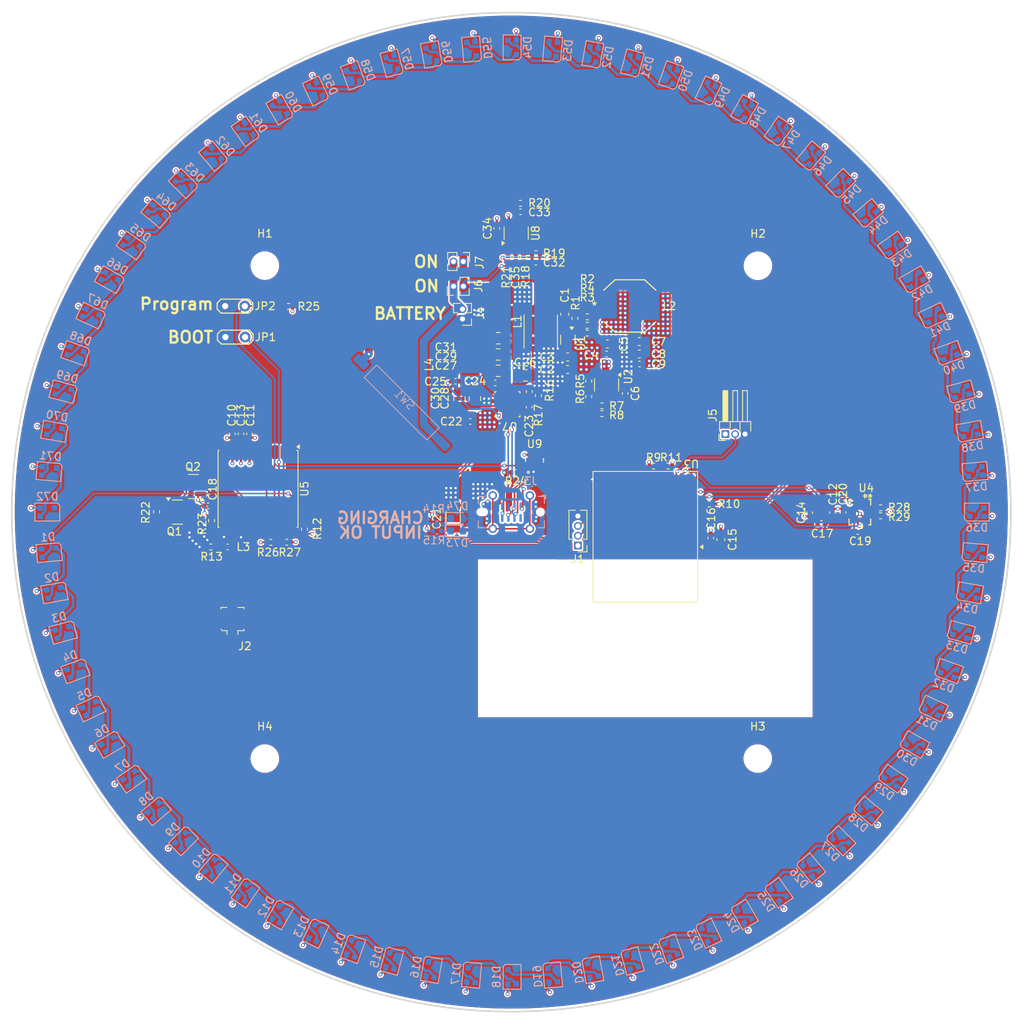
<source format=kicad_pcb>
(kicad_pcb (version 20241229) (generator "pcbnew") (generator_version "9.0")
  (title_block (title "pebble") (rev "0"))
  (layers (0 "F.Cu" signal) (4 "In1.Cu" signal) (6 "In2.Cu" signal) (2 "B.Cu" signal) (13 "F.Paste" user) (15 "B.Paste" user) (5 "F.SilkS" user "F.Silkscreen") (7 "B.SilkS" user "B.Silkscreen") (1 "F.Mask" user) (3 "B.Mask" user) (25 "Edge.Cuts" user))
  (net 0 "")
  (net 1 "+BATT")
  (net 2 "GND")
  (net 3 "+5V")
  (net 4 "Net-(U2-VBST)")
  (net 5 "Net-(U2-SW)")
  (net 6 "+3V3")
  (net 7 "Net-(U6-CRST)")
  (net 8 "Net-(J3-SHIELD)")
  (net 9 "VBUS")
  (net 10 "Net-(U7-VDD)")
  (net 11 "Net-(U7-PVL)")
  (net 12 "Net-(U7-BST)")
  (net 13 "Net-(J4-Pin_2)")
  (net 14 "Net-(U7-BYP)")
  (net 15 "Net-(U8-+)")
  (net 16 "Net-(U8--)")
  (net 17 "/VBAT")
  (net 18 "/DIN")
  (net 19 "Net-(D1-DOUT)")
  (net 20 "Net-(D2-DOUT)")
  (net 21 "Net-(D3-DOUT)")
  (net 22 "Net-(D4-DOUT)")
  (net 23 "Net-(D5-DOUT)")
  (net 24 "Net-(D10-DIN)")
  (net 25 "Net-(D10-DOUT)")
  (net 26 "Net-(D11-DOUT)")
  (net 27 "Net-(D12-DOUT)")
  (net 28 "Net-(D13-DOUT)")
  (net 29 "Net-(D14-DOUT)")
  (net 30 "Net-(D15-DOUT)")
  (net 31 "Net-(D16-DOUT)")
  (net 32 "Net-(D17-DOUT)")
  (net 33 "Net-(D18-DOUT)")
  (net 34 "Net-(D19-DOUT)")
  (net 35 "Net-(D20-DOUT)")
  (net 36 "Net-(D21-DOUT)")
  (net 37 "Net-(D22-DOUT)")
  (net 38 "Net-(D23-DOUT)")
  (net 39 "Net-(D24-DOUT)")
  (net 40 "Net-(D25-DOUT)")
  (net 41 "Net-(D26-DOUT)")
  (net 42 "Net-(D27-DOUT)")
  (net 43 "Net-(D28-DOUT)")
  (net 44 "Net-(D29-DOUT)")
  (net 45 "Net-(D30-DOUT)")
  (net 46 "Net-(D31-DOUT)")
  (net 47 "Net-(D32-DOUT)")
  (net 48 "Net-(D33-DOUT)")
  (net 49 "Net-(D34-DOUT)")
  (net 50 "Net-(D35-DOUT)")
  (net 51 "Net-(D36-DOUT)")
  (net 52 "Net-(D37-DOUT)")
  (net 53 "Net-(D38-DOUT)")
  (net 54 "Net-(D39-DOUT)")
  (net 55 "Net-(D40-DOUT)")
  (net 56 "Net-(D41-DOUT)")
  (net 57 "Net-(D42-DOUT)")
  (net 58 "Net-(D43-DOUT)")
  (net 59 "Net-(D44-DOUT)")
  (net 60 "Net-(D45-DOUT)")
  (net 61 "Net-(D46-DOUT)")
  (net 62 "Net-(D47-DOUT)")
  (net 63 "Net-(D48-DOUT)")
  (net 64 "Net-(D49-DOUT)")
  (net 65 "Net-(D50-DOUT)")
  (net 66 "Net-(D51-DOUT)")
  (net 67 "Net-(D52-DOUT)")
  (net 68 "Net-(D53-DOUT)")
  (net 69 "Net-(D54-DOUT)")
  (net 70 "Net-(D55-DOUT)")
  (net 71 "Net-(D56-DOUT)")
  (net 72 "Net-(D57-DOUT)")
  (net 73 "Net-(D58-DOUT)")
  (net 74 "Net-(D59-DOUT)")
  (net 75 "Net-(D60-DOUT)")
  (net 76 "Net-(D61-DOUT)")
  (net 77 "Net-(D62-DOUT)")
  (net 78 "Net-(D63-DOUT)")
  (net 79 "Net-(D64-DOUT)")
  (net 80 "Net-(D65-DOUT)")
  (net 81 "Net-(D66-DOUT)")
  (net 82 "Net-(D67-DOUT)")
  (net 83 "Net-(D68-DOUT)")
  (net 85 "Net-(D73-K)")
  (net 86 "Net-(D74-K)")
  (net 87 "/RXD0")
  (net 88 "/TXD0")
  (net 89 "Net-(J2-In)")
  (net 90 "/BOOT")
  (net 91 "Net-(U1-SW)")
  (net 92 "Net-(U1-EN)")
  (net 93 "Net-(U1-FB)")
  (net 94 "Net-(U2-EN)")
  (net 95 "Net-(U2-VFB)")
  (net 96 "Net-(U3-EN)")
  (net 97 "/nSAFEBOOT")
  (net 98 "/charger/CHRG")
  (net 99 "/charger/INOK")
  (net 100 "Net-(U7-IFAST)")
  (net 101 "Net-(U7-ITOPOFF)")
  (net 102 "/SCL")
  (net 103 "/nGPS_RST")
  (net 105 "/IMU_INT1")
  (net 107 "/MAG_INT")
  (net 109 "/SDA")
  (net 112 "/TIME")
  (net 113 "/RX")
  (net 114 "/IMU_INT2")
  (net 117 "/TX")
  (net 118 "/BMM_SCL")
  (net 120 "/BMM_SDA")
  (net 124 "/charger/CC1")
  (net 125 "/charger/CC2")
  (net 128 "Net-(C25-Pad2)")
  (net 129 "Net-(C33-Pad1)")
  (net 130 "Net-(Q1-S)")
  (net 131 "Net-(L3-Pad1)")
  (net 132 "Net-(Q1-G)")
  (net 133 "Net-(Q1-D)")
  (net 134 "Net-(Q2-G)")
  (net 135 "Net-(D6-DOUT)")
  (net 136 "Net-(D7-DOUT)")
  (net 137 "Net-(D8-DOUT)")
  (net 138 "Net-(D69-DOUT)")
  (net 139 "Net-(D70-DOUT)")
  (net 140 "Net-(D71-DOUT)")
  (net 141 "/DP")
  (net 142 "/DN")
  (net 143 "Net-(JP2-B)")
  (net 144 "Net-(U9-SHDN{slash}*EN)")
  (net 145 "/PWM")
  (net 146 "/charger/DN_charger")
  (net 147 "/charger/DP_charger")
  (net 148 "/charger/DP_in")
  (net 149 "/charger/DN_in")
  (net 150 "Net-(U3-IO7)")
  (net 151 "/SDA2")
  (net 152 "/SCL2")
  (net 154 "Net-(J6-Pin_2)")
  (footprint "kicad-symbols:MAX77751CEFG+" (layer "F.Cu") (at 149.5 86.085 90)
    (property "Reference" "U7")
    (property "Value" "MAX77751CEFG+")
  )
  (footprint "Resistor_SMD:R_0402_1005Metric" (layer "F.Cu") (at 111.2 104.5)
    (property "Reference" "R13")
    (property "Value" "10")
  )
  (footprint "TestPoint:TestPoint_2Pads_Pitch2.54mm_Drill0.8mm" (layer "F.Cu") (at 115.62898 77.405 180)
    (property "Reference" "JP1")
    (property "Value" "BOOT")
  )
  (footprint "Resistor_SMD:R_0402_1005Metric" (layer "F.Cu") (at 159.81 74.795)
    (property "Reference" "R2")
    (property "Value" "0")
  )
  (footprint "Resistor_SMD:R_0402_1005Metric" (layer "F.Cu") (at 170.25 94.05 180)
    (property "Reference" "R11")
    (property "Value" "100k")
  )
  (footprint "Capacitor_SMD:C_0603_1608Metric" (layer "F.Cu") (at 157.275 79.985)
    (property "Reference" "C3")
    (property "Value" "22u")
  )
  (footprint "kicad-symbols:BGA9_BMM350_BOS" (layer "F.Cu") (at 190 100)
    (property "Reference" "U6" (hide yes))
    (property "Value" "BMM350")
  )
  (footprint "Resistor_SMD:R_0402_1005Metric" (layer "F.Cu") (at 160 83.085 -90)
    (property "Reference" "R5")
    (property "Value" "100k")
  )
  (footprint "Capacitor_SMD:C_0603_1608Metric" (layer "F.Cu") (at 166.525 79.585)
    (property "Reference" "C8")
    (property "Value" "22u")
  )
  (footprint "Connector_PinHeader_1.27mm:PinHeader_1x02_P1.27mm_Vertical" (layer "F.Cu") (at 142.545 70.85 90)
    (property "Reference" "J6")
    (property "Value" "ON")
  )
  (footprint "RF_Module:ESP32-C6-MINI-1" (layer "F.Cu") (at 167.3 100.5 180)
    (property "Reference" "U3")
    (property "Value" "ESP32-C6-MINI-1")
  )
  (footprint "Capacitor_SMD:C_0805_2012Metric" (layer "F.Cu") (at 151.8 82.351851)
    (property "Reference" "C26")
    (property "Value" "10u")
  )
  (footprint "Connector_PinHeader_1.27mm:PinHeader_1x02_P1.27mm_Vertical" (layer "F.Cu") (at 143.7 75.07 180)
    (property "Reference" "J4")
    (property "Value" "BAT")
  )
  (footprint "Package_TO_SOT_SMD:SOT-563" (layer "F.Cu") (at 157.3 77.7475 -90)
    (property "Reference" "U1")
    (property "Value" "TPS61023DRLR")
  )
  (footprint "Capacitor_SMD:C_0402_1005Metric" (layer "F.Cu") (at 191.475 100.0508 90)
    (property "Reference" "C12")
    (property "Value" "100n")
  )
  (footprint "Capacitor_SMD:C_0402_1005Metric" (layer "F.Cu") (at 162.3 79.585 180)
    (property "Reference" "C4")
    (property "Value" "100n")
  )
  (footprint "kicad-symbols:IND_SRP2512TMA_BRN" (layer "F.Cu") (at 144.7 80.851851 90)
    (property "Reference" "L4")
    (property "Value" "0.47uH")
  )
  (footprint "Resistor_SMD:R_0402_1005Metric" (layer "F.Cu") (at 153.185 66.635 180)
    (property "Reference" "R19")
    (property "Value" "1M")
  )
  (footprint "Capacitor_SMD:C_0402_1005Metric" (layer "F.Cu") (at 188.525 100.07 -90)
    (property "Reference" "C14")
    (property "Value" "100n")
  )
  (footprint "Capacitor_SMD:C_0402_1005Metric" (layer "F.Cu") (at 142.8 83.1)
    (property "Reference" "C25")
    (property "Value" "100nF")
  )
  (footprint "Resistor_SMD:R_0402_1005Metric" (layer "F.Cu") (at 123.3 102.2 90)
    (property "Reference" "R12")
    (property "Value" "100k")
  )
  (footprint "Resistor_SMD:R_0402_1005Metric" (layer "F.Cu") (at 111.3 101.1 -90)
    (property "Reference" "R23")
    (property "Value" "10k")
  )
  (footprint "MountingHole:MountingHole_3.2mm_M3" (layer "F.Cu") (at 181.819805 131.819805)
    (property "Reference" "H3")
    (property "Value" "MountingHole")
  )
  (footprint "Capacitor_SMD:C_0402_1005Metric" (layer "F.Cu") (at 151.175 61.235)
    (property "Reference" "C33")
    (property "Value" "220p")
  )
  (footprint "Capacitor_SMD:C_0402_1005Metric" (layer "F.Cu") (at 148.13 63.365 -90)
    (property "Reference" "C34")
    (property "Value" "100n")
  )
  (footprint "Capacitor_SMD:C_0402_1005Metric" (layer "F.Cu") (at 114 89.9 -90)
    (property "Reference" "C10")
    (property "Value" "100n")
  )
  (footprint "kicad-symbols:BMI270_BOS" (layer "F.Cu") (at 195 100 -90)
    (property "Reference" "U4")
    (property "Value" "BMI270")
  )
  (footprint "Resistor_SMD:R_0402_1005Metric" (layer "F.Cu") (at 175.55 98.95 180)
    (property "Reference" "R10")
    (property "Value" "100k")
  )
  (footprint "Capacitor_SMD:C_0402_1005Metric" (layer "F.Cu") (at 153.175 67.735)
    (property "Reference" "C32")
    (property "Value" "1n")
  )
  (footprint "Package_TO_SOT_SMD:SOT-23" (layer "F.Cu") (at 108.9625 96.7 180)
    (property "Reference" "Q2")
    (property "Value" "BSS123")
  )
  (footprint "Resistor_SMD:R_0402_1005Metric" (layer "F.Cu") (at 159.8 76.885 180)
    (property "Reference" "R3")
    (property "Value" "732k")
  )
  (footprint "Capacitor_SMD:C_0805_2012Metric" (layer "F.Cu") (at 148.3 81.751851 180)
    (property "Reference" "C27")
    (property "Value" "10uF")
  )
  (footprint "kicad-symbols:IND_SPM6530_TDK" (layer "F.Cu") (at 165.3 73.385)
    (property "Reference" "L2")
    (property "Value" "2.2u")
  )
  (footprint "MountingHole:MountingHole_3.2mm_M3" (layer "F.Cu") (at 118.180195 68.180195)
    (property "Reference" "H1")
    (property "Value" "MountingHole")
  )
  (footprint "Capacitor_SMD:C_0402_1005Metric" (layer "F.Cu") (at 144.7 88.3 180)
    (property "Reference" "C22")
    (property "Value" "2.2u")
  )
  (footprint "Capacitor_SMD:C_0402_1005Metric" (layer "F.Cu") (at 115.1 89.9 -90)
    (property "Reference" "C13")
    (property "Value" "100n")
  )
  (footprint "Resistor_SMD:R_0402_1005Metric" (layer "F.Cu") (at 150.5 94.9)
    (property "Reference" "R24")
    (property "Value" "100k")
  )
  (footprint "TestPoint:TestPoint_2Pads_Pitch2.54mm_Drill0.8mm" (layer "F.Cu") (at 113.055 73.405)
    (property "Reference" "JP2")
    (property "Value" "BOOT")
  )
  (footprint "Capacitor_SMD:C_0402_1005Metric" (layer "F.Cu") (at 190.025 101.475)
    (property "Reference" "C17")
    (property "Value" "2.2u")
  )
  (footprint "Resistor_SMD:R_0402_1005Metric" (layer "F.Cu") (at 168.35 94.05)
    (property "Reference" "R9")
    (property "Value" "100k")
  )
  (footprint "Capacitor_SMD:C_0805_2012Metric" (layer "F.Cu") (at 148.3 79.651851 180)
    (property "Reference" "C29")
    (property "Value" "10uF")
  )
  (footprint "Resistor_SMD:R_0402_1005Metric" (layer "F.Cu") (at 121 103.9 180)
    (property "Reference" "R27")
    (property "Value" "4.7k")
  )
  (footprint "Resistor_SMD:R_0402_1005Metric" (layer "F.Cu") (at 197.675 99.45 180)
    (property "Reference" "R28")
    (property "Value" "4.7k")
  )
  (footprint "Connector_PinHeader_1.27mm:PinHeader_1x02_P1.27mm_Vertical" (layer "F.Cu") (at 143.8 67.65 -90)
    (property "Reference" "J7")
    (property "Value" "ON")
  )
  (footprint "Package_TO_SOT_SMD:SOT-23-6" (layer "F.Cu") (at 162.3 83.585 -90)
    (property "Reference" "U2")
    (property "Value" "TPS563200")
  )
  (footprint "Connector_PinHeader_1.27mm:PinHeader_1x04_P1.27mm_Vertical" (layer "F.Cu") (at 158.6 104.32 180)
    (property "Reference" "J1")
    (property "Value" "UART")
  )
  (footprint "Capacitor_SMD:C_0402_1005Metric" (layer "F.Cu") (at 194.725 102.5 180)
    (property "Reference" "C19")
    (property "Value" "100n")
  )
  (footprint "Resistor_SMD:R_0402_1005Metric" (layer "F.Cu") (at 149.575 67.135 90)
    (property "Reference" "R21")
    (property "Value" "0")
  )
  (footprint "Resistor_SMD:R_0402_1005Metric" (layer "F.Cu") (at 118.94 103.9)
    (property "Reference" "R26")
    (property "Value" "4.7k")
  )
  (footprint "Capacitor_SMD:C_0603_1608Metric" (layer "F.Cu") (at 166.525 77.985)
    (property "Reference" "C7")
    (property "Value" "22u")
  )
  (footprint "Resistor_SMD:R_0402_1005Metric" (layer "F.Cu") (at 197.675 100.475 180)
    (property "Reference" "R29")
    (property "Value" "4.7k")
  )
  (footprint "Capacitor_SMD:C_0603_1608Metric" (layer "F.Cu") (at 177.05 103.55 90)
    (property "Reference" "C15")
    (property "Value" "22u")
  )
  (footprint "Capacitor_SMD:C_0603_1608Metric" (layer "F.Cu") (at 157.275 81.585)
    (property "Reference" "C2")
    (property "Value" "22u")
  )
  (footprint "Package_TO_SOT_SMD:SOT-23" (layer "F.Cu") (at 106.8875 100)
    (property "Reference" "Q1")
    (property "Value" "BSS84")
  )
  (footprint "Capacitor_SMD:C_0402_1005Metric" (layer "F.Cu") (at 166.55 80.885)
    (property "Reference" "C9")
    (property "Value" "100n")
  )
  (footprint "Connector_PinHeader_1.27mm:PinHeader_1x03_P1.27mm_Horizontal" (layer "F.Cu") (at 177.63 89.93 90)
    (property "Reference" "J5")
    (property "Value" "Conn_01x03_Pin")
  )
  (footprint "Resistor_SMD:R_0402_1005Metric" (layer "F.Cu") (at 151.575 67.135 -90)
    (property "Reference" "R18")
    (property "Value" "10M")
  )
  (footprint "Resistor_SMD:R_0402_1005Metric" (layer "F.Cu") (at 160 85.085 -90)
    (property "Reference" "R6")
    (property "Value" "0")
  )
  (footprint "Capacitor_SMD:C_0402_1005Metric" (layer "F.Cu") (at 192.825 100.05 90)
    (property "Reference" "C20")
    (property "Value" "100n")
  )
  (footprint "Capacitor_SMD:C_0402_1005Metric" (layer "F.Cu") (at 152.3 86.451851 -90)
    (property "Reference" "C23")
    (property "Value" "2.2u")
  )
  (footprint "Capacitor_SMD:C_0603_1608Metric" (layer "F.Cu") (at 162.4 78.285 180)
    (property "Reference" "C5")
    (property "Value" "10u")
  )
  (footprint "Capacitor_SMD:C_0603_1608Metric" (layer "F.Cu") (at 156.9 74.46 -90)
    (property "Reference" "C1")
    (property "Value" "10u")
  )
  (footprint "Inductor_SMD:L_0402_1005Metric_Pad0.77x0.64mm_HandSolder" (layer "F.Cu") (at 113.3725 104.5)
    (property "Reference" "L3")
    (property "Value" "27n")
  )
  (footprint "MountingHole:MountingHole_3.2mm_M3" (layer "F.Cu") (at 118.180195 131.819805)
    (property "Reference" "H4")
    (property "Value" "MountingHole")
  )
  (footprint "Capacitor_SMD:C_0805_2012Metric" (layer "F.Cu") (at 145.3 85.351851 90)
    (property "Reference" "C28")
    (property "Value" "10uF")
  )
  (footprint "Capacitor_SMD:C_0402_1005Metric" (layer "F.Cu") (at 150.575 67.135 90)
    (property "Reference" "C35")
    (property "Value" "DNP")
  )
  (footprint "Resistor_SMD:R_0402_1005Metric" (layer "F.Cu") (at 153.5 84.961851 90)
    (property "Reference" "R17")
    (property "Value" "13.3k")
  )
  (footprint "Capacitor_SMD:C_0402_1005Metric" (layer "F.Cu") (at 164.7 84.685 90)
    (property "Reference" "C6")
    (property "Value" "100n")
  )
  (footprint "Capacitor_SMD:C_0402_1005Metric" (layer "F.Cu") (at 175.75 103.35 90)
    (property "Reference" "C16")
    (property "Value" "100n")
  )
  (footprint "Capacitor_SMD:C_0402_1005Metric" (layer "F.Cu") (at 147.92 83.325 180)
    (property "Reference" "C24")
    (property "Value" "2.2uF")
  )
  (footprint "Resistor_SMD:R_0402_1005Metric" (layer "F.Cu") (at 158.2 74.975 -90)
    (property "Reference" "R1")
    (property "Value" "100k")
  )
  (footprint "Capacitor_SMD:C_0402_1005Metric" (layer "F.Cu") (at 116.2 89.9 -90)
    (property "Reference" "C11")
    (property "Value" "100n")
  )
  (footprint "RF_GPS:ublox_MAX" (layer "F.Cu") (at 117.3 97 -90)
    (property "Reference" "U5")
    (property "Value" "MAX-M8Q")
  )
  (footprint "Resistor_SMD:R_0402_1005Metric" (layer "F.Cu") (at 151.175 60.135)
    (property "Reference" "R20")
    (property "Value" "10M")
  )
  (footprint "Resistor_SMD:R_0402_1005Metric" (layer "F.Cu") (at 104.2 99.95 90)
    (property "Reference" "R22")
    (property "Value" "100k")
  )
  (footprint "Inductor_SMD:L_Coilcraft_XxL4040" (layer "F.Cu") (at 153.8 76.685 -90)
    (property "Reference" "L1")
    (property "Value" "1u")
  )
  (footprint "Connector_Coaxial:U.FL_Molex_MCRF_73412-0110_Vertical" (layer "F.Cu") (at 114 113.81 180)
    (property "Reference" "J2")
    (property "Value" "GPS")
  )
  (footprint "Resistor_SMD:R_0402_1005Metric" (layer "F.Cu") (at 161.7 86.285)
    (property "Reference" "R7")
    (property "Value" "10k")
  )
  (footprint "Resistor_SMD:R_0402_1005Metric" (layer "F.Cu") (at 159.81 75.885)
    (property "Reference" "R4")
    (property "Value" "100k")
  )
  (footprint "Capacitor_SMD:C_0805_2012Metric" (layer "F.Cu") (at 143.3 85.351851 90)
    (property "Reference" "C30")
    (property "Value" "22u")
  )
  (footprint "Resistor_SMD:R_0402_1005Metric" (layer "F.Cu") (at 152.325 84.45 90)
    (property "Reference" "R16")
    (property "Value" "14k")
  )
  (footprint "MountingHole:MountingHole_3.2mm_M3" (layer "F.Cu") (at 181.840636 68.20104)
    (property "Reference" "H2")
    (property "Value" "MountingHole")
  )
  (footprint "Capacitor_SMD:C_0805_2012Metric" (layer "F.Cu") (at 148.3 77.551851 180)
    (property "Reference" "C31")
    (property "Value" "22uF")
  )
  (footprint "Capacitor_SMD:C_1206_3216Metric" (layer "F.Cu") (at 142.5 100.6 90)
    (property "Reference" "C21")
    (property "Value" "1n")
  )
  (footprint "Resistor_SMD:R_0402_1005Metric" (layer "F.Cu") (at 161.7 87.285 180)
    (property "Reference" "R8")
    (property "Value" "33.2k")
  )
  (footprint "Resistor_SMD:R_0402_1005Metric" (layer "F.Cu") (at 121.25 73.45)
    (property "Reference" "R25")
    (property "Value" "100k")
  )
  (footprint "kicad-symbols:21-0164_L1022&plus_1_MXM" (layer "F.Cu") (at 152.999999 93.325 90)
    (property "Reference" "U9")
    (property "Value" "MAX4906ELB+T")
  )
  (footprint "Package_TO_SOT_SMD:SOT-23-5" (layer "F.Cu") (at 150.63 63.985 90)
    (property "Reference" "U8")
    (property "Value" "LPV521")
  )
  (footprint "Capacitor_SMD:C_0402_1005Metric" (layer "F.Cu") (at 110.85 99.2 180)
    (property "Reference" "C18")
    (property "Value" "1n")
  )
  (footprint "LED_SMD:LED_WS2812B-2020_PLCC4_2.0x2.0mm" (layer "B.Cu") (at 95.721533 74.642904 155)
    (property "Reference" "D67")
    (property "Value" "WS2812B-2020")
  )
  (footprint "LED_SMD:LED_WS2812B-2020_PLCC4_2.0x2.0mm" (layer "B.Cu") (at 208.05555 115.529142 -15)
    (property "Reference" "D33")
    (property "Value" "WS2812B-2020")
  )
  (footprint "LED_SMD:LED_WS2812B-2020_PLCC4_2.0x2.0mm" (layer "B.Cu") (at 111.532744 145.962666 -130)
    (property "Reference" "D10")
    (property "Value" "WS2812B-2020")
  )
  (footprint "LED_SMD:LED_WS2812B-2020_PLCC4_2.0x2.0mm" (layer "B.Cu") (at 150.1 160 -90)
    (property "Reference" "D18")
    (property "Value" "WS2812B-2020")
  )
  (footprint "LED_SMD:LED_WS2812B-2020_PLCC4_2.0x2.0mm" (layer "B.Cu") (at 206.481558 120.521208 -20)
    (property "Reference" "D32")
    (property "Value" "WS2812B-2020")
  )
  (footprint "LED_SMD:LED_WS2812B-2020_PLCC4_2.0x2.0mm" (layer "B.Cu") (at 208.05555 84.470857 15)
    (property "Reference" "D39")
    (property "Value" "WS2812B-2020")
  )
  (footprint "LED_SMD:LED_WS2812B-2020_PLCC4_2.0x2.0mm" (layer "B.Cu") (at 104.137334 138.567256 -140)
    (property "Reference" "D8")
    (property "Value" "WS2812B-2020")
  )
  (footprint "LED_SMD:LED_WS2812B-2020_PLCC4_2.0x2.0mm" (layer "B.Cu") (at 124.742905 154.378467 -115)
    (property "Reference" "D13")
    (property "Value" "WS2812B-2020")
  )
  (footprint "LED_SMD:LED_WS2812B-2020_PLCC4_2.0x2.0mm" (layer "B.Cu") (at 104.137334 61.432743 140)
    (property "Reference" "D64")
    (property "Value" "WS2812B-2020")
  )
  (footprint "LED_SMD:LED_WS2812B-2020_PLCC4_2.0x2.0mm" (layer "B.Cu") (at 199.249123 65.585413 35)
    (property "Reference" "D43")
    (property "Value" "WS2812B-2020")
  )
  (footprint "LED_SMD:LED_WS2812B-2020_PLCC4_2.0x2.0mm" (layer "B.Cu") (at 139.68111 159.088465 -100)
    (property "Reference" "D16")
    (property "Value" "WS2812B-2020")
  )
  (footprint "Resistor_SMD:R_0402_1005Metric" (layer "B.Cu") (at 140.375 100.8 180)
    (property "Reference" "R14")
    (property "Value" "470")
  )
  (footprint "LED_SMD:LED_WS2812B-2020_PLCC4_2.0x2.0mm" (layer "B.Cu") (at 192.526407 142.426406 -45)
    (property "Reference" "D27")
    (property "Value" "WS2812B-2020")
  )
  (footprint "LED_SMD:LED_WS2812B-2020_PLCC4_2.0x2.0mm" (layer "B.Cu") (at 100.950878 134.414586 -145)
    (property "Reference" "D7")
    (property "Value" "WS2812B-2020")
  )
  (footprint "LED_SMD:LED_WS2812B-2020_PLCC4_2.0x2.0mm" (layer "B.Cu") (at 199.249123 134.414586 -35)
    (property "Reference" "D29")
    (property "Value" "WS2812B-2020")
  )
  (footprint "LED_SMD:LED_WS2812B-2020_PLCC4_2.0x2.0mm" (layer "B.Cu") (at 188.667257 145.962666 -50)
    (property "Reference" "D26")
    (property "Value" "WS2812B-2020")
  )
  (footprint "LED_SMD:LED_WS2812B-2020_PLCC4_2.0x2.0mm" (layer "B.Cu") (at 134.570858 157.955549 -105)
    (property "Reference" "D15")
    (property "Value" "WS2812B-2020")
  )
  (footprint "LED_SMD:LED_WS2812B-2020_PLCC4_2.0x2.0mm" (layer "B.Cu") (at 91.011535 110.41889 -170)
    (property "Reference" "D2")
    (property "Value" "WS2812B-2020")
  )
  (footprint "LED_SMD:LED_WS2812B-2020_PLCC4_2.0x2.0mm" (layer "B.Cu") (at 160.518891 40.911534 80)
    (property "Reference" "D52")
    (property "Value" "WS2812B-2020")
  )
  (footprint "LED_SMD:LED_WS2812B-2020_PLCC4_2.0x2.0mm" (layer "B.Cu") (at 188.667257 54.037333 50)
    (property "Reference" "D46")
    (property "Value" "WS2812B-2020")
  )
  (footprint "LED_SMD:LED_WS2812B-2020_PLCC4_2.0x2.0mm" (layer "B.Cu") (at 210.1 100)
    (property "Reference" "D36")
    (property "Value" "WS2812B-2020")
  )
  (footprint "LED_SMD:LED_WS2812B-2020_PLCC4_2.0x2.0mm" (layer "B.Cu") (at 107.673594 142.426406 -135)
    (property "Reference" "D9")
    (property "Value" "WS2812B-2020")
  )
  (footprint "LED_SMD:LED_WS2812B-2020_PLCC4_2.0x2.0mm" (layer "B.Cu") (at 202.061525 130 -30)
    (property "Reference" "D30")
    (property "Value" "WS2812B-2020")
  )
  (footprint "LED_SMD:LED_WS2812B-2020_PLCC4_2.0x2.0mm" (layer "B.Cu") (at 111.532744 54.037333 130)
    (property "Reference" "D62")
    (property "Value" "WS2812B-2020")
  )
  (footprint "LED_SMD:LED_WS2812B-2020_PLCC4_2.0x2.0mm" (layer "B.Cu") (at 91.011535 89.581109 170)
    (property "Reference" "D70")
    (property "Value" "WS2812B-2020")
  )
  (footprint "LED_SMD:LED_WS2812B-2020_PLCC4_2.0x2.0mm" (layer "B.Cu") (at 115.685414 149.149122 -125)
    (property "Reference" "D11")
    (property "Value" "WS2812B-2020")
  )
  (footprint "LED_SMD:LED_WS2812B-2020_PLCC4_2.0x2.0mm" (layer "B.Cu") (at 170.621209 43.618442 70)
    (property "Reference" "D50")
    (property "Value" "WS2812B-2020")
  )
  (footprint "LED_SMD:LED_WS2812B-2020_PLCC4_2.0x2.0mm" (layer "B.Cu") (at 144.870656 40.228318 95)
    (property "Reference" "D55")
    (property "Value" "WS2812B-2020")
  )
  (footprint "LED_SMD:LED_WS2812B-2020_PLCC4_2.0x2.0mm" (layer "B.Cu") (at 92.144451 84.470857 165)
    (property "Reference" "D69")
    (property "Value" "WS2812B-2020")
  )
  (footprint "LED_SMD:LED_WS2812B-2020_PLCC4_2.0x2.0mm" (layer "B.Cu") (at 150.1 40 90)
    (property "Reference" "D54")
    (property "Value" "WS2812B-2020")
  )
  (footprint "LED_SMD:LED_0603_1608Metric" (layer "B.Cu") (at 142.975 100.8)
    (property "Reference" "D73")
    (property "Value" "Amber")
  )
  (footprint "LED_SMD:LED_WS2812B-2020_PLCC4_2.0x2.0mm" (layer "B.Cu") (at 165.629143 42.04445 75)
    (property "Reference" "D51")
    (property "Value" "WS2812B-2020")
  )
  (footprint "LED_SMD:LED_WS2812B-2020_PLCC4_2.0x2.0mm" (layer "B.Cu") (at 204.478468 74.642904 25)
    (property "Reference" "D41")
    (property "Value" "WS2812B-2020")
  )
  (footprint "LED_SMD:LED_WS2812B-2020_PLCC4_2.0x2.0mm" (layer "B.Cu") (at 90.1 99.999999 180)
    (property "Reference" "D72")
    (property "Value" "WS2812B-2020")
  )
  (footprint "LED_SMD:LED_WS2812B-2020_PLCC4_2.0x2.0mm" (layer "B.Cu") (at 129.578792 156.381557 -110)
    (property "Reference" "D14")
    (property "Value" "WS2812B-2020")
  )
  (footprint "LED_SMD:LED_WS2812B-2020_PLCC4_2.0x2.0mm" (layer "B.Cu") (at 180.100001 48.038475 60)
    (property "Reference" "D48")
    (property "Value" "WS2812B-2020")
  )
  (footprint "LED_SMD:LED_WS2812B-2020_PLCC4_2.0x2.0mm" (layer "B.Cu") (at 100.950878 65.585413 145)
    (property "Reference" "D65")
    (property "Value" "WS2812B-2020")
  )
  (footprint "LED_SMD:LED_WS2812B-2020_PLCC4_2.0x2.0mm" (layer "B.Cu") (at 93.718443 79.478791 160)
    (property "Reference" "D68")
    (property "Value" "WS2812B-2020")
  )
  (footprint "LED_SMD:LED_WS2812B-2020_PLCC4_2.0x2.0mm" (layer "B.Cu") (at 155.329345 159.771681 -85)
    (property "Reference" "D19")
    (property "Value" "WS2812B-2020")
  )
  (footprint "LED_SMD:LED_WS2812B-2020_PLCC4_2.0x2.0mm" (layer "B.Cu") (at 90.328319 105.229344 -175)
    (property "Reference" "D1")
    (property "Value" "WS2812B-2020")
  )
  (footprint "LED_SMD:LED_WS2812B-2020_PLCC4_2.0x2.0mm" (layer "B.Cu") (at 93.718443 120.521208 -160)
    (property "Reference" "D4")
    (property "Value" "WS2812B-2020")
  )
  (footprint "LED_SMD:LED_WS2812B-2020_PLCC4_2.0x2.0mm" (layer "B.Cu") (at 192.526407 57.573593 45)
    (property "Reference" "D45")
    (property "Value" "WS2812B-2020")
  )
  (footprint "LED_SMD:LED_WS2812B-2020_PLCC4_2.0x2.0mm" (layer "B.Cu") (at 120.1 151.961524 -120)
    (property "Reference" "D12")
    (property "Value" "WS2812B-2020")
  )
  (footprint "LED_SMD:LED_WS2812B-2020_PLCC4_2.0x2.0mm" (layer "B.Cu") (at 115.685414 50.850877 125)
    (property "Reference" "D61")
    (property "Value" "WS2812B-2020")
  )
  (footprint "LED_SMD:LED_WS2812B-2020_PLCC4_2.0x2.0mm" (layer "B.Cu") (at 129.578792 43.618442 110)
    (property "Reference" "D58")
    (property "Value" "WS2812B-2020")
  )
  (footprint "LED_SMD:LED_WS2812B-2020_PLCC4_2.0x2.0mm" (layer "B.Cu") (at 98.138476 130 -150)
    (property "Reference" "D6")
    (property "Value" "WS2812B-2020")
  )
  (footprint "LED_SMD:LED_WS2812B-2020_PLCC4_2.0x2.0mm" (layer "B.Cu") (at 144.870656 159.771681 -95)
    (property "Reference" "D17")
    (property "Value" "WS2812B-2020")
  )
  (footprint "LED_SMD:LED_WS2812B-2020_PLCC4_2.0x2.0mm" (layer "B.Cu") (at 107.673594 57.573593 135)
    (property "Reference" "D63")
    (property "Value" "WS2812B-2020")
  )
  (footprint "LED_SMD:LED_WS2812B-2020_PLCC4_2.0x2.0mm" (layer "B.Cu") (at 175.457096 45.621532 65)
    (property "Reference" "D49")
    (property "Value" "WS2812B-2020")
  )
  (footprint "LED_SMD:LED_WS2812B-2020_PLCC4_2.0x2.0mm" (layer "B.Cu") (at 155.329345 40.228318 85)
    (property "Reference" "D53")
    (property "Value" "WS2812B-2020")
  )
  (footprint "LED_SMD:LED_WS2812B-2020_PLCC4_2.0x2.0mm" (layer "B.Cu") (at 209.188466 110.41889 -10)
    (property "Reference" "D34")
    (property "Value" "WS2812B-2020")
  )
  (footprint "LED_SMD:LED_WS2812B-2020_PLCC4_2.0x2.0mm" (layer "B.Cu") (at 209.871682 105.229344 -5)
    (property "Reference" "D35")
    (property "Value" "WS2812B-2020")
  )
  (footprint "Connector_USB:USB_C_Receptacle_G-Switch_GT-USB-7051x" (layer "B.Cu") (at 150 100 180)
    (property "Reference" "J3")
    (property "Value" "USB_C_Receptacle_USB2.0_16P")
  )
  (footprint "LED_SMD:LED_WS2812B-2020_PLCC4_2.0x2.0mm" (layer "B.Cu") (at 206.481558 79.478791 20)
    (property "Reference" "D40")
    (property "Value" "WS2812B-2020")
  )
  (footprint "LED_SMD:LED_WS2812B-2020_PLCC4_2.0x2.0mm" (layer "B.Cu") (at 124.742905 45.621532 115)
    (property "Reference" "D59")
    (property "Value" "WS2812B-2020")
  )
  (footprint "LED_SMD:LED_WS2812B-2020_PLCC4_2.0x2.0mm" (layer "B.Cu") (at 92.144451 115.529142 -165)
    (property "Reference" "D3")
    (property "Value" "WS2812B-2020")
  )
  (footprint "LED_SMD:LED_WS2812B-2020_PLCC4_2.0x2.0mm" (layer "B.Cu") (at 134.570858 42.04445 105)
    (property "Reference" "D57")
    (property "Value" "WS2812B-2020")
  )
  (footprint "LED_SMD:LED_WS2812B-2020_PLCC4_2.0x2.0mm" (layer "B.Cu") (at 95.721533 125.357095 -155)
    (property "Reference" "D5")
    (property "Value" "WS2812B-2020")
  )
  (footprint "LED_SMD:LED_WS2812B-2020_PLCC4_2.0x2.0mm" (layer "B.Cu") (at 180.1 151.961524 -60)
    (property "Reference" "D24")
    (property "Value" "WS2812B-2020")
  )
  (footprint "LED_SMD:LED_WS2812B-2020_PLCC4_2.0x2.0mm" (layer "B.Cu") (at 175.457096 154.378467 -65.001)
    (property "Reference" "D23")
    (property "Value" "WS2812B-2020")
  )
  (footprint "LED_SMD:LED_WS2812B-2020_PLCC4_2.0x2.0mm" (layer "B.Cu") (at 204.478468 125.357095 -25)
    (property "Reference" "D31")
    (property "Value" "WS2812B-2020")
  )
  (footprint "LED_SMD:LED_WS2812B-2020_PLCC4_2.0x2.0mm" (layer "B.Cu") (at 209.871682 94.770655 5)
    (property "Reference" "D37")
    (property "Value" "WS2812B-2020")
  )
  (footprint "LED_SMD:LED_0603_1608Metric" (layer "B.Cu") (at 142.9625 102.425)
    (property "Reference" "D74")
    (property "Value" "White")
  )
  (footprint "Resistor_SMD:R_0402_1005Metric" (layer "B.Cu") (at 140.375 102.425 180)
    (property "Reference" "R15")
    (property "Value" "1k2")
  )
  (footprint "LED_SMD:LED_WS2812B-2020_PLCC4_2.0x2.0mm" (layer "B.Cu") (at 184.514587 50.850877 55)
    (property "Reference" "D47")
    (property "Value" "WS2812B-2020")
  )
  (footprint "LED_SMD:LED_WS2812B-2020_PLCC4_2.0x2.0mm" (layer "B.Cu") (at 196.062667 138.567256 -40)
    (property "Reference" "D28")
    (property "Value" "WS2812B-2020")
  )
  (footprint "LED_SMD:LED_WS2812B-2020_PLCC4_2.0x2.0mm" (layer "B.Cu") (at 209.188466 89.581109 10)
    (property "Reference" "D38")
    (property "Value" "WS2812B-2020")
  )
  (footprint "LED_SMD:LED_WS2812B-2020_PLCC4_2.0x2.0mm" (layer "B.Cu") (at 196.062667 61.432743 40)
    (property "Reference" "D44")
    (property "Value" "WS2812B-2020")
  )
  (footprint "LED_SMD:LED_WS2812B-2020_PLCC4_2.0x2.0mm" (layer "B.Cu") (at 184.514587 149.149122 -55)
    (property "Reference" "D25")
    (property "Value" "WS2812B-2020")
  )
  (footprint "LED_SMD:LED_WS2812B-2020_PLCC4_2.0x2.0mm" (layer "B.Cu") (at 170.621209 156.381557 -70)
    (property "Reference" "D22")
    (property "Value" "WS2812B-2020")
  )
  (footprint "LED_SMD:LED_WS2812B-2020_PLCC4_2.0x2.0mm" (layer "B.Cu") (at 120.1 48.038475 120)
    (property "Reference" "D60")
    (property "Value" "WS2812B-2020")
  )
  (footprint "LED_SMD:LED_WS2812B-2020_PLCC4_2.0x2.0mm" (layer "B.Cu") (at 160.518891 159.088465 -80)
    (property "Reference" "D20")
    (property "Value" "WS2812B-2020")
  )
  (footprint "LED_SMD:LED_WS2812B-2020_PLCC4_2.0x2.0mm" (layer "B.Cu") (at 165.629143 157.955549 -75)
    (property "Reference" "D21")
    (property "Value" "WS2812B-2020")
  )
  (footprint "LED_SMD:LED_WS2812B-2020_PLCC4_2.0x2.0mm" (layer "B.Cu") (at 202.061525 70 30)
    (property "Reference" "D42")
    (property "Value" "WS2812B-2020")
  )
  (footprint "LED_SMD:LED_WS2812B-2020_PLCC4_2.0x2.0mm" (layer "B.Cu") (at 90.328319 94.770655 175)
    (property "Reference" "D71")
    (property "Value" "WS2812B-2020")
  )
  (footprint "LED_SMD:LED_WS2812B-2020_PLCC4_2.0x2.0mm" (layer "B.Cu") (at 98.138476 69.999999 150)
    (property "Reference" "D66")
    (property "Value" "WS2812B-2020")
  )
  (footprint "LED_SMD:LED_WS2812B-2020_PLCC4_2.0x2.0mm" (layer "B.Cu") (at 139.68111 40.911534 100)
    (property "Reference" "D56")
    (property "Value" "WS2812B-2020")
  )
  (footprint "kicad-symbols:59170-1-S-00-D" (layer "B.Cu") (at 135.857864 85.857865 135)
    (property "Reference" "SW1")
    (property "Value" "SW_Reed")
  )
  (gr_circle (center 150 100) (end 85.5 99.9) (stroke (width 0.2)) (fill no) (layer "Edge.Cuts"))
  (gr_text "BATTERY" (at 132.1 75.25 0) (layer "F.SilkS") (effects (font (size 1.5 1.5) (thickness 0.3) (bold yes)) (justify left bottom)))
  (gr_text "Program" (at 101.87898 74.005 0) (layer "F.SilkS") (effects (font (size 1.5 1.5) (thickness 0.3) (bold yes)) (justify left bottom)))
  (gr_text "ON" (at 137.3 71.7 0) (layer "F.SilkS") (effects (font (size 1.5 1.5) (thickness 0.3) (bold yes)) (justify left bottom)))
  (gr_text "ON" (at 137.25 68.55 0) (layer "F.SilkS") (effects (font (size 1.5 1.5) (thickness 0.3) (bold yes)) (justify left bottom)))
  (gr_text "BOOT" (at 105.47898 78.305 0) (layer "F.SilkS") (effects (font (size 1.5 1.5) (thickness 0.3) (bold yes)) (justify left bottom)))
  (gr_text "INPUT OK" (at 138.65 103.525 0) (layer "B.SilkS") (effects (font (size 1.5 1.5) (thickness 0.3) (bold yes)) (justify left bottom mirror)))
  (gr_text "CHARGING" (at 138.875 101.625 0) (layer "B.SilkS") (effects (font (size 1.5 1.5) (thickness 0.3) (bold yes)) (justify left bottom mirror)))
  (segment (start 156.635 75.5) (end 156.9 75.235) (width 1) (layer "F.Cu") (net 1))
  (segment (start 156.8 75.335) (end 156.9 75.235) (width 0.3) (layer "F.Cu") (net 1))
  (segment (start 157.72 74.465) (end 158.2 74.465) (width 0.3) (layer "F.Cu") (net 1))
  (segment (start 156.9 75.235) (end 156.95 75.235) (width 0.3) (layer "F.Cu") (net 1))
  (segment (start 153.8 75.5) (end 156.635 75.5) (width 1) (layer "F.Cu") (net 1))
  (segment (start 156.8 77.035) (end 156.8 75.335) (width 0.3) (layer "F.Cu") (net 1))
  (segment (start 156.95 75.235) (end 157.72 74.465) (width 0.3) (layer "F.Cu") (net 1))
  (segment (start 189.525 100) (end 189.115 99.59) (width 0.2) (layer "F.Cu") (net 2))
  (segment (start 111.3 101.61) (end 110.39 101.61) (width 0.2) (layer "F.Cu") (net 2))
  (segment (start 166.07 85.215) (end 166.07 80.885) (width 0.3) (layer "F.Cu") (net 2))
  (segment (start 153.224412 100.642385) (end 153.224412 101.075588) (width 0.2) (layer "F.Cu") (net 2))
  (segment (start 155.4 82.485) (end 155.4 81.885) (width 0.19) (layer "F.Cu") (net 2))
  (segment (start 149.99 94.9) (end 149.1 94.9) (width 0.2) (layer "F.Cu") (net 2))
  (segment (start 160.675 95.55) (end 160.45 95.775) (width 0.2) (layer "F.Cu") (net 2))
  (segment (start 147.734165 85.084165) (end 147.44 84.79) (width 0.2) (layer "F.Cu") (net 2))
  (segment (start 161.425 95.55) (end 164.4 98.525) (width 0.2) (layer "F.Cu") (net 2))
  (segment (start 188.525 99.59) (end 187.835 99.59) (width 0.2) (layer "F.Cu") (net 2))
  (segment (start 190 100) (end 189.59995 100) (width 0.2) (layer "F.Cu") (net 2))
  (segment (start 148.4986 84.6225) (end 148.036935 85.084165) (width 0.2) (layer "F.Cu") (net 2))
  (segment (start 155.4 80.685) (end 155.4 80.085) (width 0.19) (layer "F.Cu") (net 2))
  (segment (start 147.6 83.325) (end 148.4986 84.2236) (width 0.2) (layer "F.Cu") (net 2))
  (segment (start 156.6 83.085) (end 156 83.085) (width 0.19) (layer "F.Cu") (net 2))
  (segment (start 144.155 75.07) (end 144.75 74.475) (width 0.4) (layer "F.Cu") (net 2))
  (segment (start 155.4 83.085) (end 154.8 83.085) (width 0.19) (layer "F.Cu") (net 2))
  (segment (start 152.999999 94.600001) (end 152.999999 94.05) (width 0.2) (layer "F.Cu") (net 2))
  (segment (start 155.4 81.885) (end 155.4 81.285) (width 0.19) (layer "F.Cu") (net 2))
  (segment (start 148.036935 85.084165) (end 147.734165 85.084165) (width 0.2) (layer "F.Cu") (net 2))
  (segment (start 153.224412 101.075588) (end 153.15 101.15) (width 0.2) (layer "F.Cu") (net 2))
  (segment (start 147.44 84.79) (end 147.44 83.325) (width 0.2) (layer "F.Cu") (net 2))
  (segment (start 161.35 95.55) (end 161.425 95.55) (width 0.2) (layer "F.Cu") (net 2))
  (segment (start 147.44 83.325) (end 147.6 83.325) (width 0.2) (layer "F.Cu") (net 2))
  (segment (start 187.835 99.59) (end 187.825 99.6) (width 0.2) (layer "F.Cu") (net 2))
  (segment (start 189.115 99.59) (end 188.525 99.59) (width 0.2) (layer "F.Cu") (net 2))
  (segment (start 190.40005 100.40005) (end 191.225 101.225) (width 0.2) (layer "F.Cu") (net 2))
  (segment (start 143.7 75.07) (end 144.155 75.07) (width 0.4) (layer "F.Cu") (net 2))
  (segment (start 189.59995 100) (end 189.525 100) (width 0.2) (layer "F.Cu") (net 2))
  (segment (start 142.5 99.125) (end 142.5 99) (width 0.2) (layer "F.Cu") (net 2))
  (segment (start 154.8 80.685) (end 154.8 81.285) (width 0.19) (layer "F.Cu") (net 2))
  (segment (start 158.87 100.63) (end 158.4 100.63) (width 0.2) (layer "F.Cu") (net 2))
  (segment (start 144.75 74.475) (end 145.225 74.475) (width 0.4) (layer "F.Cu") (net 2))
  (segment (start 194.0475 100) (end 194.025 100) (width 0.2) (layer "F.Cu") (net 2))
  (segment (start 115.1 101.75) (end 115.1 103.25) (width 0.2) (layer "F.Cu") (net 2))
  (segment (start 161.35 95.55) (end 160.675 95.55) (width 0.2) (layer "F.Cu") (net 2))
  (segment (start 156.5 81.585) (end 156.5 82.385) (width 0.19) (layer "F.Cu") (net 2))
  (segment (start 147.35 77.551851) (end 147.35 81.751851) (width 1) (layer "F.Cu") (net 2))
  (segment (start 153.1 99.25) (end 153.15 99.3) (width 0.2) (layer "F.Cu") (net 2))
  (segment (start 165 86.285) (end 166.07 85.215) (width 0.3) (layer "F.Cu") (net 2))
  (segment (start 156.5 82.385) (end 156.6 82.485) (width 0.19) (layer "F.Cu") (net 2))
  (segment (start 156 83.085) (end 156 82.485) (width 0.19) (layer "F.Cu") (net 2))
  (segment (start 153.5 84.451851) (end 152.526851 84.451851) (width 0.2) (layer "F.Cu") (net 2))
  (segment (start 154.8 82.485) (end 154.8 81.885) (width 0.19) (layer "F.Cu") (net 2))
  (segment (start 152.875 94.8) (end 152.875 94.725) (width 0.2) (layer "F.Cu") (net 2))
  (segment (start 164.4 98.525) (end 165.325 98.525) (width 0.2) (layer "F.Cu") (net 2))
  (segment (start 152.875 94.725) (end 152.999999 94.600001) (width 0.2) (layer "F.Cu") (net 2))
  (segment (start 162.21 86.285) (end 165 86.285) (width 0.3) (layer "F.Cu") (net 2))
  (segment (start 110.39 101.61) (end 110.35 101.65) (width 0.2) (layer "F.Cu") (net 2))
  (segment (start 153.175 98.7) (end 153.1 98.775) (width 0.2) (layer "F.Cu") (net 2))
  (segment (start 152.325 84.25) (end 152.325 83.94) (width 0.2) (layer "F.Cu") (net 2))
  (segment (start 152.526851 84.451851) (end 152.325 84.25) (width 0.2) (layer "F.Cu") (net 2))
  (segment (start 112.9 101.75) (end 112.9 103.2) (width 0.2) (layer "F.Cu") (net 2))
  (segment (start 148.4986 84.2236) (end 148.4986 84.6225) (width 0.2) (layer "F.Cu") (net 2))
  (segment (start 143.25 84.401851) (end 145.35 84.401851) (width 1) (layer "F.Cu") (net 2))
  (segment (start 192.855001 100.499999) (end 192.825 100.53) (width 0.2) (layer "F.Cu") (net 2))
  (via (at 110.75 103.6) (size 0.5) (drill 0.3) (layers "F.Cu" "B.Cu") (net 2))
  (via (at 156.6 82.485) (size 0.5) (drill 0.3) (layers "F.Cu" "B.Cu") (net 2))
  (via (at 154.8 81.885) (size 0.5) (drill 0.3) (layers "F.Cu" "B.Cu") (net 2))
  (via (at 154.2 78.885) (size 0.5) (drill 0.3) (layers "F.Cu" "B.Cu") (net 2))
  (via (at 156 82.485) (size 0.5) (drill 0.3) (layers "F.Cu" "B.Cu") (net 2))
  (via (at 154.2 79.485) (size 0.5) (drill 0.3) (layers "F.Cu" "B.Cu") (net 2))
  (via (at 142.8 96.9) (size 0.5) (drill 0.3) (layers "F.Cu" "B.Cu") (net 2))
  (via (at 155.4 81.285) (size 0.5) (drill 0.3) (layers "F.Cu" "B.Cu") (net 2))
  (via (at 164.3 79.385) (size 0.5) (drill 0.3) (layers "F.Cu" "B.Cu") (net 2))
  (via (at 164.3 80.585) (size 0.5) (drill 0.3) (layers "F.Cu" "B.Cu") (net 2))
  (via (at 165.5 81.185) (size 0.5) (drill 0.3) (layers "F.Cu" "B.Cu") (net 2))
  (via (at 156 83.685) (size 0.5) (drill 0.3) (layers "F.Cu" "B.Cu") (net 2))
  (via (at 153.15 99.3) (size 0.5) (drill 0.3) (layers "F.Cu" "B.Cu") (net 2))
  (via (at 154.2 84.285) (size 0.5) (drill 0.3) (layers "F.Cu" "B.Cu") (net 2))
  (via (at 164.9 79.385) (size 0.5) (drill 0.3) (layers "F.Cu" "B.Cu") (net 2))
  (via (at 153.6 80.685) (size 0.5) (drill 0.3) (layers "F.Cu" "B.Cu") (net 2))
  (via (at 155.4 83.085) (size 0.5) (drill 0.3) (layers "F.Cu" "B.Cu") (net 2))
  (via (at 153 81.285) (size 0.5) (drill 0.3) (layers "F.Cu" "B.Cu") (net 2))
  (via (at 141.6 96.9) (size 0.5) (drill 0.3) (layers "F.Cu" "B.Cu") (net 2))
  (via (at 142.8 98.1) (size 0.5) (drill 0.3) (layers "F.Cu" "B.Cu") (net 2))
  (via (at 164.9 77.585) (size 0.5) (drill 0.3) (layers "F.Cu" "B.Cu") (net 2))
  (via (at 153.6 83.085) (size 0.5) (drill 0.3) (layers "F.Cu" "B.Cu") (net 2))
  (via (at 153 80.085) (size 0.5) (drill 0.3) (layers "F.Cu" "B.Cu") (net 2))
  (via (at 142.2 97.5) (size 0.5) (drill 0.3) (layers "F.Cu" "B.Cu") (net 2))
  (via (at 160.45 95.775) (size 0.5) (drill 0.3) (layers "F.Cu" "B.Cu") (net 2))
  (via (at 155.4 83.685) (size 0.5) (drill 0.3) (layers "F.Cu" "B.Cu") (net 2))
  (via (at 155.4 81.885) (size 0.5) (drill 0.3) (layers "F.Cu" "B.Cu") (net 2))
  (via (at 141.6 97.5) (size 0.5) (drill 0.3) (layers "F.Cu" "B.Cu") (net 2))
  (via (at 152.875 94.8) (size 0.5) (drill 0.3) (layers "F.Cu" "B.Cu") (net 2))
  (via (at 155.4 80.085) (size 0.5) (drill 0.3) (layers "F.Cu" "B.Cu") (net 2))
  (via (at 153.6 81.285) (size 0.5) (drill 0.3) (layers "F.Cu" "B.Cu") (net 2))
  (via (at 145.775 73.925) (size 0.5) (drill 0.3) (layers "F.Cu" "B.Cu") (net 2))
  (via (at 109.3 104.1) (size 0.5) (drill 0.3) (layers "F.Cu" "B.Cu") (net 2))
  (via (at 164.9 79.985) (size 0.5) (drill 0.3) (layers "F.Cu" "B.Cu") (net 2))
  (via (at 110.35 101.65) (size 0.5) (drill 0.3) (layers "F.Cu" "B.Cu") (net 2))
  (via (at 164.9 78.785) (size 0.5) (drill 0.3) (layers "F.Cu" "B.Cu") (net 2))
  (via (at 156.6 83.085) (size 0.5) (drill 0.3) (layers "F.Cu" "B.Cu") (net 2))
  (via (at 146.859118 100.851061) (size 0.5) (drill 0.3) (layers "F.Cu" "B.Cu") (net 2))
  (via (at 164.9 80.585) (size 0.5) (drill 0.3) (layers "F.Cu" "B.Cu") (net 2))
  (via (at 109.95 102.7) (size 0.5) (drill 0.3) (layers "F.Cu" "B.Cu") (net 2))
  (via (at 154.2 83.085) (size 0.5) (drill 0.3) (layers "F.Cu" "B.Cu") (net 2))
  (via (at 110.35 103.15) (size 0.5) (drill 0.3) (layers "F.Cu" "B.Cu") (net 2))
  (via (at 154.2 82.485) (size 0.5) (drill 0.3) (layers "F.Cu" "B.Cu") (net 2))
  (via (at 153 83.685) (size 0.5) (drill 0.3) (layers "F.Cu" "B.Cu") (net 2))
  (via (at 146.8 101.4) (size 0.5) (drill 0.3) (layers "F.Cu" "B.Cu") (net 2))
  (via (at 145.225 73.925) (size 0.5) (drill 0.3) (layers "F.Cu" "B.Cu") (net 2))
  (via (at 108.85 103.7) (size 0.5) (drill 0.3) (layers "F.Cu" "B.Cu") (net 2))
  (via (at 154.2 80.685) (size 0.5) (drill 0.3) (layers "F.Cu" "B.Cu") (net 2))
  (via (at 153.6 81.885) (size 0.5) (drill 0.3) (layers "F.Cu" "B.Cu") (net 2))
  (via (at 146.325 74.5) (size 0.5) (drill 0.3) (layers "F.Cu" "B.Cu") (net 2))
  (via (at 153.6 82.485) (size 0.5) (drill 0.3) (layers "F.Cu" "B.Cu") (net 2))
  (via (at 154.8 80.085) (size 0.5) (drill 0.3) (layers "F.Cu" "B.Cu") (net 2))
  (via (at 142.2 98.1) (size 0.5) (drill 0.3) (layers "F.Cu" "B.Cu") (net 2))
  (via (at 154.8 84.285) (size 0.5) (drill 0.3) (layers "F.Cu" "B.Cu") (net 2))
  (via (at 155.4 80.685) (size 0.5) (drill 0.3) (layers "F.Cu" "B.Cu") (net 2))
  (via (at 153 80.685) (size 0.5) (drill 0.3) (layers "F.Cu" "B.Cu") (net 2))
  (via (at 149.1 94.9) (size 0.5) (drill 0.3) (layers "F.Cu" "B.Cu") (net 2))
  (via (at 153.15 101.15) (size 0.5) (drill 0.3) (layers "F.Cu" "B.Cu") (net 2))
  (via (at 165.5 80.585) (size 0.5) (drill 0.3) (layers "F.Cu" "B.Cu") (net 2))
  (via (at 156.6 80.685) (size 0.5) (drill 0.3) (layers "F.Cu" "B.Cu") (net 2))
  (via (at 154.8 81.285) (size 0.5) (drill 0.3) (layers "F.Cu" "B.Cu") (net 2))
  (via (at 142.2 96.9) (size 0.5) (drill 0.3) (layers "F.Cu" "B.Cu") (net 2))
  (via (at 154.2 81.285) (size 0.5) (drill 0.3) (layers "F.Cu" "B.Cu") (net 2))
  (via (at 153 79.485) (size 0.5) (drill 0.3) (layers "F.Cu" "B.Cu") (net 2))
  (via (at 164.9 78.185) (size 0.5) (drill 0.3) (layers "F.Cu" "B.Cu") (net 2))
  (via (at 145.225 74.475) (size 0.5) (drill 0.3) (layers "F.Cu" "B.Cu") (net 2))
  (via (at 154.8 80.685) (size 0.5) (drill 0.3) (layers "F.Cu" "B.Cu") (net 2))
  (via (at 146.4 98.975) (size 0.5) (drill 0.3) (layers "F.Cu" "B.Cu") (net 2))
  (via (at 154.2 81.885) (size 0.5) (drill 0.3) (layers "F.Cu" "B.Cu") (net 2))
  (via (at 155.4 78.885) (size 0.5) (drill 0.3) (layers "F.Cu" "B.Cu") (net 2))
  (via (at 146.35 73.925) (size 0.5) (drill 0.3) (layers "F.Cu" "B.Cu") (net 2))
  (via (at 154.8 83.685) (size 0.5) (drill 0.3) (layers "F.Cu" "B.Cu") (net 2))
  (via (at 142.8 97.5) (size 0.5) (drill 0.3) (layers "F.Cu" "B.Cu") (net 2))
  (via (at 146.95 98.65) (size 0.5) (drill 0.3) (layers "F.Cu" "B.Cu") (net 2))
  (via (at 164.3 79.985) (size 0.5) (drill 0.3) (layers "F.Cu" "B.Cu") (net 2))
  (via (at 108.45 103.25) (size 0.5) (drill 0.3) (layers "F.Cu" "B.Cu") (net 2))
  (via (at 145.775 74.5) (size 0.5) (drill 0.3) (layers "F.Cu" "B.Cu") (net 2))
  (via (at 155.4 82.485) (size 0.5) (drill 0.3) (layers "F.Cu" "B.Cu") (net 2))
  (via (at 164.9 81.185) (size 0.5) (drill 0.3) (layers "F.Cu" "B.Cu") (net 2))
  (via (at 154.8 82.485) (size 0.5) (drill 0.3) (layers "F.Cu" "B.Cu") (net 2))
  (via (at 153.6 79.485) (size 0.5) (drill 0.3) (layers "F.Cu" "B.Cu") (net 2))
  (via (at 153.6 80.085) (size 0.5) (drill 0.3) (layers "F.Cu" "B.Cu") (net 2))
  (via (at 108.45 102.65) (size 0.5) (drill 0.3) (layers "F.Cu" "B.Cu") (net 2))
  (via (at 156 78.885) (size 0.5) (drill 0.3) (layers "F.Cu" "B.Cu") (net 2))
  (via (at 154.2 80.085) (size 0.5) (drill 0.3) (layers "F.Cu" "B.Cu") (net 2))
  (via (at 165.5 81.785) (size 0.5) (drill 0.3) (layers "F.Cu" "B.Cu") (net 2))
  (via (at 154.8 83.085) (size 0.5) (drill 0.3) (layers "F.Cu" "B.Cu") (net 2))
  (via (at 154.8 79.485) (size 0.5) (drill 0.3) (layers "F.Cu" "B.Cu") (net 2))
  (via (at 187.825 99.6) (size 0.5) (drill 0.3) (layers "F.Cu" "B.Cu") (net 2))
  (via (at 156 83.085) (size 0.5) (drill 0.3) (layers "F.Cu" "B.Cu") (net 2))
  (via (at 153.224412 100.642385) (size 0.5) (drill 0.3) (layers "F.Cu" "B.Cu") (net 2))
  (via (at 115.1 103.25) (size 0.5) (drill 0.3) (layers "F.Cu" "B.Cu") (net 2))
  (via (at 164.3 78.185) (size 0.5) (drill 0.3) (layers "F.Cu" "B.Cu") (net 2))
  (via (at 141.6 98.1) (size 0.5) (drill 0.3) (layers "F.Cu" "B.Cu") (net 2))
  (via (at 164.9 81.785) (size 0.5) (drill 0.3) (layers "F.Cu" "B.Cu") (net 2))
  (via (at 153.6 83.685) (size 0.5) (drill 0.3) (layers "F.Cu" "B.Cu") (net 2))
  (via (at 156 80.685) (size 0.5) (drill 0.3) (layers "F.Cu" "B.Cu") (net 2))
  (via (at 164.3 77.585) (size 0.5) (drill 0.3) (layers "F.Cu" "B.Cu") (net 2))
  (via (at 154.8 78.885) (size 0.5) (drill 0.3) (layers "F.Cu" "B.Cu") (net 2))
  (via (at 155.4 79.485) (size 0.5) (drill 0.3) (layers "F.Cu" "B.Cu") (net 2))
  (via (at 153.175 98.7) (size 0.5) (drill 0.3) (layers "F.Cu" "B.Cu") (net 2))
  (via (at 164.3 81.185) (size 0.5) (drill 0.3) (layers "F.Cu" "B.Cu") (net 2))
  (via (at 154.2 83.685) (size 0.5) (drill 0.3) (layers "F.Cu" "B.Cu") (net 2))
  (via (at 112.9 103.2) (size 0.5) (drill 0.3) (layers "F.Cu" "B.Cu") (net 2))
  (via (at 164.3 78.785) (size 0.5) (drill 0.3) (layers "F.Cu" "B.Cu") (net 2))
  (via (at 109.75 104.5) (size 0.5) (drill 0.3) (layers "F.Cu" "B.Cu") (net 2))
  (segment (start 156.6 82.485) (end 156.6 83.085) (width 0.19) (layer "B.Cu") (net 2))
  (segment (start 141.6 98.1) (end 142.2 98.1) (width 0.2) (layer "B.Cu") (net 2))
  (segment (start 153.106797 100.76) (end 153.224412 100.642385) (width 0.2) (layer "B.Cu") (net 2))
  (segment (start 155.4 81.285) (end 155.4 80.685) (width 0.19) (layer "B.Cu") (net 2))
  (segment (start 156 83.085) (end 155.4 83.085) (width 0.19) (layer "B.Cu") (net 2))
  (segment (start 147.25 100.76) (end 147.3 100.71) (width 0.2) (layer "B.Cu") (net 2))
  (segment (start 154.8 81.285) (end 154.8 80.685) (width 0.19) (layer "B.Cu") (net 2))
  (segment (start 147.3 99.29) (end 147.25 99.24) (width 0.2) (layer "B.Cu") (net 2))
  (segment (start 152.78 100.76) (end 153.106797 100.76) (width 0.2) (layer "B.Cu") (net 2))
  (segment (start 153.175 98.7) (end 153.175 98.775) (width 0.2) (layer "B.Cu") (net 2))
  (segment (start 154.8 81.885) (end 154.8 81.285) (width 0.19) (layer "B.Cu") (net 2))
  (segment (start 156 82.485) (end 154.8 82.485) (width 0.19) (layer "B.Cu") (net 2))
  (segment (start 154.8 83.085) (end 155.4 82.485) (width 0.19) (layer "B.Cu") (net 2))
  (segment (start 152.78 99.17) (end 152.78 99.24) (width 0.2) (layer "B.Cu") (net 2))
  (segment (start 160 81.885) (end 160 82.575) (width 0.4) (layer "F.Cu") (net 3))
  (segment (start 161.35 82.4475) (end 160.8375 82.4475) (width 0.3) (layer "F.Cu") (net 3))
  (segment (start 160.69 82.575) (end 160 82.575) (width 0.3) (layer "F.Cu") (net 3))
  (segment (start 160.8375 82.4475) (end 160.7 82.585) (width 0.3) (layer "F.Cu") (net 3))
  (segment (start 160.7 82.585) (end 160.69 82.575) (width 0.3) (layer "F.Cu") (net 3))
  (via (at 160.4 79.485) (size 0.5) (drill 0.3) (layers "F.Cu" "B.Cu") (net 3))
  (via (at 159.7 79.485) (size 0.5) (drill 0.3) (layers "F.Cu" "B.Cu") (net 3))
  (via (at 159 78.085) (size 0.5) (drill 0.3) (layers "F.Cu" "B.Cu") (net 3))
  (via (at 159 78.784997) (size 0.5) (drill 0.3) (layers "F.Cu" "B.Cu") (net 3))
  (via (at 161.1 78.785) (size 0.5) (drill 0.3) (layers "F.Cu" "B.Cu") (net 3))
  (via (at 160.4 78.785) (size 0.5) (drill 0.3) (layers "F.Cu" "B.Cu") (net 3))
  (via (at 159.7 81.585) (size 0.5) (drill 0.3) (layers "F.Cu" "B.Cu") (net 3))
  (via (at 158.3 78.785) (size 0.5) (drill 0.3) (layers "F.Cu" "B.Cu") (net 3))
  (via (at 160.4 78.085) (size 0.5) (drill 0.3) (layers "F.Cu" "B.Cu") (net 3))
  (via (at 160.4 80.185) (size 0.5) (drill 0.3) (layers "F.Cu" "B.Cu") (net 3))
  (via (at 159 79.485) (size 0.5) (drill 0.3) (layers "F.Cu" "B.Cu") (net 3))
  (via (at 159.7 78.785) (size 0.5) (drill 0.3) (layers "F.Cu" "B.Cu") (net 3))
  (via (at 159 80.185) (size 0.5) (drill 0.3) (layers "F.Cu" "B.Cu") (net 3))
  (via (at 158.3 78.084997) (size 0.5) (drill 0.3) (layers "F.Cu" "B.Cu") (net 3))
  (via (at 159.7 80.185) (size 0.5) (drill 0.3) (layers "F.Cu" "B.Cu") (net 3))
  (via (at 159 81.585) (size 0.5) (drill 0.3) (layers "F.Cu" "B.Cu") (net 3))
  (via (at 161.1 79.485003) (size 0.5) (drill 0.3) (layers "F.Cu" "B.Cu") (net 3))
  (via (at 161.1 80.185) (size 0.5) (drill 0.3) (layers "F.Cu" "B.Cu") (net 3))
  (via (at 160.4 80.885) (size 0.5) (drill 0.3) (layers "F.Cu" "B.Cu") (net 3))
  (via (at 159.7 80.885) (size 0.5) (drill 0.3) (layers "F.Cu" "B.Cu") (net 3))
  (via (at 159.7 78.085) (size 0.5) (drill 0.3) (layers "F.Cu" "B.Cu") (net 3))
  (via (at 159 80.884997) (size 0.5) (drill 0.3) (layers "F.Cu" "B.Cu") (net 3))
  (segment (start 163.6925 85.165) (end 163.25 84.7225) (width 0.3) (layer "F.Cu") (net 4))
  (segment (start 164.7 85.165) (end 163.6925 85.165) (width 0.3) (layer "F.Cu") (net 4))
  (segment (start 164.7 84.205) (end 164.045 83.55) (width 0.3) (layer "F.Cu") (net 5))
  (segment (start 162.740001 83.55) (end 162.3 83.109999) (width 0.3) (layer "F.Cu") (net 5))
  (segment (start 164.045 83.55) (end 162.740001 83.55) (width 0.3) (layer "F.Cu") (net 5))
  (segment (start 162.6 80.585) (end 162.6 81.127085) (width 0.3) (layer "F.Cu") (net 5))
  (segment (start 162.3 80.885) (end 162.6 80.585) (width 0.3) (layer "F.Cu") (net 5))
  (segment (start 162.3 83.109999) (end 162.3 82.4475) (width 0.3) (layer "F.Cu") (net 5))
  (segment (start 162 80.585) (end 162 81.185) (width 0.3) (layer "F.Cu") (net 5))
  (segment (start 162.6 81.127085) (end 162.591583 81.135502) (width 0.3) (layer "F.Cu") (net 5))
  (via (at 161.7 75.485) (size 0.5) (drill 0.3) (layers "F.Cu" "B.Cu") (net 5))
  (via (at 164.7 73.1) (size 0.5) (drill 0.3) (layers "F.Cu" "B.Cu") (net 5))
  (via (at 164.1 75.485) (size 0.5) (drill 0.3) (layers "F.Cu" "B.Cu") (net 5))
  (via (at 163.5 76.685) (size 0.5) (drill 0.3) (layers "F.Cu" "B.Cu") (net 5))
  (via (at 163.5 75.485) (size 0.5) (drill 0.3) (layers "F.Cu" "B.Cu") (net 5))
  (via (at 162 81.185) (size 0.5) (drill 0.3) (layers "F.Cu" "B.Cu") (net 5))
  (via (at 162.9 76.085) (size 0.5) (drill 0.3) (layers "F.Cu" "B.Cu") (net 5))
  (via (at 162.6 80.585) (size 0.5) (drill 0.3) (layers "F.Cu" "B.Cu") (net 5))
  (via (at 162.3 75.485) (size 0.5) (drill 0.3) (layers "F.Cu" "B.Cu") (net 5))
  (via (at 164.7 73.7) (size 0.5) (drill 0.3) (layers "F.Cu" "B.Cu") (net 5))
  (via (at 162.3 76.685) (size 0.5) (drill 0.3) (layers "F.Cu" "B.Cu") (net 5))
  (via (at 164.1 72.485) (size 0.5) (drill 0.3) (layers "F.Cu" "B.Cu") (net 5))
  (via (at 162.9 76.685) (size 0.5) (drill 0.3) (layers "F.Cu" "B.Cu") (net 5))
  (via (at 164.7 72.5) (size 0.5) (drill 0.3) (layers "F.Cu" "B.Cu") (net 5))
  (via (at 163.5 76.085) (size 0.5) (drill 0.3) (layers "F.Cu" "B.Cu") (net 5))
  (via (at 161.7 76.085) (size 0.5) (drill 0.3) (layers "F.Cu" "B.Cu") (net 5))
  (via (at 164.1 74.285) (size 0.5) (drill 0.3) (layers "F.Cu" "B.Cu") (net 5))
  (via (at 164.7 76.7) (size 0.5) (drill 0.3) (layers "F.Cu" "B.Cu") (net 5))
  (via (at 161.7 76.685) (size 0.5) (drill 0.3) (layers "F.Cu" "B.Cu") (net 5))
  (via (at 164.1 73.685) (size 0.5) (drill 0.3) (layers "F.Cu" "B.Cu") (net 5))
  (via (at 162.9 75.485) (size 0.5) (drill 0.3) (layers "F.Cu" "B.Cu") (net 5))
  (via (at 164.7 74.9) (size 0.5) (drill 0.3) (layers "F.Cu" "B.Cu") (net 5))
  (via (at 164.7 74.3) (size 0.5) (drill 0.3) (layers "F.Cu" "B.Cu") (net 5))
  (via (at 164.1 76.685) (size 0.5) (drill 0.3) (layers "F.Cu" "B.Cu") (net 5))
  (via (at 164.7 76.1) (size 0.5) (drill 0.3) (layers "F.Cu" "B.Cu") (net 5))
  (via (at 164.1 74.885) (size 0.5) (drill 0.3) (layers "F.Cu" "B.Cu") (net 5))
  (via (at 164.1 71.885) (size 0.5) (drill 0.3) (layers "F.Cu" "B.Cu") (net 5))
  (via (at 162 80.585) (size 0.5) (drill 0.3) (layers "F.Cu" "B.Cu") (net 5))
  (via (at 162.591583 81.135502) (size 0.5) (drill 0.3) (layers "F.Cu" "B.Cu") (net 5))
  (via (at 164.1 73.085) (size 0.5) (drill 0.3) (layers "F.Cu" "B.Cu") (net 5))
  (via (at 164.1 76.085) (size 0.5) (drill 0.3) (layers "F.Cu" "B.Cu") (net 5))
  (via (at 162.3 76.085) (size 0.5) (drill 0.3) (layers "F.Cu" "B.Cu") (net 5))
  (via (at 164.7 75.5) (size 0.5) (drill 0.3) (layers "F.Cu" "B.Cu") (net 5))
  (via (at 164.7 71.9) (size 0.5) (drill 0.3) (layers "F.Cu" "B.Cu") (net 5))
  (segment (start 162.6 80.585) (end 162 80.585) (width 0.3) (layer "B.Cu") (net 5))
  (segment (start 189.59995 100.40005) (end 189.45 100.55) (width 0.2) (layer "F.Cu") (net 6))
  (segment (start 194.9989 100.2011) (end 194.297801 99.500001) (width 0.2) (layer "F.Cu") (net 6))
  (segment (start 152.199998 92.6) (end 151.7 92.6) (width 0.254) (layer "F.Cu") (net 6))
  (segment (start 190.75 100) (end 190.40005 100) (width 0.2) (layer "F.Cu") (net 6))
  (segment (start 191.475 99.5708) (end 192.8242 99.5708) (width 0.2) (layer "F.Cu") (net 6))
  (segment (start 115.1 92.25) (end 115.1 93.71) (width 0.3) (layer "F.Cu") (net 6))
  (segment (start 173.2 102.9) (end 176.725 102.9) (width 0.4) (layer "F.Cu") (net 6))
  (segment (start 194.249999 102.495001) (end 194.245 102.5) (width 0.2) (layer "F.Cu") (net 6))
  (segment (start 114 90.38) (end 116.2 90.38) (width 0.3) (layer "F.Cu") (net 6))
  (segment (start 188.525 100.55) (end 187.875 100.55) (width 0.2) (layer "F.Cu") (net 6))
  (segment (start 121.76 73.45) (end 121.76 74.04) (width 0.2) (layer "F.Cu") (net 6))
  (segment (start 191.1792 99.5708) (end 190.75 100) (width 0.2) (layer "F.Cu") (net 6))
  (segment (start 198.185 99.975) (end 198.185 99.45) (width 0.2) (layer "F.Cu") (net 6))
  (segment (start 116.2 92.25) (end 116.2 90.38) (width 0.3) (layer "F.Cu") (net 6))
  (segment (start 123.39 102.8) (end 123.3 102.71) (width 0.2) (layer "F.Cu") (net 6))
  (segment (start 194.249999 101.2065) (end 194.249999 102.495001) (width 0.2) (layer "F.Cu") (net 6))
  (segment (start 192.8242 99.5708) (end 192.825 99.57) (width 0.2) (layer "F.Cu") (net 6))
  (segment (start 177.05 102.575) (end 177.05 101.85) (width 0.4) (layer "F.Cu") (net 6))
  (segment (start 164.9 87.285) (end 167.03 85.155) (width 0.3) (layer "F.Cu") (net 6))
  (segment (start 194.249999 100.950001) (end 194.9989 100.2011) (width 0.2) (layer "F.Cu") (net 6))
  (segment (start 115.1 90.38) (end 115.1 92.25) (width 0.3) (layer "F.Cu") (net 6))
  (segment (start 191.475 99.5708) (end 191.1792 99.5708) (width 0.2) (layer "F.Cu") (net 6))
  (segment (start 194.249999 101.2065) (end 194.249999 100.950001) (width 0.2) (layer "F.Cu") (net 6))
  (segment (start 192.894999 99.500001) (end 192.825 99.57) (width 0.2) (layer "F.Cu") (net 6))
  (segment (start 175.75 102.87) (end 175.75 102.35) (width 0.4) (layer "F.Cu") (net 6))
  (segment (start 122.1 103.9) (end 122.15 103.85) (width 0.254) (layer "F.Cu") (net 6))
  (segment (start 114 92.25) (end 114 90.38) (width 0.3) (layer "F.Cu") (net 6))
  (segment (start 116.2 92.25) (end 116.2 93.61) (width 0.3) (layer "F.Cu") (net 6))
  (segment (start 116.2 90.38) (end 116.87 90.38) (width 0.3) (layer "F.Cu") (net 6))
  (segment (start 176.16 98.95) (end 176.75 98.95) (width 0.4) (layer "F.Cu") (net 6))
  (segment (start 198.185 99.975) (end 198.75 99.975) (width 0.2) (layer "F.Cu") (net 6))
  (segment (start 148.13 62.885) (end 148.13 62.085) (width 0.3) (layer "F.Cu") (net 6))
  (segment (start 116.2 93.61) (end 116.2 93.71) (width 0.3) (layer "F.Cu") (net 6))
  (segment (start 198.185 100.475) (end 198.185 99.975) (width 0.2) (layer "F.Cu") (net 6))
  (segment (start 194.0475 99.500001) (end 192.894999 99.500001) (width 0.2) (layer "F.Cu") (net 6))
  (segment (start 114 90.38) (end 113.33 90.38) (width 0.3) (layer "F.Cu") (net 6))
  (segment (start 167.03 85.155) (end 167.03 80.885) (width 0.3) (layer "F.Cu") (net 6))
  (segment (start 176.725 102.9) (end 177.05 102.575) (width 0.4) (layer "F.Cu") (net 6))
  (segment (start 149.68 61.735) (end 149.63 61.685) (width 0.3) (layer "F.Cu") (net 6))
  (segment (start 195.9525 100.499999) (end 195.297799 100.499999) (width 0.2) (layer "F.Cu") (net 6))
  (segment (start 113.33 90.38) (end 113.3 90.41) (width 0.3) (layer "F.Cu") (net 6))
  (segment (start 121.76 74.04) (end 121.75 74.05) (width 0.2) (layer "F.Cu") (net 6))
  (segment (start 149.68 62.8475) (end 149.68 61.735) (width 0.3) (layer "F.Cu") (net 6))
  (segment (start 114 92.25) (end 114 93.71) (width 0.3) (layer "F.Cu") (net 6))
  (segment (start 116.87 90.38) (end 116.9 90.41) (width 0.3) (layer "F.Cu") (net 6))
  (segment (start 121.51 103.9) (end 122.1 103.9) (width 0.254) (layer "F.Cu") (net 6))
  (segment (start 195.297799 100.499999) (end 194.9989 100.2011) (width 0.2) (layer "F.Cu") (net 6))
  (segment (start 194.297801 99.500001) (end 194.0475 99.500001) (width 0.2) (layer "F.Cu") (net 6))
  (segment (start 189.45 100.55) (end 188.525 100.55) (width 0.2) (layer "F.Cu") (net 6))
  (segment (start 118.43 103.9) (end 117.65 103.9) (width 0.254) (layer "F.Cu") (net 6))
  (segment (start 162.21 87.285) (end 164.9 87.285) (width 0.3) (layer "F.Cu") (net 6))
  (segment (start 149.6425 62.885) (end 149.68 62.8475) (width 0.3) (layer "F.Cu") (net 6))
  (segment (start 124.3 102.8) (end 123.39 102.8) (width 0.2) (layer "F.Cu") (net 6))
  (segment (start 148.13 62.885) (end 149.6425 62.885) (width 0.3) (layer "F.Cu") (net 6))
  (via (at 170.2 76.3) (size 0.5) (drill 0.3) (layers "F.Cu" "B.Cu") (net 6))
  (via (at 170.9 158.5) (size 0.5) (drill 0.3) (layers "F.Cu" "B.Cu") (net 6))
  (via (at 169 79.285) (size 0.5) (drill 0.3) (layers "F.Cu" "B.Cu") (net 6))
  (via (at 206.645323 74.754677) (size 0.5) (drill 0.3) (layers "F.Cu" "B.Cu") (net 6))
  (via (at 197.3 140.4) (size 0.5) (drill 0.3) (layers "F.Cu" "B.Cu") (net 6))
  (via (at 208.6 121.3) (size 0.5) (drill 0.3) (layers "F.Cu" "B.Cu") (net 6))
  (via (at 148.13 62.085) (size 0.5) (drill 0.3) (layers "F.Cu" "B.Cu") (net 6))
  (via (at 129.3 41.7) (size 0.5) (drill 0.3) (layers "F.Cu" "B.Cu") (net 6))
  (via (at 88 99.5) (size 0.5) (drill 0.3) (layers "F.Cu" "B.Cu") (net 6))
  (via (at 168.4 79.285) (size 0.5) (drill 0.3) (layers "F.Cu" "B.Cu") (net 6))
  (via (at 211.9 105.8) (size 0.5) (drill 0.3) (layers "F.Cu" "B.Cu") (net 6))
  (via (at 169 76.885) (size 0.5) (drill 0.3) (layers "F.Cu" "B.Cu") (net 6))
  (via (at 212.1 95.3) (size 0.5) (drill 0.3) (layers "F.Cu" "B.Cu") (net 6))
  (via (at 103 59.7) (size 0.5) (drill 0.3) (layers "F.Cu" "B.Cu") (net 6))
  (via (at 161.3 38.8) (size 0.5) (drill 0.3) (layers "F.Cu" "B.Cu") (net 6))
  (via (at 169.6 72.1) (size 0.5) (drill 0.3) (layers "F.Cu" "B.Cu") (net 6))
  (via (at 169.6 73.3) (size 0.5) (drill 0.3) (layers "F.Cu" "B.Cu") (net 6))
  (via (at 169 76.285) (size 0.5) (drill 0.3) (layers "F.Cu" "B.Cu") (net 6))
  (via (at 170.2 76.9) (size 0.5) (drill 0.3) (layers "F.Cu" "B.Cu") (net 6))
  (via (at 176.4 43.9) (size 0.5) (drill 0.3) (layers "F.Cu" "B.Cu") (net 6))
  (via (at 169.6 74.5) (size 0.5) (drill 0.3) (layers "F.Cu" "B.Cu") (net 6))
  (via (at 208.8 79.6) (size 0.5) (drill 0.3) (layers "F.Cu" "B.Cu") (net 6))
  (via (at 176 156.6) (size 0.5) (drill 0.3) (layers "F.Cu" "B.Cu") (net 6))
  (via (at 105.7 143.4) (size 0.5) (drill 0.3) (layers "F.Cu" "B.Cu") (net 6))
  (via (at 170.2 75.7) (size 0.5) (drill 0.3) (layers "F.Cu" "B.Cu") (net 6))
  (via (at 145.1 38.2) (size 0.5) (drill 0.3) (layers "F.Cu" "B.Cu") (net 6))
  (via (at 144.1 161.9) (size 0.5) (drill 0.3) (layers "F.Cu" "B.Cu") (net 6))
  (via (at 170.2 72.1) (size 0.5) (drill 0.3) (layers "F.Cu" "B.Cu") (net 6))
  (via (at 185.2 151.2) (size 0.5) (drill 0.3) (layers "F.Cu" "B.Cu") (net 6))
  (via (at 192.15 99.5708) (size 0.5) (drill 0.3) (layers "F.Cu" "B.Cu") (net 6))
  (via (at 168.4 75.685) (size 0.5) (drill 0.3) (layers "F.Cu" "B.Cu") (net 6))
  (via (at 91.9 78.6) (size 0.5) (drill 0.3) (layers "F.Cu" "B.Cu") (net 6))
  (via (at 212.1 100.5) (size 0.5) (drill 0.3) (layers "F.Cu" "B.Cu") (net 6))
  (via (at 94.1 73.4) (size 0.5) (drill 0.3) (layers "F.Cu" "B.Cu") (net 6))
  (via (at 194.9989 100.2011) (size 0.5) (drill 0.3) (layers "F.Cu" "B.Cu") (net 6))
  (via (at 168.4 78.085) (size 0.5) (drill 0.3) (layers "F.Cu" "B.Cu") (net 6))
  (via (at 186.1 49.5) (size 0.5) (drill 0.3) (layers "F.Cu" "B.Cu") (net 6))
  (via (at 177.05 101.85) (size 0.5) (drill 0.3) (layers "F.Cu" "B.Cu") (net 6))
  (via (at 114 93.71) (size 0.5) (drill 0.3) (layers "F.Cu" "B.Cu") (net 6))
  (via (at 169 81.085) (size 0.5) (drill 0.3) (layers "F.Cu" "B.Cu") (net 6))
  (via (at 169.6 76.3) (size 0.5) (drill 0.3) (layers "F.Cu" "B.Cu") (net 6))
  (via (at 114 150.6) (size 0.5) (drill 0.3) (layers "F.Cu" "B.Cu") (net 6))
  (via (at 88.7 110.2) (size 0.5) (drill 0.3) (layers "F.Cu" "B.Cu") (net 6))
  (via (at 170.2 73.3) (size 0.5) (drill 0.3) (layers "F.Cu" "B.Cu") (net 6))
  (via (at 210.4 84.8) (size 0.5) (drill 0.3) (layers "F.Cu" "B.Cu") (net 6))
  (via (at 89.9 115.6) (size 0.5) (drill 0.3) (layers "F.Cu" "B.Cu") (net 6))
  (via (at 121.75 74.05) (size 0.5) (drill 0.3) (layers "F.Cu" "B.Cu") (net 6))
  (via (at 198.75 99.975) (size 0.5) (drill 0.3) (layers "F.Cu" "B.Cu") (net 6))
  (via (at 91.5 120.8) (size 0.5) (drill 0.3) (layers "F.Cu" "B.Cu") (net 6))
  (via (at 197.783048 60.6) (size 0.5) (drill 0.3) (layers "F.Cu" "B.Cu") (net 6))
  (via (at 170.2 73.9) (size 0.5) (drill 0.3) (layers "F.Cu" "B.Cu") (net 6))
  (via (at 106.7 55.9) (size 0.5) (drill 0.3) (layers "F.Cu" "B.Cu") (net 6))
  (via (at 98.8 135.1) (size 0.5) (drill 0.3) (layers "F.Cu" "B.Cu") (net 6))
  (via (at 169.6 75.1) (size 0.5) (drill 0.3) (layers "F.Cu" "B.Cu") (net 6))
  (via (at 115.1 93.71) (size 0.5) (drill 0.3) (layers "F.Cu" "B.Cu") (net 6))
  (via (at 169.6 76.9) (size 0.5) (drill 0.3) (layers "F.Cu" "B.Cu") (net 6))
  (via (at 169 78.685) (size 0.5) (drill 0.3) (layers "F.Cu" "B.Cu") (net 6))
  (via (at 95.9 130.5) (size 0.5) (drill 0.3) (layers "F.Cu" "B.Cu") (net 6))
  (via (at 117.65 103.9) (size 0.5) (drill 0.3) (layers "F.Cu" "B.Cu") (net 6))
  (via (at 168.4 76.285) (size 0.5) (drill 0.3) (layers "F.Cu" "B.Cu") (net 6))
  (via (at 181 46.2) (size 0.5) (drill 0.3) (layers "F.Cu" "B.Cu") (net 6))
  (via (at 168.4 80.485) (size 0.5) (drill 0.3) (layers "F.Cu" "B.Cu") (net 6))
  (via (at 169 78.085) (size 0.5) (drill 0.3) (layers "F.Cu" "B.Cu") (net 6))
  (via (at 176.75 98.95) (size 0.5) (drill 0.3) (layers "F.Cu" "B.Cu") (net 6))
  (via (at 88.2 104.9) (size 0.5) (drill 0.3) (layers "F.Cu" "B.Cu") (net 6))
  (via (at 201.2 64.9) (size 0.5) (drill 0.3) (layers "F.Cu" "B.Cu") (net 6))
  (via (at 124.3 43.6) (size 0.5) (drill 0.3) (layers "F.Cu" "B.Cu") (net 6))
  (via (at 93.5 125.7) (size 0.5) (drill 0.3) (layers "F.Cu" "B.Cu") (net 6))
  (via (at 169 77.485) (size 0.5) (drill 0.3) (layers "F.Cu" "B.Cu") (net 6))
  (via (at 169.6 75.7) (size 0.5) (drill 0.3) (layers "F.Cu" "B.Cu") (net 6))
  (via (at 138.7 161.1) (size 0.5) (drill 0.3) (layers "F.Cu" "B.Cu") (net 6))
  (via (at 168.4 81.085) (size 0.5) (drill 0.3) (layers "F.Cu" "B.Cu") (net 6))
  (via (at 167.8 80.485) (size 0.5) (drill 0.3) (layers "F.Cu" "B.Cu") (net 6))
  (via (at 167.2 76.285) (size 0.5) (drill 0.3) (layers "F.Cu" "B.Cu") (net 6))
  (via (at 169 79.885) (size 0.5) (drill 0.3) (layers "F.Cu" "B.Cu") (net 6))
  (via (at 175.75 102.35) (size 0.5) (drill 0.3) (layers "F.Cu" "B.Cu") (net 6))
  (via (at 170.2 75.1) (size 0.5) (drill 0.3) (layers "F.Cu" "B.Cu") (net 6))
  (via (at 134.5 40.1) (size 0.5) (drill 0.3) (layers "F.Cu" "B.Cu") (net 6))
  (via (at 170.8 93.55) (size 0.5) (drill 0.3) (layers "F.Cu" "B.Cu") (net 6))
  (via (at 139.8 38.8) (size 0.5) (drill 0.3) (layers "F.Cu" "B.Cu") (net 6))
  (via (at 150.6 37.9) (size 0.5) (drill 0.3) (layers "F.Cu" "B.Cu") (net 6))
  (via (at 99.7 64) (size 0.5) (drill 0.3) (layers "F.Cu" "B.Cu") (net 6))
  (via (at 169.6 72.7) (size 0.5) (drill 0.3) (layers "F.Cu" "B.Cu") (net 6))
  (via (at 96.6 68.6) (size 0.5) (drill 0.3) (layers "F.Cu" "B.Cu") (net 6))
  (via (at 90 83.6) (size 0.5) (drill 0.3) (layers "F.Cu" "B.Cu") (net 6))
  (via (at 167.8 81.085) (size 0.5) (drill 0.3) (layers "F.Cu" "B.Cu") (net 6))
  (via (at 171.5 41.6) (size 0.5) (drill 0.3) (layers "F.Cu" "B.Cu") (net 6))
  (via (at 189.7 148) (size 0.5) (drill 0.3) (layers "F.Cu" "B.Cu") (net 6))
  (via (at 168.4 77.485) (size 0.5) (drill 0.3) (layers "F.Cu" "B.Cu") (net 6))
  (via (at 170.2 72.7) (size 0.5) (drill 0.3) (layers "F.Cu" "B.Cu") (net 6))
  (via (at 167.2 75.685) (size 0.5) (drill 0.3) (layers "F.Cu" "B.Cu") (net 6))
  (via (at 166.4 40) (size 0.5) (drill 0.3) (layers "F.Cu" "B.Cu") (net 6))
  (via (at 122.15 103.85) (size 0.5) (drill 0.3) (layers "F.Cu" "B.Cu") (net 6))
  (via (at 169.6 73.9) (size 0.5) (drill 0.3) (layers "F.Cu" "B.Cu") (net 6))
  (via (at 211.4 111.1) (size 0.5) (drill 0.3) (layers "F.Cu" "B.Cu") (net 6))
  (via (at 119.6 46.2) (size 0.5) (drill 0.3) (layers "F.Cu" "B.Cu") (net 6))
  (via (at 211.6 90) (size 0.5) (drill 0.3) (layers "F.Cu" "B.Cu") (net 6))
  (via (at 203.9 131) (size 0.5) (drill 0.3) (layers "F.Cu" "B.Cu") (net 6))
  (via (at 187.875 100.55) (size 0.5) (drill 0.3) (layers "F.Cu" "B.Cu") (net 6))
  (via (at 210.1 116.3) (size 0.5) (drill 0.3) (layers "F.Cu" "B.Cu") (net 6))
  (via (at 168.4 78.685) (size 0.5) (drill 0.3) (layers "F.Cu" "B.Cu") (net 6))
  (via (at 190.5 52.8) (size 0.5) (drill 0.3) (layers "F.Cu" "B.Cu") (net 6))
  (via (at 165.7 160.1) (size 0.5) (drill 0.3) (layers "F.Cu" "B.Cu") (net 6))
  (via (at 167.8 76.885) (size 0.5) (drill 0.3) (layers "F.Cu" "B.Cu") (net 6))
  (via (at 155 162) (size 0.5) (drill 0.3) (layers "F.Cu" "B.Cu") (net 6))
  (via (at 133.1 159.7) (size 0.5) (drill 0.3) (layers "F.Cu" "B.Cu") (net 6))
  (via (at 180.6 154) (size 0.5) (drill 0.3) (layers "F.Cu" "B.Cu") (net 6))
  (via (at 167.8 93.55) (size 0.5) (drill 0.3) (layers "F.Cu" "B.Cu") (net 6))
  (via (at 156 38.2) (size 0.5) (drill 0.3) (layers "F.Cu" "B.Cu") (net 6))
  (via (at 194.3 56.577817) (size 0.5) (drill 0.3) (layers "F.Cu" "B.Cu") (net 6))
  (via (at 203.9 69.4) (size 0.5) (drill 0.3) (layers "F.Cu" "B.Cu") (net 6))
  (via (at 88.2 94.1) (size 0.5) (drill 0.3) (layers "F.Cu" "B.Cu") (net 6))
  (via (at 151.7 92.6) (size 0.5) (drill 0.3) (layers "F.Cu" "B.Cu") (net 6))
  (via (at 118.4 153.4) (size 0.5) (drill 0.3) (layers "F.Cu" "B.Cu") (net 6))
  (via (at 102.1 139.4) (size 0.5) (drill 0.3) (layers "F.Cu" "B.Cu") (net 6))
  (via (at 149.63 61.685) (size 0.5) (drill 0.3) (layers "F.Cu" "B.Cu") (net 6))
  (via (at 200.7 136.1) (size 0.5) (drill 0.3) (layers "F.Cu" "B.Cu") (net 6))
  (via (at 167.8 75.685) (size 0.5) (drill 0.3) (layers "F.Cu" "B.Cu") (net 6))
  (via (at 109.7 147.1) (size 0.5) (drill 0.3) (layers "F.Cu" "B.Cu") (net 6))
  (via (at 88.8 88.9) (size 0.5) (drill 0.3) (layers "F.Cu" "B.Cu") (net 6))
  (via (at 167.2 76.885) (size 0.5) (drill 0.3) (layers "F.Cu" "B.Cu") (net 6))
  (via (at 123.1 155.9) (size 0.5) (drill 0.3) (layers "F.Cu" "B.Cu") (net 6))
  (via (at 193.7 144.4) (size 0.5) (drill 0.3) (layers "F.Cu" "B.Cu") (net 6))
  (via (at 110.8 52.3) (size 0.5) (drill 0.3) (layers "F.Cu" "B.Cu") (net 6))
  (via (at 206.6 126.2) (size 0.5) (drill 0.3) (layers "F.Cu" "B.Cu") (net 6))
  (via (at 169 75.685) (size 0.5) (drill 0.3) (layers "F.Cu" "B.Cu") (net 6))
  (via (at 115 49) (size 0.5) (drill 0.3) (layers "F.Cu" "B.Cu") (net 6))
  (via (at 124.3 102.8) (size 0.5) (drill 0.3) (layers "F.Cu" "B.Cu") (net 6))
  (via (at 113.3 90.41) (size 0.5) (drill 0.3) (layers "F.Cu" "B.Cu") (net 6))
  (via (at 168.4 79.885) (size 0.5) (drill 0.3) (layers "F.Cu" "B.Cu") (net 6))
  (via (at 160.4 161.2) (size 0.5) (drill 0.3) (layers "F.Cu" "B.Cu") (net 6))
  (via (at 168.4 76.885) (size 0.5) (drill 0.3) (layers "F.Cu" "B.Cu") (net 6))
  (via (at 170.2 74.5) (size 0.5) (drill 0.3) (layers "F.Cu" "B.Cu") (net 6))
  (via (at 116.9 90.41) (size 0.5) (drill 0.3) (layers "F.Cu" "B.Cu") (net 6))
  (via (at 149.5 162.2) (size 0.5) (drill 0.3) (layers "F.Cu" "B.Cu") (net 6))
  (via (at 167.8 76.285) (size 0.5) (drill 0.3) (layers "F.Cu" "B.Cu") (net 6))
  (via (at 116.2 93.71) (size 0.5) (drill 0.3) (layers "F.Cu" "B.Cu") (net 6))
  (via (at 169 80.485) (size 0.5) (drill 0.3) (layers "F.Cu" "B.Cu") (net 6))
  (via (at 128 158.1) (size 0.5) (drill 0.3) (layers "F.Cu" "B.Cu") (net 6))
  (segment (start 205.0753 126.24226) (end 206.55774 126.24226) (width 0.35) (layer "B.Cu") (net 6))
  (segment (start 140.063866 39.063866) (end 139.8 38.8) (width 0.35) (layer "B.Cu") (net 6))
  (segment (start 90.102778 83.702778) (end 90 83.6) (width 0.35) (layer "B.Cu") (net 6))
  (segment (start 212.05 100.55) (end 212.1 100.5) (width 0.35) (layer "B.Cu") (net 6))
  (segment (start 123.85774 154.975299) (end 123.85774 155.14226) (width 0.35) (layer "B.Cu") (net 6))
  (segment (start 206.7 74.7) (end 206.645323 74.754677) (width 0.35) (layer "B.Cu") (net 6))
  (segment (start 202.578938 130.933814) (end 203.833814 130.933814) (width 0.35) (layer "B.Cu") (net 6))
  (segment (start 97.071063 129.981186) (end 96.418814 129.981186) (width 0.35) (layer "B.Cu") (net 6))
  (segment (start 180.081186 153.028937) (end 180.081186 153.481186) (width 0.35) (layer "B.Cu") (net 6))
  (segment (start 192.784501 143.484501) (end 193.7 144.4) (width 0.35) (layer "B.Cu") (net 6))
  (segment (start 189.676732 53.623268) (end 190.5 52.8) (width 0.35) (layer "B.Cu") (net 6))
  (segment (start 175.345323 155.44018) (end 175.345323 155.945323) (width 0.35) (layer "B.Cu") (net 6))
  (segment (start 140.063866 39.914929) (end 140.063866 39.063866) (width 0.35) (layer "B.Cu") (net 6))
  (segment (start 170.417326 157.429487) (end 170.417326 158.017326) (width 0.35) (layer "B.Cu") (net 6))
  (segment (start 184.588876 150.588876) (end 185.2 151.2) (width 0.35) (layer "B.Cu") (net 6))
  (segment (start 124.854678 44.559819) (end 124.854678 44.154678) (width 0.35) (layer "B.Cu") (net 6))
  (segment (start 203.128938 70.018814) (end 203.747752 69.4) (width 0.35) (layer "B.Cu") (net 6))
  (segment (start 138.980576 160.819424) (end 138.7 161.1) (width 0.35) (layer "B.Cu") (net 6))
  (segment (start 93.046735 78.649012) (end 91.949012 78.649012) (width 0.35) (layer "B.Cu") (net 6))
  (segment (start 107.4155 56.537682) (end 107.337682 56.537682) (width 0.35) (layer "B.Cu") (net 6))
  (segment (start 92.670513 120.317325) (end 91.982675 120.317325) (width 0.35) (layer "B.Cu") (net 6))
  (segment (start 196.476731 139.576731) (end 197.3 140.4) (width 0.35) (layer "B.Cu") (net 6))
  (segment (start 91.982675 120.317325) (end 91.5 120.8) (width 0.35) (layer "B.Cu") (net 6))
  (segment (start 160.136135 160.08507) (end 160.136135 160.936135) (width 0.35) (layer "B.Cu") (net 6))
  (segment (start 188.834083 147.134083) (end 189.7 148) (width 0.35) (layer "B.Cu") (net 6))
  (segment (start 199.68318 135.389942) (end 199.989942 135.389942) (width 0.35) (layer "B.Cu") (net 6))
  (segment (start 99.411125 134.488875) (end 98.8 135.1) (width 0.35) (layer "B.Cu") (net 6))
  (segment (start 133.802779 158.697019) (end 133.802779 158.997221) (width 0.35) (layer "B.Cu") (net 6))
  (segment (start 170.417326 158.017326) (end 170.9 158.5) (width 0.35) (layer "B.Cu") (net 6))
  (segment (start 110.489937 146.310063) (end 109.7 147.1) (width 0.35) (layer "B.Cu") (net 6))
  (segment (start 88.819425 88.880575) (end 88.8 88.9) (width 0.35) (layer "B.Cu") (net 6))
  (segment (start 144.243001 160.635263) (end 144.243001 161.756999) (width 0.35) (layer "B.Cu") (net 6))
  (segment (start 150.65 37.95) (end 150.6 37.9) (width 0.35) (layer "B.Cu") (net 6))
  (segment (start 188.834083 147.01713) (end 188.834083 147.134083) (width 0.35) (layer "B.Cu") (net 6))
  (segment (start 210.185071 89.963865) (end 211.563865 89.963865) (width 0.35) (layer "B.Cu") (net 6))
  (segment (start 88.338815 104.761185) (end 88.2 104.9) (width 0.35) (layer "B.Cu") (net 6))
  (segment (start 212.038814 95.238814) (end 212.1 95.3) (width 0.35) (layer "B.Cu") (net 6))
  (segment (start 114.710058 149.583179) (end 114.710058 149.889942) (width 0.35) (layer "B.Cu") (net 6))
  (segment (start 197.9 60.6) (end 197.783048 60.6) (width 0.35) (layer "B.Cu") (net 6))
  (segment (start 171.450988 42.946734) (end 171.450988 41.649012) (width 0.35) (layer "B.Cu") (net 6))
  (segment (start 120.118814 46.718814) (end 119.6 46.2) (width 0.35) (layer "B.Cu") (net 6))
  (segment (start 90.205942 88.880575) (end 88.819425 88.880575) (width 0.35) (layer "B.Cu") (net 6))
  (segment (start 155.957 38.243) (end 156 38.2) (width 0.35) (layer "B.Cu") (net 6))
  (segment (start 176.342261 45.0247) (end 176.342261 43.957739) (width 0.35) (layer "B.Cu") (net 6))
  (segment (start 209.081722 84.765297) (end 210.365297 84.765297) (width 0.35) (layer "B.Cu") (net 6))
  (segment (start 115.611125 49.785886) (end 115.611125 49.611125) (width 0.35) (layer "B.Cu") (net 6))
  (segment (start 209.994059 111.119424) (end 211.380576 111.119424) (width 0.35) (layer "B.Cu") (net 6))
  (segment (start 193.562318 57.315499) (end 194.3 56.577817) (width 0.35) (layer "B.Cu") (net 6))
  (segment (start 180.081186 153.481186) (end 180.6 154) (width 0.35) (layer "B.Cu") (net 6))
  (segment (start 194.3 56.5) (end 194.3 56.577817) (width 0.35) (layer "B.Cu") (net 6))
  (segment (start 166.397222 41.30298) (end 166.397222 40.002778) (width 0.35) (layer "B.Cu") (net 6))
  (segment (start 149.55 162.15) (end 149.5 162.2) (width 0.35) (layer "B.Cu") (net 6))
  (segment (start 94.457739 73.757739) (end 94.1 73.4) (width 0.35) (layer "B.Cu") (net 6))
  (segment (start 134.865298 41.018278) (end 134.865298 40.465298) (width 0.35) (layer "B.Cu") (net 6))
  (segment (start 210.831136 95.238814) (end 212.038814 95.238814) (width 0.35) (layer "B.Cu") (net 6))
  (segment (start 211.563865 89.963865) (end 211.6 90) (width 0.35) (layer "B.Cu") (net 6))
  (segment (start 165.334703 158.981721) (end 165.334703 159.734703) (width 0.35) (layer "B.Cu") (net 6))
  (segment (start 181.033815 47.521062) (end 181.033815 46.233815) (width 0.35) (layer "B.Cu") (net 6))
  (segment (start 115.611125 49.611125) (end 115 49) (width 0.35) (layer "B.Cu") (net 6))
  (segment (start 208.717326 79.682674) (end 208.8 79.6) (width 0.35) (layer "B.Cu") (net 6))
  (segment (start 103.723268 60.423268) (end 103 59.7) (width 0.35) (layer "B.Cu") (net 6))
  (segment (start 89.464737 94.143) (end 88.243 94.143) (width 0.35) (layer "B.Cu") (net 6))
  (segment (start 119.166186 152.633814) (end 118.4 153.4) (width 0.35) (layer "B.Cu") (net 6))
  (segment (start 88.863866 110.036134) (end 88.7 110.2) (width 0.35) (layer "B.Cu") (net 6))
  (segment (start 207.529488 79.682674) (end 208.717326 79.682674) (width 0.35) (layer "B.Cu") (net 6))
  (segment (start 111.365918 52.982869) (end 111.365918 52.865918) (width 0.35) (layer "B.Cu") (net 6))
  (segment (start 165.334703 159.734703) (end 165.7 160.1) (width 0.35) (layer "B.Cu") (net 6))
  (segment (start 103.789937 60.423268) (end 103.723268 60.423268) (width 0.35) (layer "B.Cu") (net 6))
  (segment (start 100.516821 64.610057) (end 100.310057 64.610057) (width 0.35) (layer "B.Cu") (net 6))
  (segment (start 211.015 100.55) (end 212.05 100.55) (width 0.35) (layer "B.Cu") (net 6))
  (segment (start 155.957 39.364736) (end 155.957 38.243) (width 0.35) (layer "B.Cu") (net 6))
  (segment (start 154.861186 161.861186) (end 155 162) (width 0.35) (layer "B.Cu") (net 6))
  (segment (start 144.243001 161.756999) (end 144.1 161.9) (width 0.35) (layer "B.Cu") (net 6))
  (segment (start 211.380576 111.119424) (end 211.4 111.1) (width 0.35) (layer "B.Cu") (net 6))
  (segment (start 100.310057 64.610057) (end 99.7 64) (width 0.35) (layer "B.Cu") (net 6))
  (segment (start 175.345323 155.945323) (end 176 156.6) (width 0.35) (layer "B.Cu") (net 6))
  (segment (start 111.365918 52.865918) (end 110.8 52.3) (width 0.35) (layer "B.Cu") (net 6))
  (segment (start 128.749013 157.053265) (end 128.749013 157.350987) (width 0.35) (layer "B.Cu") (net 6))
  (segment (start 205.540181 74.754677) (end 206.645323 74.754677) (width 0.35) (layer "B.Cu") (net 6))
  (segment (start 133.802779 158.997221) (end 133.1 159.7) (width 0.35) (layer "B.Cu") (net 6))
  (segment (start 176.342261 43.957739) (end 176.4 43.9) (width 0.35) (layer "B.Cu") (net 6))
  (segment (start 161.219425 38.880575) (end 161.3 38.8) (width 0.35) (layer "B.Cu") (net 6))
  (segment (start 203.747752 69.4) (end 203.9 69.4) (width 0.35) (layer "B.Cu") (net 6))
  (segment (start 129.782675 42.570512) (end 129.782675 42.182675) (width 0.35) (layer "B.Cu") (net 6))
  (segment (start 185.489943 50.41682) (end 185.489943 50.110057) (width 0.35) (layer "B.Cu") (net 6))
  (segment (start 106.4155 142.6845) (end 105.7 143.4) (width 0.35) (layer "B.Cu") (net 6))
  (segment (start 123.85774 155.14226) (end 123.1 155.9) (width 0.35) (layer "B.Cu") (net 6))
  (segment (start 200.925238 64.9) (end 201.2 64.9) (width 0.35) (layer "B.Cu") (net 6))
  (segment (start 208.549013 121.350987) (end 208.6 121.3) (width 0.35) (layer "B.Cu") (net 6))
  (segment (start 160.136135 160.936135) (end 160.4 161.2) (width 0.35) (layer "B.Cu") (net 6))
  (segment (start 89.185 99.449999) (end 88.050001 99.449999) (width 0.35) (layer "B.Cu") (net 6))
  (segment (start 129.782675 42.182675) (end 129.3 41.7) (width 0.35) (layer "B.Cu") (net 6))
  (segment (start 196.410064 139.576731) (end 196.476731 139.576731) (width 0.35) (layer "B.Cu") (net 6))
  (segment (start 99.885887 134.488875) (end 99.411125 134.488875) (width 0.35) (layer "B.Cu") (net 6))
  (segment (start 88.050001 99.449999) (end 88 99.5) (width 0.35) (layer "B.Cu") (net 6))
  (segment (start 103.08287 138.734082) (end 102.765918 138.734082) (width 0.35) (layer "B.Cu") (net 6))
  (segment (start 110.523269 146.310063) (end 110.489937 146.310063) (width 0.35) (layer "B.Cu") (net 6))
  (segment (start 166.397222 40.002778) (end 166.4 40) (width 0.35) (layer "B.Cu") (net 6))
  (segment (start 189.676732 53.689936) (end 189.676732 53.623268) (width 0.35) (layer "B.Cu") (net 6))
  (segment (start 124.854678 44.154678) (end 124.3 43.6) (width 0.35) (layer "B.Cu") (net 6))
  (segment (start 89.368865 104.761185) (end 88.338815 104.761185) (width 0.35) (layer "B.Cu") (net 6))
  (segment (start 90.01493 110.036134) (end 88.863866 110.036134) (width 0.35) (layer "B.Cu") (net 6))
  (segment (start 138.980576 159.894058) (end 138.980576 160.819424) (width 0.35) (layer "B.Cu") (net 6))
  (segment (start 134.865298 40.465298) (end 134.5 40.1) (width 0.35) (layer "B.Cu") (net 6))
  (segment (start 119.166186 152.478937) (end 119.166186 152.633814) (width 0.35) (layer "B.Cu") (net 6))
  (segment (start 96.418814 129.981186) (end 95.9 130.5) (width 0.35) (layer "B.Cu") (net 6))
  (segment (start 107.337682 56.537682) (end 106.7 55.9) (width 0.35) (layer "B.Cu") (net 6))
  (segment (start 91.949012 78.649012) (end 91.9 78.6) (width 0.35) (layer "B.Cu") (net 6))
  (segment (start 114.710058 149.889942) (end 114 150.6) (width 0.35) (layer "B.Cu") (net 6))
  (segment (start 91.402981 83.702778) (end 90.102778 83.702778) (width 0.35) (layer "B.Cu") (net 6))
  (segment (start 90.265298 115.234702) (end 89.9 115.6) (width 0.35) (layer "B.Cu") (net 6))
  (segment (start 145.338815 39.268864) (end 145.338815 38.438815) (width 0.35) (layer "B.Cu") (net 6))
  (segment (start 120.118814 46.971062) (end 120.118814 46.718814) (width 0.35) (layer "B.Cu") (net 6))
  (segment (start 210.735264 105.856999) (end 211.843001 105.856999) (width 0.35) (layer "B.Cu") (net 6))
  (segment (start 192.784501 143.462317) (end 192.784501 143.484501) (width 0.35) (layer "B.Cu") (net 6))
  (segment (start 149.55 160.915) (end 149.55 162.15) (width 0.35) (layer "B.Cu") (net 6))
  (segment (start 94.65982 125.245322) (end 93.954678 125.245322) (width 0.35) (layer "B.Cu") (net 6))
  (segment (start 210.097221 116.297221) (end 210.1 116.3) (width 0.35) (layer "B.Cu") (net 6))
  (segment (start 95.124701 73.757739) (end 94.457739 73.757739) (width 0.35) (layer "B.Cu") (net 6))
  (segment (start 97.066185 69.066185) (end 96.6 68.6) (width 0.35) (layer "B.Cu") (net 6))
  (segment (start 161.219425 40.105941) (end 161.219425 38.880575) (width 0.35) (layer "B.Cu") (net 6))
  (segment (start 210.365297 84.765297) (end 210.4 84.8) (width 0.35) (layer "B.Cu") (net 6))
  (segment (start 211.843001 105.856999) (end 211.9 105.8) (width 0.35) (layer "B.Cu") (net 6))
  (segment (start 154.861186 160.731135) (end 154.861186 161.861186) (width 0.35) (layer "B.Cu") (net 6))
  (segment (start 208.79702 116.297221) (end 210.097221 116.297221) (width 0.35) (layer "B.Cu") (net 6))
  (segment (start 206.55774 126.24226) (end 206.6 126.2) (width 0.35) (layer "B.Cu") (net 6))
  (segment (start 88.243 94.143) (end 88.2 94.1) (width 0.35) (layer "B.Cu") (net 6))
  (segment (start 106.637683 142.6845) (end 106.4155 142.6845) (width 0.35) (layer "B.Cu") (net 6))
  (segment (start 207.153266 121.350987) (end 208.549013 121.350987) (width 0.35) (layer "B.Cu") (net 6))
  (segment (start 102.765918 138.734082) (end 102.1 139.4) (width 0.35) (layer "B.Cu") (net 6))
  (segment (start 184.588876 150.214113) (end 184.588876 150.588876) (width 0.35) (layer "B.Cu") (net 6))
  (segment (start 200.314114 65.511124) (end 200.925238 64.9) (width 0.35) (layer "B.Cu") (net 6))
  (segment (start 203.833814 130.933814) (end 203.9 131) (width 0.35) (layer "B.Cu") (net 6))
  (segment (start 128.749013 157.350987) (end 128 158.1) (width 0.35) (layer "B.Cu") (net 6))
  (segment (start 171.450988 41.649012) (end 171.5 41.6) (width 0.35) (layer "B.Cu") (net 6))
  (segment (start 97.621063 69.066185) (end 97.066185 69.066185) (width 0.35) (layer "B.Cu") (net 6))
  (segment (start 91.118279 115.234702) (end 90.265298 115.234702) (width 0.35) (layer "B.Cu") (net 6))
  (segment (start 185.489943 50.110057) (end 186.1 49.5) (width 0.35) (layer "B.Cu") (net 6))
  (segment (start 181.033815 46.233815) (end 181 46.2) (width 0.35) (layer "B.Cu") (net 6))
  (segment (start 145.338815 38.438815) (end 145.1 38.2) (width 0.35) (layer "B.Cu") (net 6))
  (segment (start 93.954678 125.245322) (end 93.5 125.7) (width 0.35) (layer "B.Cu") (net 6))
  (segment (start 197.117131 61.265917) (end 197.783048 60.6) (width 0.35) (layer "B.Cu") (net 6))
  (segment (start 199.989942 135.389942) (end 200.7 136.1) (width 0.35) (layer "B.Cu") (net 6))
  (segment (start 150.65 39.085) (end 150.65 37.95) (width 0.35) (layer "B.Cu") (net 6))
  (segment (start 190 100.40005) (end 190 100.775) (width 0.2) (layer "F.Cu") (net 7))
  (segment (start 190 100.775) (end 189.545 101.23) (width 0.2) (layer "F.Cu") (net 7))
  (segment (start 189.545 101.23) (end 189.545 101.475) (width 0.2) (layer "F.Cu") (net 7))
  (segment (start 147.55 102.2) (end 147.6 102.15) (width 0.2) (layer "F.Cu") (net 8))
  (segment (start 142.625 102.2) (end 142.5 102.075) (width 0.2) (layer "F.Cu") (net 8))
  (segment (start 144.15 102.2) (end 142.625 102.2) (width 0.2) (layer "F.Cu") (net 8))
  (segment (start 152.4 97.85) (end 152.4 102.15) (width 0.2) (layer "F.Cu") (net 8))
  (segment (start 147.6 97.85) (end 147.6 102.15) (width 0.2) (layer "F.Cu") (net 8))
  (segment (start 144.15 102.2) (end 147.55 102.2) (width 0.2) (layer "F.Cu") (net 8))
  (segment (start 152.4 102.15) (end 147.6 102.15) (width 0.2) (layer "F.Cu") (net 8))
  (via (at 145.1 96.4) (size 0.5) (drill 0.3) (layers "F.Cu" "B.Cu") (net 9))
  (via (at 146.3 97) (size 0.5) (drill 0.3) (layers "F.Cu" "B.Cu") (net 9))
  (via (at 146 87.2) (size 0.5) (drill 0.3) (layers "F.Cu" "B.Cu") (net 9))
  (via (at 147.2 87.8) (size 0.5) (drill 0.3) (layers "F.Cu" "B.Cu") (net 9))
  (via (at 145.7 97) (size 0.5) (drill 0.3) (layers "F.Cu" "B.Cu") (net 9))
  (via (at 146.6 89) (size 0.5) (drill 0.3) (layers "F.Cu" "B.Cu") (net 9))
  (via (at 146.9 97) (size 0.5) (drill 0.3) (layers "F.Cu" "B.Cu") (net 9))
  (via (at 147.8 88.4) (size 0.5) (drill 0.3) (layers "F.Cu" "B.Cu") (net 9))
  (via (at 146 87.8) (size 0.5) (drill 0.3) (layers "F.Cu" "B.Cu") (net 9))
  (via (at 146.6 87.8) (size 0.5) (drill 0.3) (layers "F.Cu" "B.Cu") (net 9))
  (via (at 145.7 97.6) (size 0.5) (drill 0.3) (layers "F.Cu" "B.Cu") (net 9))
  (via (at 147.2 87.2) (size 0.5) (drill 0.3) (layers "F.Cu" "B.Cu") (net 9))
  (via (at 147.5 96.4) (size 0.5) (drill 0.3) (layers "F.Cu" "B.Cu") (net 9))
  (via (at 146 88.4) (size 0.5) (drill 0.3) (layers "F.Cu" "B.Cu") (net 9))
  (via (at 146.6 88.4) (size 0.5) (drill 0.3) (layers "F.Cu" "B.Cu") (net 9))
  (via (at 147.8 89) (size 0.5) (drill 0.3) (layers "F.Cu" "B.Cu") (net 9))
  (via (at 145.7 98.2) (size 0.5) (drill 0.3) (layers "F.Cu" "B.Cu") (net 9))
  (via (at 145.7 96.4) (size 0.5) (drill 0.3) (layers "F.Cu" "B.Cu") (net 9))
  (via (at 145.1 97.6) (size 0.5) (drill 0.3) (layers "F.Cu" "B.Cu") (net 9))
  (via (at 146.9 96.4) (size 0.5) (drill 0.3) (layers "F.Cu" "B.Cu") (net 9))
  (via (at 147.2 89) (size 0.5) (drill 0.3) (layers "F.Cu" "B.Cu") (net 9))
  (via (at 146.3 98.2) (size 0.5) (drill 0.3) (layers "F.Cu" "B.Cu") (net 9))
  (via (at 146.3 97.6) (size 0.5) (drill 0.3) (layers "F.Cu" "B.Cu") (net 9))
  (via (at 146.3 96.4) (size 0.5) (drill 0.3) (layers "F.Cu" "B.Cu") (net 9))
  (via (at 146.6 87.2) (size 0.5) (drill 0.3) (layers "F.Cu" "B.Cu") (net 9))
  (via (at 145.1 97) (size 0.5) (drill 0.3) (layers "F.Cu" "B.Cu") (net 9))
  (via (at 147.2 88.4) (size 0.5) (drill 0.3) (layers "F.Cu" "B.Cu") (net 9))
  (via (at 145.1 98.2) (size 0.5) (drill 0.3) (layers "F.Cu" "B.Cu") (net 9))
  (via (at 146 89) (size 0.5) (drill 0.3) (layers "F.Cu" "B.Cu") (net 9))
  (segment (start 148.04 99.24) (end 148.04 99.26) (width 0.35) (layer "B.Cu") (net 9))
  (segment (start 151.99 99.24) (end 151.99 100.76) (width 0.35) (layer "B.Cu") (net 9))
  (segment (start 148.04 99.24) (end 148.04 100.76) (width 0.35) (layer "B.Cu") (net 9))
  (segment (start 151.0111 85.885) (end 152.213149 85.885) (width 0.19) (layer "F.Cu") (net 10))
  (segment (start 152.213149 85.885) (end 152.3 85.971851) (width 0.19) (layer "F.Cu") (net 10))
  (segment (start 148.8986 83.8236) (end 148.8986 84.5725) (width 0.2) (layer "F.Cu") (net 11))
  (segment (start 148.4 83.325) (end 148.8986 83.8236) (width 0.2) (layer "F.Cu") (net 11))
  (segment (start 142.32 83.151851) (end 142 83.151851) (width 0.254) (layer "F.Cu") (net 12))
  (segment (start 148.3936 87.535483) (end 148.405617 87.5475) (width 0.254) (layer "F.Cu") (net 12))
  (segment (start 148.405617 87.5475) (end 148.4656 87.5475) (width 0.254) (layer "F.Cu") (net 12))
  (segment (start 142 83.151851) (end 141.8 83.351851) (width 0.254) (layer "F.Cu") (net 12))
  (via (at 141.8 83.351851) (size 0.5) (drill 0.3) (layers "F.Cu" "B.Cu") (net 12))
  (via (at 148.3936 87.535483) (size 0.5) (drill 0.3) (layers "F.Cu" "B.Cu") (net 12))
  (segment (start 147.530117 86.672) (end 144.720149 86.672) (width 0.254) (layer "B.Cu") (net 12))
  (segment (start 144.720149 86.672) (end 141.8 83.751851) (width 0.254) (layer "B.Cu") (net 12))
  (segment (start 148.3936 87.535483) (end 147.530117 86.672) (width 0.254) (layer "B.Cu") (net 12))
  (segment (start 141.8 83.751851) (end 141.8 83.351851) (width 0.254) (layer "B.Cu") (net 12))
  (segment (start 142.545 72.645) (end 143.7 73.8) (width 1) (layer "F.Cu") (net 13))
  (segment (start 142.545 70.85) (end 142.545 72.645) (width 1) (layer "F.Cu") (net 13))
  (segment (start 142.545 70.85) (end 142.545 67.665) (width 1) (layer "F.Cu") (net 13))
  (segment (start 141.108132 91.108133) (end 138.7 88.700001) (width 1) (layer "B.Cu") (net 13))
  (segment (start 138.7 77.888) (end 142.788 73.8) (width 1) (layer "B.Cu") (net 13))
  (segment (start 143.7 73.8) (end 142.545 72.645) (width 1) (layer "B.Cu") (net 13))
  (segment (start 138.7 88.700001) (end 138.7 77.888) (width 1) (layer "B.Cu") (net 13))
  (segment (start 142.788 73.8) (end 143.7 73.8) (width 1) (layer "B.Cu") (net 13))
  (segment (start 142.545 72.645) (end 142.545 71.551) (width 1) (layer "B.Cu") (net 13))
  (segment (start 147.4 86.3) (end 147.3 86.4) (width 0.2) (layer "F.Cu") (net 14))
  (segment (start 145.901851 86.301851) (end 145.4 86.301851) (width 0.2) (layer "F.Cu") (net 14))
  (segment (start 146 86.4) (end 145.901851 86.301851) (width 0.2) (layer "F.Cu") (net 14))
  (segment (start 147.3 86.4) (end 146 86.4) (width 0.2) (layer "F.Cu") (net 14))
  (segment (start 143.2 86.301851) (end 145.3 86.301851) (width 1) (layer "F.Cu") (net 14))
  (segment (start 147.701794 86.3) (end 147.4 86.3) (width 0.2) (layer "F.Cu") (net 14))
  (segment (start 147.716794 86.285) (end 147.701794 86.3) (width 0.2) (layer "F.Cu") (net 14))
  (segment (start 148.1861 86.285) (end 147.716794 86.285) (width 0.2) (layer "F.Cu") (net 14))
  (segment (start 152.675 66.635) (end 152.675 67.715) (width 0.35) (layer "F.Cu") (net 15))
  (segment (start 151.575 66.625) (end 152.665 66.625) (width 0.35) (layer "F.Cu") (net 15))
  (segment (start 151.575 66.625) (end 151.575 65.1275) (width 0.35) (layer "F.Cu") (net 15))
  (segment (start 152.675 67.715) (end 152.695 67.735) (width 0.35) (layer "F.Cu") (net 15))
  (segment (start 151.575 65.1275) (end 151.58 65.1225) (width 0.35) (layer "F.Cu") (net 15))
  (segment (start 152.665 66.625) (end 152.675 66.635) (width 0.35) (layer "F.Cu") (net 15))
  (segment (start 151.655 61.235) (end 151.655 60.165) (width 0.3) (layer "F.Cu") (net 16))
  (segment (start 151.58 62.8475) (end 151.58 61.31) (width 0.3) (layer "F.Cu") (net 16))
  (segment (start 151.655 60.165) (end 151.685 60.135) (width 0.3) (layer "F.Cu") (net 16))
  (segment (start 151.58 61.31) (end 151.655 61.235) (width 0.3) (layer "F.Cu") (net 16))
  (segment (start 172.3 71.9) (end 172.3 83.6) (width 0.2) (layer "F.Cu") (net 17))
  (segment (start 172.3 83.6) (end 169.74 86.16) (width 0.2) (layer "F.Cu") (net 17))
  (segment (start 154.63 67.085) (end 167.485 67.085) (width 0.2) (layer "F.Cu") (net 17))
  (segment (start 150.545 67.645) (end 150.575 67.615) (width 0.2) (layer "F.Cu") (net 17))
  (segment (start 149.31 67.585) (end 149.515 67.585) (width 0.2) (layer "F.Cu") (net 17))
  (segment (start 169.74 86.16) (end 169.74 94.05) (width 0.2) (layer "F.Cu") (net 17))
  (segment (start 169.7 95.6) (end 169.7 94.21) (width 0.35) (layer "F.Cu") (net 17))
  (segment (start 167.485 67.085) (end 172.3 71.9) (width 0.2) (layer "F.Cu") (net 17))
  (segment (start 149.575 67.645) (end 150.545 67.645) (width 0.2) (layer "F.Cu") (net 17))
  (segment (start 149.515 67.585) (end 149.575 67.645) (width 0.2) (layer "F.Cu") (net 17))
  (segment (start 148.875 67.15) (end 149.31 67.585) (width 0.2) (layer "F.Cu") (net 17))
  (via (at 154.63 67.085) (size 0.5) (drill 0.3) (layers "F.Cu" "B.Cu") (net 17))
  (via (at 148.875 67.15) (size 0.5) (drill 0.3) (layers "F.Cu" "B.Cu") (net 17))
  (segment (start 149.165 67.15) (end 149.23 67.085) (width 0.2) (layer "B.Cu") (net 17))
  (segment (start 148.875 67.15) (end 149.165 67.15) (width 0.2) (layer "B.Cu") (net 17))
  (segment (start 149.23 67.085) (end 154.63 67.085) (width 0.2) (layer "B.Cu") (net 17))
  (segment (start 160.203 93.997) (end 164.197 93.997) (width 0.2) (layer "F.Cu") (net 18))
  (segment (start 139.197424 103.292) (end 154.582322 103.292) (width 0.2) (layer "F.Cu") (net 18))
  (segment (start 154.582322 103.292) (end 155.292 102.582322) (width 0.2) (layer "F.Cu") (net 18))
  (segment (start 165.7 95.5) (end 165.7 95.6) (width 0.2) (layer "F.Cu") (net 18))
  (segment (start 121.893 98.193) (end 125.049068 98.193) (width 0.2) (layer "F.Cu") (net 18))
  (segment (start 164.197 93.997) (end 165.7 95.5) (width 0.2) (layer "F.Cu") (net 18))
  (segment (start 135.162907 99.257483) (end 139.197424 103.292) (width 0.2) (layer "F.Cu") (net 18))
  (segment (start 121.2 97.6) (end 121.3 97.6) (width 0.2) (layer "F.Cu") (net 18))
  (segment (start 125.049068 98.193) (end 126.113551 99.257483) (width 0.2) (layer "F.Cu") (net 18))
  (segment (start 155.292 102.582322) (end 155.292 98.908) (width 0.2) (layer "F.Cu") (net 18))
  (segment (start 126.113551 99.257483) (end 135.162907 99.257483) (width 0.2) (layer "F.Cu") (net 18))
  (segment (start 155.292 98.908) (end 160.203 93.997) (width 0.2) (layer "F.Cu") (net 18))
  (segment (start 121.3 97.6) (end 121.893 98.193) (width 0.2) (layer "F.Cu") (net 18))
  (via (at 121.2 97.6) (size 0.5) (drill 0.3) (layers "F.Cu" "B.Cu") (net 18))
  (segment (start 89.464737 105.856999) (end 90.546728 104.775008) (width 0.35) (layer "B.Cu") (net 18))
  (segment (start 90.546728 104.775008) (end 90.546728 104.173344) (width 0.35) (layer "B.Cu") (net 18))
  (segment (start 96.1 97.6) (end 90.546728 103.153272) (width 0.2) (layer "B.Cu") (net 18))
  (segment (start 90.546728 103.153272) (end 90.546728 104.173344) (width 0.2) (layer "B.Cu") (net 18))
  (segment (start 121.2 97.6) (end 96.1 97.6) (width 0.2) (layer "B.Cu") (net 18))
  (segment (start 91.265477 104.601689) (end 92.2 105.536212) (width 0.35) (layer "B.Cu") (net 19))
  (segment (start 92.2 105.536212) (end 92.2 108.128434) (width 0.35) (layer "B.Cu") (net 19))
  (segment (start 92.2 108.128434) (end 90.686388 109.642046) (width 0.35) (layer "B.Cu") (net 19))
  (segment (start 90.686388 110.638976) (end 90.205942 111.119422) (width 0.35) (layer "B.Cu") (net 19))
  (segment (start 90.686388 109.642046) (end 90.686388 110.638976) (width 0.35) (layer "B.Cu") (net 19))
  (segment (start 91.191901 104.601689) (end 91.265477 104.601689) (width 0.35) (layer "B.Cu") (net 19))
  (segment (start 91.40298 116.29722) (end 91.81294 115.88726) (width 0.35) (layer "B.Cu") (net 20))
  (segment (start 93.4 110.94583) (end 92.172528 109.718358) (width 0.35) (layer "B.Cu") (net 20))
  (segment (start 91.81294 113.78706) (end 93.4 112.2) (width 0.35) (layer "B.Cu") (net 20))
  (segment (start 93.4 112.2) (end 93.4 110.94583) (width 0.35) (layer "B.Cu") (net 20))
  (segment (start 91.81294 115.88726) (end 91.81294 113.78706) (width 0.35) (layer "B.Cu") (net 20))
  (segment (start 92.172528 109.718358) (end 91.817128 109.718358) (width 0.35) (layer "B.Cu") (net 20))
  (segment (start 93.865284 119.182332) (end 93.4 119.647616) (width 0.35) (layer "B.Cu") (net 21))
  (segment (start 93.4 120.997722) (end 93.046734 121.350988) (width 0.35) (layer "B.Cu") (net 21))
  (segment (start 92.885922 114.761064) (end 93.160435 114.761064) (width 0.35) (layer "B.Cu") (net 21))
  (segment (start 93.4 119.647616) (end 93.4 120.997722) (width 0.35) (layer "B.Cu") (net 21))
  (segment (start 93.865284 115.465913) (end 93.865284 119.182332) (width 0.35) (layer "B.Cu") (net 21))
  (segment (start 93.160435 114.761064) (end 93.865284 115.465913) (width 0.35) (layer "B.Cu") (net 21))
  (segment (start 94.766675 119.691428) (end 95.480972 120.405725) (width 0.35) (layer "B.Cu") (net 22))
  (segment (start 95.480972 125.885989) (end 95.124701 126.24226) (width 0.35) (layer "B.Cu") (net 22))
  (segment (start 95.480972 120.405725) (end 95.480972 125.885989) (width 0.35) (layer "B.Cu") (net 22))
  (segment (start 94.390152 119.691428) (end 94.766675 119.691428) (width 0.35) (layer "B.Cu") (net 22))
  (segment (start 96.318365 124.47193) (end 96.796901 124.47193) (width 0.35) (layer "B.Cu") (net 23))
  (segment (start 97.911779 130.643099) (end 97.621064 130.933814) (width 0.35) (layer "B.Cu") (net 23))
  (segment (start 96.796901 124.47193) (end 97.911779 125.586808) (width 0.35) (layer "B.Cu") (net 23))
  (segment (start 97.911779 125.586808) (end 97.911779 130.643099) (width 0.35) (layer "B.Cu") (net 23))
  (segment (start 111.365918 146.240301) (end 111.365918 147.01713) (width 0.35) (layer "B.Cu") (net 24))
  (segment (start 108.802844 141.390495) (end 110.8 143.387651) (width 0.35) (layer "B.Cu") (net 24))
  (segment (start 107.931687 141.390495) (end 108.802844 141.390495) (width 0.35) (layer "B.Cu") (net 24))
  (segment (start 110.8 145.674383) (end 111.365918 146.240301) (width 0.35) (layer "B.Cu") (net 24))
  (segment (start 110.8 143.387651) (end 110.8 145.674383) (width 0.35) (layer "B.Cu") (net 24))
  (segment (start 114.906188 148.829725) (end 115.611125 149.534662) (width 0.35) (layer "B.Cu") (net 25))
  (segment (start 111.751595 144.856177) (end 112.69554 144.856177) (width 0.35) (layer "B.Cu") (net 25))
  (segment (start 112.69554 144.856177) (end 114.906188 147.066825) (width 0.35) (layer "B.Cu") (net 25))
  (segment (start 114.906188 147.066825) (end 114.906188 148.829725) (width 0.35) (layer "B.Cu") (net 25))
  (segment (start 115.611125 149.534662) (end 115.611125 150.214113) (width 0.35) (layer "B.Cu") (net 25))
  (segment (start 111.69957 144.908202) (end 111.751595 144.856177) (width 0.35) (layer "B.Cu") (net 25))
  (segment (start 119.2 151.530351) (end 120.118814 152.449165) (width 0.35) (layer "B.Cu") (net 26))
  (segment (start 120.118814 152.449165) (end 120.118814 153.028937) (width 0.35) (layer "B.Cu") (net 26))
  (segment (start 115.882225 147.961609) (end 116.856902 147.961609) (width 0.35) (layer "B.Cu") (net 26))
  (segment (start 116.856902 147.961609) (end 119.2 150.304707) (width 0.35) (layer "B.Cu") (net 26))
  (segment (start 115.759703 148.084131) (end 115.882225 147.961609) (width 0.35) (layer "B.Cu") (net 26))
  (segment (start 119.2 150.304707) (end 119.2 151.530351) (width 0.35) (layer "B.Cu") (net 26))
  (segment (start 123.900008 153.037282) (end 123.900008 153.596226) (width 0.35) (layer "B.Cu") (net 27))
  (segment (start 120.081186 150.894111) (end 120.337404 150.637893) (width 0.35) (layer "B.Cu") (net 27))
  (segment (start 124.854678 154.550896) (end 124.854678 155.44018) (width 0.35) (layer "B.Cu") (net 27))
  (segment (start 120.337404 150.637893) (end 121.500619 150.637893) (width 0.35) (layer "B.Cu") (net 27))
  (segment (start 123.900008 153.596226) (end 124.854678 154.550896) (width 0.35) (layer "B.Cu") (net 27))
  (segment (start 121.500619 150.637893) (end 123.900008 153.037282) (width 0.35) (layer "B.Cu") (net 27))
  (segment (start 124.631132 153.316754) (end 124.897375 153.050511) (width 0.35) (layer "B.Cu") (net 28))
  (segment (start 125.907542 153.050511) (end 129.782674 156.925643) (width 0.35) (layer "B.Cu") (net 28))
  (segment (start 129.782674 156.925643) (end 129.782674 157.429487) (width 0.35) (layer "B.Cu") (net 28))
  (segment (start 124.897375 153.050511) (end 125.907542 153.050511) (width 0.35) (layer "B.Cu") (net 28))
  (segment (start 129.713286 154.995251) (end 131.28996 154.995251) (width 0.35) (layer "B.Cu") (net 29))
  (segment (start 129.37491 155.333627) (end 129.713286 154.995251) (width 0.35) (layer "B.Cu") (net 29))
  (segment (start 131.28996 154.995251) (end 134.865299 158.57059) (width 0.35) (layer "B.Cu") (net 29))
  (segment (start 134.865299 158.57059) (end 134.865299 158.98172) (width 0.35) (layer "B.Cu") (net 29))
  (segment (start 134.686378 156.519417) (end 136.219417 156.519417) (width 0.35) (layer "B.Cu") (net 30))
  (segment (start 139.374666 159.222598) (end 140.063866 159.911798) (width 0.35) (layer "B.Cu") (net 30))
  (segment (start 140.063866 159.911798) (end 140.063866 160.08507) (width 0.35) (layer "B.Cu") (net 30))
  (segment (start 138.922598 159.222598) (end 139.374666 159.222598) (width 0.35) (layer "B.Cu") (net 30))
  (segment (start 136.219417 156.519417) (end 138.922598 159.222598) (width 0.35) (layer "B.Cu") (net 30))
  (segment (start 134.276417 156.929378) (end 134.686378 156.519417) (width 0.35) (layer "B.Cu") (net 30))
  (segment (start 139.778802 157.611412) (end 141.921322 157.611412) (width 0.35) (layer "B.Cu") (net 31))
  (segment (start 144.3 159.99009) (end 144.671346 159.99009) (width 0.35) (layer "B.Cu") (net 31))
  (segment (start 145.338815 160.657559) (end 145.338815 160.731135) (width 0.35) (layer "B.Cu") (net 31))
  (segment (start 144.671346 159.99009) (end 145.338815 160.657559) (width 0.35) (layer "B.Cu") (net 31))
  (segment (start 141.921322 157.611412) (end 144.3 159.99009) (width 0.35) (layer "B.Cu") (net 31))
  (segment (start 139.298354 158.09186) (end 139.778802 157.611412) (width 0.35) (layer "B.Cu") (net 31))
  (segment (start 144.951798 158.262926) (end 147.495925 158.262926) (width 0.35) (layer "B.Cu") (net 32))
  (segment (start 147.495925 158.262926) (end 149.531997 160.298998) (width 0.35) (layer "B.Cu") (net 32))
  (segment (start 144.402497 158.812227) (end 144.951798 158.262926) (width 0.35) (layer "B.Cu") (net 32))
  (segment (start 150.033999 160.298998) (end 150.65 160.914999) (width 0.35) (layer "B.Cu") (net 32))
  (segment (start 149.531997 160.298998) (end 150.033999 160.298998) (width 0.35) (layer "B.Cu") (net 32))
  (segment (start 150.164999 159.7) (end 155.021737 159.7) (width 0.35) (layer "B.Cu") (net 33))
  (segment (start 155.021737 159.7) (end 155.957001 160.635264) (width 0.35) (layer "B.Cu") (net 33))
  (segment (start 149.55 159.085001) (end 150.164999 159.7) (width 0.35) (layer "B.Cu") (net 33))
  (segment (start 157.467055 158.167055) (end 158.7 159.4) (width 0.35) (layer "B.Cu") (net 34))
  (segment (start 154.701689 158.908098) (end 154.701689 158.834525) (width 0.35) (layer "B.Cu") (net 34))
  (segment (start 155.369159 158.167055) (end 157.467055 158.167055) (width 0.35) (layer "B.Cu") (net 34))
  (segment (start 154.701689 158.834525) (end 155.369159 158.167055) (width 0.35) (layer "B.Cu") (net 34))
  (segment (start 158.7 159.4) (end 160.725366 159.4) (width 0.35) (layer "B.Cu") (net 34))
  (segment (start 160.725366 159.4) (end 161.219423 159.894057) (width 0.35) (layer "B.Cu") (net 34))
  (segment (start 164.18706 158.28706) (end 165.987261 158.28706) (width 0.35) (layer "B.Cu") (net 35))
  (segment (start 159.818359 158.1096) (end 160.507559 157.4204) (width 0.35) (layer "B.Cu") (net 35))
  (segment (start 165.987261 158.28706) (end 166.397222 158.697021) (width 0.35) (layer "B.Cu") (net 35))
  (segment (start 159.818359 158.282873) (end 159.818359 158.1096) (width 0.35) (layer "B.Cu") (net 35))
  (segment (start 163.3204 157.4204) (end 164.18706 158.28706) (width 0.35) (layer "B.Cu") (net 35))
  (segment (start 160.507559 157.4204) (end 163.3204 157.4204) (width 0.35) (layer "B.Cu") (net 35))
  (segment (start 165.565914 156.234716) (end 169.282331 156.234716) (width 0.35) (layer "B.Cu") (net 36))
  (segment (start 164.861064 156.939566) (end 165.565914 156.234716) (width 0.35) (layer "B.Cu") (net 36))
  (segment (start 169.762503 156.714888) (end 171.112613 156.714888) (width 0.35) (layer "B.Cu") (net 36))
  (segment (start 169.282331 156.234716) (end 169.762503 156.714888) (width 0.35) (layer "B.Cu") (net 36))
  (segment (start 164.861064 157.214077) (end 164.861064 156.939566) (width 0.35) (layer "B.Cu") (net 36))
  (segment (start 171.112613 156.714888) (end 171.450989 157.053264) (width 0.35) (layer "B.Cu") (net 36))
  (segment (start 169.791429 155.70985) (end 170.110492 155.390787) (width 0.35) (layer "B.Cu") (net 37))
  (segment (start 170.505726 154.619028) (end 174.975823 154.619028) (width 0.35) (layer "B.Cu") (net 37))
  (segment (start 170.110492 155.390787) (end 170.110492 155.014262) (width 0.35) (layer "B.Cu") (net 37))
  (segment (start 176.076017 154.709055) (end 176.342261 154.975299) (width 0.35) (layer "B.Cu") (net 37))
  (segment (start 174.975823 154.619028) (end 175.06585 154.709055) (width 0.35) (layer "B.Cu") (net 37))
  (segment (start 170.110492 155.014262) (end 170.505726 154.619028) (width 0.35) (layer "B.Cu") (net 37))
  (segment (start 175.06585 154.709055) (end 176.076017 154.709055) (width 0.35) (layer "B.Cu") (net 37))
  (segment (start 180.839705 152.284829) (end 181.033814 152.478938) (width 0.35) (layer "B.Cu") (net 38))
  (segment (start 174.571931 153.303098) (end 175.5902 152.284829) (width 0.35) (layer "B.Cu") (net 38))
  (segment (start 174.571931 153.781635) (end 174.571931 153.303098) (width 0.35) (layer "B.Cu") (net 38))
  (segment (start 175.5902 152.284829) (end 180.839705 152.284829) (width 0.35) (layer "B.Cu") (net 38))
  (segment (start 179.166186 151.44411) (end 179.166186 150.864338) (width 0.35) (layer "B.Cu") (net 39))
  (segment (start 183.735362 149.46852) (end 183.743224 149.460658) (width 0.35) (layer "B.Cu") (net 39))
  (segment (start 180.569866 149.460658) (end 183.335238 149.460658) (width 0.35) (layer "B.Cu") (net 39))
  (segment (start 179.166186 150.864338) (end 180.569866 149.460658) (width 0.35) (layer "B.Cu") (net 39))
  (segment (start 183.335238 149.460658) (end 183.3431 149.46852) (width 0.35) (layer "B.Cu") (net 39))
  (segment (start 183.743224 149.460658) (end 185.367422 149.460658) (width 0.35) (layer "B.Cu") (net 39))
  (segment (start 183.3431 149.46852) (end 183.735362 149.46852) (width 0.35) (layer "B.Cu") (net 39))
  (segment (start 185.367422 149.460658) (end 185.489943 149.583179) (width 0.35) (layer "B.Cu") (net 39))
  (segment (start 183.539231 148.035612) (end 185.105443 146.4694) (width 0.35) (layer "B.Cu") (net 40))
  (segment (start 185.105443 146.4694) (end 188.469401 146.4694) (width 0.35) (layer "B.Cu") (net 40))
  (segment (start 183.539231 148.715065) (end 183.539231 148.035612) (width 0.35) (layer "B.Cu") (net 40))
  (segment (start 188.680762 146.258039) (end 189.624708 146.258039) (width 0.35) (layer "B.Cu") (net 40))
  (segment (start 188.469401 146.4694) (end 188.680762 146.258039) (width 0.35) (layer "B.Cu") (net 40))
  (segment (start 189.624708 146.258039) (end 189.676732 146.310063) (width 0.35) (layer "B.Cu") (net 40))
  (segment (start 187.657782 145.615269) (end 187.657782 144.838439) (width 0.35) (layer "B.Cu") (net 41))
  (segment (start 189.396221 143.1) (end 192.275661 143.1) (width 0.35) (layer "B.Cu") (net 41))
  (segment (start 192.275661 143.1) (end 192.691161 142.6845) (width 0.35) (layer "B.Cu") (net 41))
  (segment (start 187.657782 144.838439) (end 189.396221 143.1) (width 0.35) (layer "B.Cu") (net 41))
  (segment (start 192.691161 142.6845) (end 193.562318 142.6845) (width 0.35) (layer "B.Cu") (net 41))
  (segment (start 193.487649 139.3) (end 195.774383 139.3) (width 0.35) (layer "B.Cu") (net 42))
  (segment (start 196.340302 138.734081) (end 197.117132 138.734081) (width 0.35) (layer "B.Cu") (net 42))
  (segment (start 191.490496 142.168312) (end 191.490496 141.297153) (width 0.35) (layer "B.Cu") (net 42))
  (segment (start 195.774383 139.3) (end 196.340302 138.734081) (width 0.35) (layer "B.Cu") (net 42))
  (segment (start 191.490496 141.297153) (end 193.487649 139.3) (width 0.35) (layer "B.Cu") (net 42))
  (segment (start 194.956179 137.40446) (end 197.166828 135.193811) (width 0.35) (layer "B.Cu") (net 43))
  (segment (start 195.008202 138.400431) (end 194.956179 138.348408) (width 0.35) (layer "B.Cu") (net 43))
  (segment (start 197.166828 135.193811) (end 198.929725 135.193811) (width 0.35) (layer "B.Cu") (net 43))
  (segment (start 198.929725 135.193811) (end 199.634661 134.488875) (width 0.35) (layer "B.Cu") (net 43))
  (segment (start 199.634661 134.488875) (end 200.314114 134.488875) (width 0.35) (layer "B.Cu") (net 43))
  (segment (start 194.956179 138.348408) (end 194.956179 137.40446) (width 0.35) (layer "B.Cu") (net 43))
  (segment (start 197.932827 134.088992) (end 197.932827 133.167173) (width 0.35) (layer "B.Cu") (net 44))
  (segment (start 198.184132 134.340297) (end 197.932827 134.088992) (width 0.35) (layer "B.Cu") (net 44))
  (segment (start 202.549166 129.981186) (end 203.128938 129.981186) (width 0.35) (layer "B.Cu") (net 44))
  (segment (start 197.932827 133.167173) (end 200.337077 130.762923) (width 0.35) (layer "B.Cu") (net 44))
  (segment (start 201.767429 130.762923) (end 202.549166 129.981186) (width 0.35) (layer "B.Cu") (net 44))
  (segment (start 200.337077 130.762923) (end 201.767429 130.762923) (width 0.35) (layer "B.Cu") (net 44))
  (segment (start 200.800003 128.827895) (end 203.427905 126.199993) (width 0.35) (layer "B.Cu") (net 45))
  (segment (start 204.106971 126.199993) (end 205.061643 125.245321) (width 0.35) (layer "B.Cu") (net 45))
  (segment (start 205.061643 125.245321) (end 205.54018 125.245321) (width 0.35) (layer "B.Cu") (net 45))
  (segment (start 200.800003 129.824705) (end 200.800003 128.827895) (width 0.35) (layer "B.Cu") (net 45))
  (segment (start 203.427905 126.199993) (end 204.106971 126.199993) (width 0.35) (layer "B.Cu") (net 45))
  (segment (start 200.994112 130.018814) (end 200.800003 129.824705) (width 0.35) (layer "B.Cu") (net 45))
  (segment (start 203.416756 125.017646) (end 203.150512 124.751402) (width 0.35) (layer "B.Cu") (net 46))
  (segment (start 204.129711 122.470289) (end 205 122.470289) (width 0.35) (layer "B.Cu") (net 46))
  (segment (start 203.416756 125.468869) (end 203.416756 125.017646) (width 0.35) (layer "B.Cu") (net 46))
  (segment (start 203.150512 124.751402) (end 203.150512 123.449488) (width 0.35) (layer "B.Cu") (net 46))
  (segment (start 203.150512 123.449488) (end 204.129711 122.470289) (width 0.35) (layer "B.Cu") (net 46))
  (segment (start 205 122.470289) (end 207.152964 120.317325) (width 0.35) (layer "B.Cu") (net 46))
  (segment (start 207.152964 120.317325) (end 207.529488 120.317325) (width 0.35) (layer "B.Cu") (net 46))
  (segment (start 205.095251 118.946662) (end 208.80721 115.234703) (width 0.35) (layer "B.Cu") (net 47))
  (segment (start 205.433628 120.725091) (end 205.095251 120.386714) (width 0.35) (layer "B.Cu") (net 47))
  (segment (start 208.80721 115.234703) (end 209.081723 115.234703) (width 0.35) (layer "B.Cu") (net 47))
  (segment (start 205.095251 120.386714) (end 205.095251 118.946662) (width 0.35) (layer "B.Cu") (net 47))
  (segment (start 209.322599 110.725335) (end 210.0118 110.036134) (width 0.35) (layer "B.Cu") (net 48))
  (segment (start 210.0118 110.036134) (end 210.185071 110.036134) (width 0.35) (layer "B.Cu") (net 48))
  (segment (start 206.619417 113.439638) (end 209.322599 110.736456) (width 0.35) (layer "B.Cu") (net 48))
  (segment (start 207.029377 115.823581) (end 206.619417 115.413621) (width 0.35) (layer "B.Cu") (net 48))
  (segment (start 206.619417 115.413621) (end 206.619417 113.439638) (width 0.35) (layer "B.Cu") (net 48))
  (segment (start 209.322599 110.736456) (end 209.322599 110.725335) (width 0.35) (layer "B.Cu") (net 48))
  (segment (start 210.757561 104.761184) (end 210.831136 104.761184) (width 0.35) (layer "B.Cu") (net 49))
  (segment (start 210.090091 105.428654) (end 210.757561 104.761184) (width 0.35) (layer "B.Cu") (net 49))
  (segment (start 210.090091 105.609909) (end 210.090091 105.428654) (width 0.35) (layer "B.Cu") (net 49))
  (segment (start 208.191861 110.801646) (end 207.711413 110.321198) (width 0.35) (layer "B.Cu") (net 49))
  (segment (start 207.711413 110.321198) (end 207.711413 107.988587) (width 0.35) (layer "B.Cu") (net 49))
  (segment (start 207.711413 107.988587) (end 210.090091 105.609909) (width 0.35) (layer "B.Cu") (net 49))
  (segment (start 208.912228 105.697504) (end 208.362927 105.148203) (width 0.35) (layer "B.Cu") (net 50))
  (segment (start 208.362927 102.604074) (end 210.399001 100.568) (width 0.35) (layer "B.Cu") (net 50))
  (segment (start 208.362927 105.148203) (end 208.362927 102.604074) (width 0.35) (layer "B.Cu") (net 50))
  (segment (start 210.399001 100.065998) (end 211.014999 99.45) (width 0.35) (layer "B.Cu") (net 50))
  (segment (start 210.399001 100.568) (end 210.399001 100.065998) (width 0.35) (layer "B.Cu") (net 50))
  (segment (start 208.568999 96.91093) (end 210.185962 95.293967) (width 0.35) (layer "B.Cu") (net 51))
  (segment (start 208.568999 99.933998) (end 208.568999 96.91093) (width 0.35) (layer "B.Cu") (net 51))
  (segment (start 210.185962 94.692301) (end 210.735263 94.143) (width 0.35) (layer "B.Cu") (net 51))
  (segment (start 210.185962 95.293967) (end 210.185962 94.692301) (width 0.35) (layer "B.Cu") (net 51))
  (segment (start 209.185001 100.55) (end 208.568999 99.933998) (width 0.35) (layer "B.Cu") (net 51))
  (segment (start 209.008101 95.39831) (end 208.934526 95.39831) (width 0.35) (layer "B.Cu") (net 52))
  (segment (start 209.513612 90.357953) (end 209.513612 89.361023) (width 0.35) (layer "B.Cu") (net 52))
  (segment (start 209.513612 89.361023) (end 209.994058 88.880577) (width 0.35) (layer "B.Cu") (net 52))
  (segment (start 208.267056 91.604509) (end 209.513612 90.357953) (width 0.35) (layer "B.Cu") (net 52))
  (segment (start 208.934526 95.39831) (end 208.267056 94.73084) (width 0.35) (layer "B.Cu") (net 52))
  (segment (start 208.267056 94.73084) (end 208.267056 91.604509) (width 0.35) (layer "B.Cu") (net 52))
  (segment (start 208.2096 90.281641) (end 207.5204 89.592441) (width 0.35) (layer "B.Cu") (net 53))
  (segment (start 207.5204 89.592441) (end 207.5204 86.084943) (width 0.35) (layer "B.Cu") (net 53))
  (segment (start 208.387062 84.112739) (end 208.797022 83.702779) (width 0.35) (layer "B.Cu") (net 53))
  (segment (start 208.387062 85.218281) (end 208.387062 84.112739) (width 0.35) (layer "B.Cu") (net 53))
  (segment (start 208.382874 90.281641) (end 208.2096 90.281641) (width 0.35) (layer "B.Cu") (net 53))
  (segment (start 207.5204 86.084943) (end 208.387062 85.218281) (width 0.35) (layer "B.Cu") (net 53))
  (segment (start 207.039565 85.238935) (end 206.334716 84.534086) (width 0.35) (layer "B.Cu") (net 54))
  (segment (start 206.334716 84.534086) (end 206.334716 80.817669) (width 0.35) (layer "B.Cu") (net 54))
  (segment (start 206.814888 80.337497) (end 206.814888 78.987389) (width 0.35) (layer "B.Cu") (net 54))
  (segment (start 206.814888 78.987389) (end 207.153265 78.649012) (width 0.35) (layer "B.Cu") (net 54))
  (segment (start 207.314078 85.238935) (end 207.039565 85.238935) (width 0.35) (layer "B.Cu") (net 54))
  (segment (start 206.334716 80.817669) (end 206.814888 80.337497) (width 0.35) (layer "B.Cu") (net 54))
  (segment (start 205.809851 80.30857) (end 205.433328 80.30857) (width 0.35) (layer "B.Cu") (net 55))
  (segment (start 204.5 79.375242) (end 204.5 78.2) (width 0.35) (layer "B.Cu") (net 55))
  (segment (start 205.433328 80.30857) (end 204.5 79.375242) (width 0.35) (layer "B.Cu") (net 55))
  (segment (start 204.5 78.2) (end 204.809056 77.890944) (width 0.35) (layer "B.Cu") (net 55))
  (segment (start 204.809056 74.023982) (end 205.075299 73.757739) (width 0.35) (layer "B.Cu") (net 55))
  (segment (start 204.809056 77.890944) (end 204.809056 74.023982) (width 0.35) (layer "B.Cu") (net 55))
  (segment (start 202.3 69.345125) (end 202.578939 69.066186) (width 0.35) (layer "B.Cu") (net 56))
  (segment (start 203.403098 75.528069) (end 202.3 74.424971) (width 0.35) (layer "B.Cu") (net 56))
  (segment (start 203.881637 75.528069) (end 203.403098 75.528069) (width 0.35) (layer "B.Cu") (net 56))
  (segment (start 202.3 74.424971) (end 202.3 69.345125) (width 0.35) (layer "B.Cu") (net 56))
  (segment (start 199.560659 64.732578) (end 199.68318 64.610057) (width 0.35) (layer "B.Cu") (net 57))
  (segment (start 199.8 65.946596) (end 199.560659 65.707255) (width 0.35) (layer "B.Cu") (net 57))
  (segment (start 199.8 69.769477) (end 199.8 65.946596) (width 0.35) (layer "B.Cu") (net 57))
  (segment (start 201.544111 70.933814) (end 200.964337 70.933814) (width 0.35) (layer "B.Cu") (net 57))
  (segment (start 200.964337 70.933814) (end 199.8 69.769477) (width 0.35) (layer "B.Cu") (net 57))
  (segment (start 199.560659 65.707255) (end 199.560659 64.732578) (width 0.35) (layer "B.Cu") (net 57))
  (segment (start 196.161633 60.6717) (end 196.410066 60.423267) (width 0.35) (layer "B.Cu") (net 58))
  (segment (start 196.6 65.025156) (end 196.6 62) (width 0.35) (layer "B.Cu") (net 58))
  (segment (start 198.135613 66.560769) (end 196.6 65.025156) (width 0.35) (layer "B.Cu") (net 58))
  (segment (start 196.6 62) (end 196.161633 61.561633) (width 0.35) (layer "B.Cu") (net 58))
  (segment (start 196.161633 61.561633) (end 196.161633 60.6717) (width 0.35) (layer "B.Cu") (net 58))
  (segment (start 198.815066 66.560769) (end 198.135613 66.560769) (width 0.35) (layer "B.Cu") (net 58))
  (segment (start 194.93844 62.442219) (end 193.029287 60.533066) (width 0.35) (layer "B.Cu") (net 59))
  (segment (start 192.784502 57.408842) (end 192.784502 56.537682) (width 0.35) (layer "B.Cu") (net 59))
  (segment (start 193.029287 57.653627) (end 192.784502 57.408842) (width 0.35) (layer "B.Cu") (net 59))
  (segment (start 193.029287 60.533066) (end 193.029287 57.653627) (width 0.35) (layer "B.Cu") (net 59))
  (segment (start 195.715268 62.442219) (end 194.93844 62.442219) (width 0.35) (layer "B.Cu") (net 59))
  (segment (start 189.3 54.225616) (end 188.834082 53.759698) (width 0.35) (layer "B.Cu") (net 60))
  (segment (start 191.397156 58.609504) (end 189.3 56.512348) (width 0.35) (layer "B.Cu") (net 60))
  (segment (start 188.834082 53.759698) (end 188.834082 52.98287) (width 0.35) (layer "B.Cu") (net 60))
  (segment (start 189.3 56.512348) (end 189.3 54.225616) (width 0.35) (layer "B.Cu") (net 60))
  (segment (start 192.268312 58.609504) (end 191.397156 58.609504) (width 0.35) (layer "B.Cu") (net 60))
  (segment (start 185.193753 51.070216) (end 184.588876 50.465339) (width 0.35) (layer "B.Cu") (net 61))
  (segment (start 185.193753 52.833113) (end 185.193753 51.070216) (width 0.35) (layer "B.Cu") (net 61))
  (segment (start 187.504461 55.143821) (end 185.193753 52.833113) (width 0.35) (layer "B.Cu") (net 61))
  (segment (start 188.500432 55.091796) (end 188.448407 55.143821) (width 0.35) (layer "B.Cu") (net 61))
  (segment (start 188.448407 55.143821) (end 187.504461 55.143821) (width 0.35) (layer "B.Cu") (net 61))
  (segment (start 184.588876 50.465339) (end 184.588876 49.785886) (width 0.35) (layer "B.Cu") (net 61))
  (segment (start 183.3431 52.038389) (end 180.9 49.595289) (width 0.35) (layer "B.Cu") (net 62))
  (segment (start 180.081187 47.550834) (end 180.081187 46.971062) (width 0.35) (layer "B.Cu") (net 62))
  (segment (start 180.9 48.369647) (end 180.081187 47.550834) (width 0.35) (layer "B.Cu") (net 62))
  (segment (start 180.9 49.595289) (end 180.9 48.369647) (width 0.35) (layer "B.Cu") (net 62))
  (segment (start 184.440298 51.915868) (end 184.317777 52.038389) (width 0.35) (layer "B.Cu") (net 62))
  (segment (start 184.317777 52.038389) (end 183.3431 52.038389) (width 0.35) (layer "B.Cu") (net 62))
  (segment (start 176.299994 46.799994) (end 176.299994 45.993031) (width 0.35) (layer "B.Cu") (net 63))
  (segment (start 175.345322 45.038359) (end 175.345322 44.559821) (width 0.35) (layer "B.Cu") (net 63))
  (segment (start 178.862106 49.362106) (end 176.299994 46.799994) (width 0.35) (layer "B.Cu") (net 63))
  (segment (start 176.299994 45.993031) (end 175.345322 45.038359) (width 0.35) (layer "B.Cu") (net 63))
  (segment (start 179.862597 49.362106) (end 178.862106 49.362106) (width 0.35) (layer "B.Cu") (net 63))
  (segment (start 180.118815 49.105888) (end 179.862597 49.362106) (width 0.35) (layer "B.Cu") (net 63))
  (segment (start 172.1 45.8) (end 172.1 44.62971) (width 0.35) (layer "B.Cu") (net 64))
  (segment (start 175.117646 46.683243) (end 174.851403 46.949486) (width 0.35) (layer "B.Cu") (net 64))
  (segment (start 174.851403 46.949486) (end 173.249486 46.949486) (width 0.35) (layer "B.Cu") (net 64))
  (segment (start 170.417326 42.947036) (end 170.417326 42.570512) (width 0.35) (layer "B.Cu") (net 64))
  (segment (start 175.56887 46.683243) (end 175.117646 46.683243) (width 0.35) (layer "B.Cu") (net 64))
  (segment (start 173.249486 46.949486) (end 172.1 45.8) (width 0.35) (layer "B.Cu") (net 64))
  (segment (start 172.1 44.62971) (end 170.417326 42.947036) (width 0.35) (layer "B.Cu") (net 64))
  (segment (start 170.825092 44.666372) (end 170.486715 45.004749) (width 0.35) (layer "B.Cu") (net 65))
  (segment (start 165.334703 41.380624) (end 165.334703 41.018277) (width 0.35) (layer "B.Cu") (net 65))
  (segment (start 170.486715 45.004749) (end 168.958828 45.004749) (width 0.35) (layer "B.Cu") (net 65))
  (segment (start 168.958828 45.004749) (end 165.334703 41.380624) (width 0.35) (layer "B.Cu") (net 65))
  (segment (start 160.977402 40.777402) (end 160.643208 40.777402) (width 0.35) (layer "B.Cu") (net 66))
  (segment (start 163.680584 43.480584) (end 160.977402 40.777402) (width 0.35) (layer "B.Cu") (net 66))
  (segment (start 165.923583 43.070623) (end 165.513622 43.480584) (width 0.35) (layer "B.Cu") (net 66))
  (segment (start 160.136135 40.270329) (end 160.136135 39.914929) (width 0.35) (layer "B.Cu") (net 66))
  (segment (start 165.513622 43.480584) (end 163.680584 43.480584) (width 0.35) (layer "B.Cu") (net 66))
  (segment (start 160.643208 40.777402) (end 160.136135 40.270329) (width 0.35) (layer "B.Cu") (net 66))
  (segment (start 154.861186 39.661186) (end 154.861186 39.268863) (width 0.35) (layer "B.Cu") (net 67))
  (segment (start 158.388586 42.388586) (end 156.5 40.5) (width 0.35) (layer "B.Cu") (net 67))
  (segment (start 160.901647 41.908139) (end 160.4212 42.388586) (width 0.35) (layer "B.Cu") (net 67))
  (segment (start 156.5 40.5) (end 155.7 40.5) (width 0.35) (layer "B.Cu") (net 67))
  (segment (start 155.7 40.5) (end 154.861186 39.661186) (width 0.35) (layer "B.Cu") (net 67))
  (segment (start 160.4212 42.388586) (end 158.388586 42.388586) (width 0.35) (layer "B.Cu") (net 67))
  (segment (start 152.704073 41.737074) (end 150.667999 39.701) (width 0.35) (layer "B.Cu") (net 68))
  (segment (start 150.166001 39.701) (end 149.550001 39.085) (width 0.35) (layer "B.Cu") (net 68))
  (segment (start 155.248203 41.737074) (end 152.704073 41.737074) (width 0.35) (layer "B.Cu") (net 68))
  (segment (start 150.667999 39.701) (end 150.166001 39.701) (width 0.35) (layer "B.Cu") (net 68))
  (segment (start 155.797504 41.187773) (end 155.248203 41.737074) (width 0.35) (layer "B.Cu") (net 68))
  (segment (start 144.792304 39.914037) (end 144.243002 39.364735) (width 0.35) (layer "B.Cu") (net 69))
  (segment (start 149.964999 41.6) (end 148.4 41.6) (width 0.35) (layer "B.Cu") (net 69))
  (segment (start 146.714037 39.914037) (end 144.792304 39.914037) (width 0.35) (layer "B.Cu") (net 69))
  (segment (start 150.649999 40.915) (end 149.964999 41.6) (width 0.35) (layer "B.Cu") (net 69))
  (segment (start 148.4 41.6) (end 146.714037 39.914037) (width 0.35) (layer "B.Cu") (net 69))
  (segment (start 145.49831 41.091901) (end 145.49831 41.165476) (width 0.35) (layer "B.Cu") (net 70))
  (segment (start 144.830841 41.832945) (end 141.563009 41.832945) (width 0.35) (layer "B.Cu") (net 70))
  (segment (start 145.49831 41.165476) (end 144.830841 41.832945) (width 0.35) (layer "B.Cu") (net 70))
  (segment (start 141.563009 41.832945) (end 140.316452 40.586388) (width 0.35) (layer "B.Cu") (net 70))
  (segment (start 139.461024 40.586388) (end 138.980578 40.105942) (width 0.35) (layer "B.Cu") (net 70))
  (segment (start 140.316452 40.586388) (end 139.461024 40.586388) (width 0.35) (layer "B.Cu") (net 70))
  (segment (start 139.854168 42.6) (end 136.205345 42.6) (width 0.35) (layer "B.Cu") (net 71))
  (segment (start 135.318284 41.712939) (end 134.21274 41.712939) (width 0.35) (layer "B.Cu") (net 71))
  (segment (start 140.381642 41.717126) (end 140.381642 42.072526) (width 0.35) (layer "B.Cu") (net 71))
  (segment (start 140.381642 42.072526) (end 139.854168 42.6) (width 0.35) (layer "B.Cu") (net 71))
  (segment (start 134.21274 41.712939) (end 133.80278 41.302979) (width 0.35) (layer "B.Cu") (net 71))
  (segment (start 136.205345 42.6) (end 135.318284 41.712939) (width 0.35) (layer "B.Cu") (net 71))
  (segment (start 130.450108 43.297722) (end 128.597722 43.297722) (width 0.35) (layer "B.Cu") (net 72))
  (segment (start 135.338936 43.060434) (end 134.634087 43.765283) (width 0.35) (layer "B.Cu") (net 72))
  (segment (start 128.597722 43.297722) (end 128.3 43) (width 0.35) (layer "B.Cu") (net 72))
  (segment (start 134.634087 43.765283) (end 130.917669 43.765283) (width 0.35) (layer "B.Cu") (net 72))
  (segment (start 130.917669 43.765283) (end 130.450108 43.297722) (width 0.35) (layer "B.Cu") (net 72))
  (segment (start 135.338936 42.785921) (end 135.338936 43.060434) (width 0.35) (layer "B.Cu") (net 72))
  (segment (start 130.408571 44.666674) (end 129.694273 45.380972) (width 0.35) (layer "B.Cu") (net 73))
  (segment (start 127 45.3) (end 124.133038 45.3) (width 0.35) (layer "B.Cu") (net 73))
  (segment (start 127.080972 45.380972) (end 127 45.3) (width 0.35) (layer "B.Cu") (net 73))
  (segment (start 124.133038 45.3) (end 123.857738 45.0247) (width 0.35) (layer "B.Cu") (net 73))
  (segment (start 129.694273 45.380972) (end 127.080972 45.380972) (width 0.35) (layer "B.Cu") (net 73))
  (segment (start 130.408571 44.290149) (end 130.408571 44.666674) (width 0.35) (layer "B.Cu") (net 73))
  (segment (start 119.360295 47.715171) (end 119.166186 47.521062) (width 0.35) (layer "B.Cu") (net 74))
  (segment (start 125.628072 46.218364) (end 125.628072 46.696898) (width 0.35) (layer "B.Cu") (net 74))
  (segment (start 125.628072 46.696898) (end 124.609799 47.715171) (width 0.35) (layer "B.Cu") (net 74))
  (segment (start 124.609799 47.715171) (end 119.360295 47.715171) (width 0.35) (layer "B.Cu") (net 74))
  (segment (start 121.033814 48.555888) (end 121.033814 49.13566) (width 0.35) (layer "B.Cu") (net 75))
  (segment (start 114.832579 50.539341) (end 114.710058 50.41682) (width 0.35) (layer "B.Cu") (net 75))
  (segment (start 121.033814 49.13566) (end 119.969474 50.2) (width 0.35) (layer "B.Cu") (net 75))
  (segment (start 116.260659 50.539341) (end 114.832579 50.539341) (width 0.35) (layer "B.Cu") (net 75))
  (segment (start 119.969474 50.2) (end 116.6 50.2) (width 0.35) (layer "B.Cu") (net 75))
  (segment (start 116.6 50.2) (end 116.260659 50.539341) (width 0.35) (layer "B.Cu") (net 75))
  (segment (start 115.025156 53.6) (end 112.3 53.6) (width 0.35) (layer "B.Cu") (net 76))
  (segment (start 112.15804 53.74196) (end 110.575292 53.74196) (width 0.35) (layer "B.Cu") (net 76))
  (segment (start 110.575292 53.74196) (end 110.523268 53.689936) (width 0.35) (layer "B.Cu") (net 76))
  (segment (start 116.66077 51.964386) (end 115.025156 53.6) (width 0.35) (layer "B.Cu") (net 76))
  (segment (start 116.66077 51.284934) (end 116.66077 51.964386) (width 0.35) (layer "B.Cu") (net 76))
  (segment (start 112.3 53.6) (end 112.15804 53.74196) (width 0.35) (layer "B.Cu") (net 76))
  (segment (start 112.54222 55.16156) (end 110.633068 57.070712) (width 0.35) (layer "B.Cu") (net 77))
  (segment (start 110.633068 57.070712) (end 107.753628 57.070712) (width 0.35) (layer "B.Cu") (net 77))
  (segment (start 112.54222 54.38473) (end 112.54222 55.16156) (width 0.35) (layer "B.Cu") (net 77))
  (segment (start 107.508841 57.315499) (end 106.637683 57.315499) (width 0.35) (layer "B.Cu") (net 77))
  (segment (start 107.753628 57.070712) (end 107.508841 57.315499) (width 0.35) (layer "B.Cu") (net 77))
  (segment (start 108.709505 57.831687) (end 108.709505 58.702845) (width 0.35) (layer "B.Cu") (net 78))
  (segment (start 108.709505 58.702845) (end 106.571871 60.840479) (width 0.35) (layer "B.Cu") (net 78))
  (segment (start 104.285137 60.840479) (end 103.8597 61.265916) (width 0.35) (layer "B.Cu") (net 78))
  (segment (start 103.8597 61.265916) (end 103.08287 61.265916) (width 0.35) (layer "B.Cu") (net 78))
  (segment (start 106.571871 60.840479) (end 104.285137 60.840479) (width 0.35) (layer "B.Cu") (net 78))
  (segment (start 100.565339 65.511125) (end 99.885887 65.511125) (width 0.35) (layer "B.Cu") (net 79))
  (segment (start 105.440231 61.848003) (end 105.440231 62.459769) (width 0.35) (layer "B.Cu") (net 79))
  (segment (start 102.219862 63.856602) (end 100.565339 65.511125) (width 0.35) (layer "B.Cu") (net 79))
  (segment (start 105.191798 61.59957) (end 105.440231 61.848003) (width 0.35) (layer "B.Cu") (net 79))
  (segment (start 105.440231 62.459769) (end 104.043398 63.856602) (width 0.35) (layer "B.Cu") (net 79))
  (segment (start 104.043398 63.856602) (end 102.219862 63.856602) (width 0.35) (layer "B.Cu") (net 79))
  (segment (start 97.650835 70.018813) (end 97.071063 70.018813) (width 0.35) (layer "B.Cu") (net 80))
  (segment (start 102.13839 65.782222) (end 102.13839 66.7569) (width 0.35) (layer "B.Cu") (net 80))
  (segment (start 102.13839 66.7569) (end 99.658214 69.237076) (width 0.35) (layer "B.Cu") (net 80))
  (segment (start 99.658214 69.237076) (end 98.432572 69.237076) (width 0.35) (layer "B.Cu") (net 80))
  (segment (start 102.015869 65.659701) (end 102.13839 65.782222) (width 0.35) (layer "B.Cu") (net 80))
  (segment (start 98.432572 69.237076) (end 97.650835 70.018813) (width 0.35) (layer "B.Cu") (net 80))
  (segment (start 99.399998 70.175294) (end 99.399998 71.172104) (width 0.35) (layer "B.Cu") (net 81))
  (segment (start 96.772102 73.8) (end 96.093034 73.8) (width 0.35) (layer "B.Cu") (net 81))
  (segment (start 95.138356 74.754678) (end 94.659822 74.754678) (width 0.35) (layer "B.Cu") (net 81))
  (segment (start 96.093034 73.8) (end 95.138356 74.754678) (width 0.35) (layer "B.Cu") (net 81))
  (segment (start 99.399998 71.172104) (end 96.772102 73.8) (width 0.35) (layer "B.Cu") (net 81))
  (segment (start 99.205889 69.981185) (end 99.399998 70.175294) (width 0.35) (layer "B.Cu") (net 81))
  (segment (start 93.174357 79.682675) (end 92.670512 79.682675) (width 0.35) (layer "B.Cu") (net 82))
  (segment (start 96.783244 74.53113) (end 97.049489 74.797375) (width 0.35) (layer "B.Cu") (net 82))
  (segment (start 97.049489 74.797375) (end 97.049489 75.807543) (width 0.35) (layer "B.Cu") (net 82))
  (segment (start 97.049489 75.807543) (end 93.174357 79.682675) (width 0.35) (layer "B.Cu") (net 82))
  (segment (start 94.766374 79.274907) (end 95.104749 79.613282) (width 0.35) (layer "B.Cu") (net 83))
  (segment (start 91.392792 84.765297) (end 91.118279 84.765297) (width 0.35) (layer "B.Cu") (net 83))
  (segment (start 95.104749 79.613282) (end 95.104749 81.05334) (width 0.35) (layer "B.Cu") (net 83))
  (segment (start 95.104749 81.05334) (end 91.392792 84.765297) (width 0.35) (layer "B.Cu") (net 83))
  (segment (start 140.885 100.8) (end 142.1875 100.8) (width 0.2) (layer "B.Cu") (net 85))
  (segment (start 140.885 102.425) (end 142.175 102.425) (width 0.2) (layer "B.Cu") (net 86))
  (segment (start 158.9 101.9) (end 158.4 101.9) (width 0.2) (layer "F.Cu") (net 87))
  (segment (start 161.4 100.5) (end 160.05 100.5) (width 0.2) (layer "F.Cu") (net 87))
  (segment (start 160.05 100.5) (end 158.87 101.68) (width 0.2) (layer "F.Cu") (net 87))
  (segment (start 160.55 101.3) (end 158.9 102.95) (width 0.2) (layer "F.Cu") (net 88))
  (segment (start 161.4 101.3) (end 160.55 101.3) (width 0.2) (layer "F.Cu") (net 88))
  (segment (start 114 101.75) (end 114 112.31) (width 0.35) (layer "F.Cu") (net 89))
  (segment (start 124.799712 98.795) (end 125.864195 99.859483) (width 0.2) (layer "F.Cu") (net 90))
  (segment (start 120 98.1) (end 120.695 98.795) (width 0.2) (layer "F.Cu") (net 90))
  (segment (start 162.6 94.599) (end 163.3 95.299) (width 0.2) (layer "F.Cu") (net 90))
  (segment (start 120 93.546042) (end 120 98.1) (width 0.2) (layer "F.Cu") (net 90))
  (segment (start 159.687161 95.387161) (end 160.475322 94.599) (width 0.2) (layer "F.Cu") (net 90))
  (segment (start 155.894 102.851932) (end 155.894 99.17761) (width 0.2) (layer "F.Cu") (net 90))
  (segment (start 154.851932 103.894) (end 155.894 102.851932) (width 0.2) (layer "F.Cu") (net 90))
  (segment (start 138.948068 103.894) (end 154.851932 103.894) (width 0.2) (layer "F.Cu") (net 90))
  (segment (start 159.684449 95.387161) (end 159.687161 95.387161) (width 0.2) (layer "F.Cu") (net 90))
  (segment (start 134.913551 99.859483) (end 138.948068 103.894) (width 0.2) (layer "F.Cu") (net 90))
  (segment (start 119.993457 93.539499) (end 120 93.546042) (width 0.2) (layer "F.Cu") (net 90))
  (segment (start 155.894 99.17761) (end 159.684449 95.387161) (width 0.2) (layer "F.Cu") (net 90))
  (segment (start 163.3 95.299) (end 163.3 95.6) (width 0.2) (layer "F.Cu") (net 90))
  (segment (start 125.864195 99.859483) (end 134.913551 99.859483) (width 0.2) (layer "F.Cu") (net 90))
  (segment (start 160.475322 94.599) (end 162.6 94.599) (width 0.2) (layer "F.Cu") (net 90))
  (segment (start 120.695 98.795) (end 124.799712 98.795) (width 0.2) (layer "F.Cu") (net 90))
  (via (at 119.993457 93.539499) (size 0.5) (drill 0.3) (layers "F.Cu" "B.Cu") (net 90))
  (segment (start 120 93.532956) (end 120 81.75) (width 0.2) (layer "B.Cu") (net 90))
  (segment (start 115.62898 77.37898) (end 115.62898 77.405) (width 0.2) (layer "B.Cu") (net 90))
  (segment (start 119.993457 93.539499) (end 120 93.532956) (width 0.2) (layer "B.Cu") (net 90))
  (segment (start 120 81.75) (end 115.62898 77.37898) (width 0.2) (layer "B.Cu") (net 90))
  (segment (start 157 77.75) (end 157.3 78.05) (width 0.3) (layer "F.Cu") (net 91))
  (segment (start 157.3 78.05) (end 157.3 78.46) (width 0.3) (layer "F.Cu") (net 91))
  (segment (start 153.92 77.75) (end 157 77.75) (width 0.3) (layer "F.Cu") (net 91))
  (segment (start 153.8 77.87) (end 153.92 77.75) (width 0.3) (layer "F.Cu") (net 91))
  (segment (start 158.2 75.485) (end 158.4 75.485) (width 0.3) (layer "F.Cu") (net 92))
  (segment (start 158.7 75.185) (end 158.91 75.185) (width 0.3) (layer "F.Cu") (net 92))
  (segment (start 157.3 76.385) (end 157.3 77.035) (width 0.3) (layer "F.Cu") (net 92))
  (segment (start 158.4 75.485) (end 158.7 75.185) (width 0.3) (layer "F.Cu") (net 92))
  (segment (start 158.2 75.485) (end 157.3 76.385) (width 0.3) (layer "F.Cu") (net 92))
  (segment (start 158.91 75.185) (end 159.3 74.795) (width 0.3) (layer "F.Cu") (net 92))
  (segment (start 160 83.595) (end 160 84.575) (width 0.3) (layer "F.Cu") (net 94))
  (segment (start 162.3 84.060001) (end 161.834999 83.595) (width 0.3) (layer "F.Cu") (net 94))
  (segment (start 161.834999 83.595) (end 160 83.595) (width 0.3) (layer "F.Cu") (net 94))
  (segment (start 162.3 84.7225) (end 162.3 84.060001) (width 0.3) (layer "F.Cu") (net 94))
  (segment (start 161.2 84.8725) (end 161.2 86.275) (width 0.3) (layer "F.Cu") (net 95))
  (segment (start 161.35 84.7225) (end 161.2 84.8725) (width 0.3) (layer "F.Cu") (net 95))
  (segment (start 161.2 86.275) (end 161.19 86.285) (width 0.3) (layer "F.Cu") (net 95))
  (segment (start 161.19 86.285) (end 161.19 87.285) (width 0.3) (layer "F.Cu") (net 95))
  (segment (start 174.95 98.94) (end 174.91 98.9) (width 0.4) (layer "F.Cu") (net 96))
  (segment (start 174.91 98.9) (end 173.2 98.9) (width 0.4) (layer "F.Cu") (net 96))
  (segment (start 158 99.7) (end 161.4 99.7) (width 0.2) (layer "F.Cu") (net 97))
  (segment (start 157.7 103.6) (end 157.7 100) (width 0.2) (layer "F.Cu") (net 97))
  (segment (start 134.2 101.7) (end 138.2 105.7) (width 0.2) (layer "F.Cu") (net 97))
  (segment (start 138.2 105.7) (end 155.6 105.7) (width 0.2) (layer "F.Cu") (net 97))
  (segment (start 157.7 100) (end 158 99.7) (width 0.2) (layer "F.Cu") (net 97))
  (segment (start 161.35 99.65) (end 161.4 99.7) (width 0.2) (layer "F.Cu") (net 97))
  (segment (start 155.6 105.7) (end 157.7 103.6) (width 0.2) (layer "F.Cu") (net 97))
  (segment (start 121.7 101.75) (end 121.75 101.7) (width 0.2) (layer "F.Cu") (net 97))
  (segment (start 121.75 101.7) (end 134.2 101.7) (width 0.2) (layer "F.Cu") (net 97))
  (segment (start 139.4 97.975678) (end 141.199678 96.176) (width 0.2) (layer "F.Cu") (net 98))
  (segment (start 142.221545 96.176) (end 149.2986 89.098945) (width 0.2) (layer "F.Cu") (net 98))
  (segment (start 139.765 100.325) (end 139.4 99.96) (width 0.2) (layer "F.Cu") (net 98))
  (segment (start 141.199678 96.176) (end 142.221545 96.176) (width 0.2) (layer "F.Cu") (net 98))
  (segment (start 149.2986 89.098945) (end 149.2986 87.5975) (width 0.2) (layer "F.Cu") (net 98))
  (segment (start 139.4 99.96) (end 139.4 97.975678) (width 0.2) (layer "F.Cu") (net 98))
  (via (at 139.765 100.325) (size 0.5) (drill 0.3) (layers "F.Cu" "B.Cu") (net 98))
  (segment (start 139.765 100.325) (end 139.765 100.7) (width 0.2) (layer "B.Cu") (net 98))
  (segment (start 139.765 100.7) (end 139.865 100.8) (width 0.2) (layer "B.Cu") (net 98))
  (segment (start 141.075 95.875) (end 139.075 97.875) (width 0.2) (layer "F.Cu") (net 99))
  (segment (start 148.8986 87.5975) (end 148.8986 89.073267) (width 0.2) (layer "F.Cu") (net 99))
  (segment (start 139.075 97.875) (end 139.075 102.1) (width 0.2) (layer "F.Cu") (net 99))
  (segment (start 148.8986 89.073267) (end 142.096867 95.875) (width 0.2) (layer "F.Cu") (net 99))
  (segment (start 142.096867 95.875) (end 141.075 95.875) (width 0.2) (layer "F.Cu") (net 99))
  (via (at 139.075 102.1) (size 0.5) (drill 0.3) (layers "F.Cu" "B.Cu") (net 99))
  (segment (start 139.075 102.225) (end 139.275 102.425) (width 0.2) (layer "B.Cu") (net 99))
  (segment (start 139.275 102.425) (end 139.865 102.425) (width 0.2) (layer "B.Cu") (net 99))
  (segment (start 139.075 102.1) (end 139.075 102.225) (width 0.2) (layer "B.Cu") (net 99))
  (segment (start 150.9611 85.085) (end 152.186851 85.085) (width 0.19) (layer "F.Cu") (net 100))
  (segment (start 152.186851 85.085) (end 152.3 84.971851) (width 0.19) (layer "F.Cu") (net 100))
  (segment (start 153.486851 85.485) (end 153.5 85.471851) (width 0.19) (layer "F.Cu") (net 101))
  (segment (start 151.0111 85.485) (end 153.486851 85.485) (width 0.19) (layer "F.Cu") (net 101))
  (segment (start 120.6 103.79) (end 120.49 103.9) (width 0.2) (layer "F.Cu") (net 102))
  (segment (start 125.275322 101.399) (end 124.176322 100.3) (width 0.2) (layer "F.Cu") (net 102))
  (segment (start 161.4 98.9) (end 158.3 98.9) (width 0.2) (layer "F.Cu") (net 102))
  (segment (start 120.9 100.3) (end 120.6 100.6) (width 0.2) (layer "F.Cu") (net 102))
  (segment (start 120.6 101.75) (end 120.6 103.79) (width 0.2) (layer "F.Cu") (net 102))
  (segment (start 155.475322 105.399) (end 138.324678 105.399) (width 0.2) (layer "F.Cu") (net 102))
  (segment (start 120.6 100.6) (end 120.6 101.75) (width 0.2) (layer "F.Cu") (net 102))
  (segment (start 158.3 98.9) (end 157.399 99.801) (width 0.2) (layer "F.Cu") (net 102))
  (segment (start 157.399 99.801) (end 157.399 103.475322) (width 0.2) (layer "F.Cu") (net 102))
  (segment (start 138.324678 105.399) (end 134.324678 101.399) (width 0.2) (layer "F.Cu") (net 102))
  (segment (start 134.324678 101.399) (end 125.275322 101.399) (width 0.2) (layer "F.Cu") (net 102))
  (segment (start 124.176322 100.3) (end 120.9 100.3) (width 0.2) (layer "F.Cu") (net 102))
  (segment (start 157.399 103.475322) (end 155.475322 105.399) (width 0.2) (layer "F.Cu") (net 102))
  (segment (start 116.998 99.698) (end 112.9 95.6) (width 0.2) (layer "F.Cu") (net 103))
  (segment (start 138.574034 104.797) (end 134.563195 100.786161) (width 0.2) (layer "F.Cu") (net 103))
  (segment (start 161.4 97.3) (end 159.048644 97.3) (width 0.2) (layer "F.Cu") (net 103))
  (segment (start 159.048644 97.3) (end 156.797 99.551644) (width 0.2) (layer "F.Cu") (net 103))
  (segment (start 125.513839 100.786161) (end 124.425678 99.698) (width 0.2) (layer "F.Cu") (net 103))
  (segment (start 112.9 95.6) (end 112.9 92.25) (width 0.2) (layer "F.Cu") (net 103))
  (segment (start 156.797 99.551644) (end 156.797 103.225966) (width 0.2) (layer "F.Cu") (net 103))
  (segment (start 155.225966 104.797) (end 138.574034 104.797) (width 0.2) (layer "F.Cu") (net 103))
  (segment (start 124.425678 99.698) (end 116.998 99.698) (width 0.2) (layer "F.Cu") (net 103))
  (segment (start 156.797 103.225966) (end 155.225966 104.797) (width 0.2) (layer "F.Cu") (net 103))
  (segment (start 134.563195 100.786161) (end 125.513839 100.786161) (width 0.2) (layer "F.Cu") (net 103))
  (segment (start 193.7065 98.7935) (end 193.7 98.8) (width 0.2) (layer "F.Cu") (net 105))
  (segment (start 174.425 97.375) (end 173.275 97.375) (width 0.2) (layer "F.Cu") (net 105))
  (segment (start 194.249999 98.7935) (end 193.7065 98.7935) (width 0.2) (layer "F.Cu") (net 105))
  (segment (start 173.275 97.375) (end 173.2 97.3) (width 0.2) (layer "F.Cu") (net 105))
  (via (at 174.425 97.375) (size 0.5) (drill 0.3) (layers "F.Cu" "B.Cu") (net 105))
  (via (at 193.7 98.8) (size 0.5) (drill 0.3) (layers "F.Cu" "B.Cu") (net 105))
  (segment (start 193.7 98.8) (end 192.275 97.375) (width 0.2) (layer "B.Cu") (net 105))
  (segment (start 192.275 97.375) (end 174.425 97.375) (width 0.2) (layer "B.Cu") (net 105))
  (segment (start 188.65 96.875) (end 188.425 96.875) (width 0.2) (layer "F.Cu") (net 107))
  (segment (start 189.59995 99.59995) (end 189.59995 97.82495) (width 0.2) (layer "F.Cu") (net 107))
  (segment (start 172.45 94.75) (end 172.1 95.1) (width 0.2) (layer "F.Cu") (net 107))
  (segment (start 172.45 94.675) (end 172.45 94.75) (width 0.2) (layer "F.Cu") (net 107))
  (segment (start 172.1 95.1) (end 172.1 95.6) (width 0.2) (layer "F.Cu") (net 107))
  (segment (start 189.59995 97.82495) (end 189.575 97.8) (width 0.2) (layer "F.Cu") (net 107))
  (segment (start 189.575 97.8) (end 188.65 96.875) (width 0.2) (layer "F.Cu") (net 107))
  (via (at 188.425 96.875) (size 0.5) (drill 0.3) (layers "F.Cu" "B.Cu") (net 107))
  (via (at 172.45 94.675) (size 0.5) (drill 0.3) (layers "F.Cu" "B.Cu") (net 107))
  (segment (start 173.475 94.675) (end 172.45 94.675) (width 0.2) (layer "B.Cu") (net 107))
  (segment (start 175.675 96.875) (end 173.475 94.675) (width 0.2) (layer "B.Cu") (net 107))
  (segment (start 188.425 96.875) (end 175.675 96.875) (width 0.2) (layer "B.Cu") (net 107))
  (segment (start 138.449356 105.098) (end 155.350644 105.098) (width 0.2) (layer "F.Cu") (net 109))
  (segment (start 119.45 101.8) (end 119.5 101.75) (width 0.254) (layer "F.Cu") (net 109))
  (segment (start 157.098 103.350644) (end 157.098 99.676322) (width 0.2) (layer "F.Cu") (net 109))
  (segment (start 158.674322 98.1) (end 161.4 98.1) (width 0.2) (layer "F.Cu") (net 109))
  (segment (start 134.449356 101.098) (end 138.449356 105.098) (width 0.2) (layer "F.Cu") (net 109))
  (segment (start 119.5 101.75) (end 119.5 100.85) (width 0.2) (layer "F.Cu") (net 109))
  (segment (start 120.351 99.999) (end 124.301 99.999) (width 0.2) (layer "F.Cu") (net 109))
  (segment (start 119.31 103.9) (end 119.45 103.76) (width 0.254) (layer "F.Cu") (net 109))
  (segment (start 125.4 101.098) (end 134.449356 101.098) (width 0.2) (layer "F.Cu") (net 109))
  (segment (start 157.098 99.676322) (end 158.674322 98.1) (width 0.2) (layer "F.Cu") (net 109))
  (segment (start 155.350644 105.098) (end 157.098 103.350644) (width 0.2) (layer "F.Cu") (net 109))
  (segment (start 119.45 103.76) (end 119.45 101.8) (width 0.254) (layer "F.Cu") (net 109))
  (segment (start 124.301 99.999) (end 125.4 101.098) (width 0.2) (layer "F.Cu") (net 109))
  (segment (start 119.5 100.85) (end 120.351 99.999) (width 0.2) (layer "F.Cu") (net 109))
  (segment (start 118.4 92.25) (end 118.4 98.392843) (width 0.2) (layer "F.Cu") (net 112))
  (segment (start 138.698712 104.496) (end 155.101288 104.496) (width 0.2) (layer "F.Cu") (net 112))
  (segment (start 134.687873 100.485161) (end 138.698712 104.496) (width 0.2) (layer "F.Cu") (net 112))
  (segment (start 118.4 98.392843) (end 119.404157 99.397) (width 0.2) (layer "F.Cu") (net 112))
  (segment (start 125.638517 100.485161) (end 134.687873 100.485161) (width 0.2) (layer "F.Cu") (net 112))
  (segment (start 161.4 96.5) (end 159.422966 96.5) (width 0.2) (layer "F.Cu") (net 112))
  (segment (start 156.496 103.101288) (end 156.496 99.426966) (width 0.2) (layer "F.Cu") (net 112))
  (segment (start 155.101288 104.496) (end 156.496 103.101288) (width 0.2) (layer "F.Cu") (net 112))
  (segment (start 119.404157 99.397) (end 124.550356 99.397) (width 0.2) (layer "F.Cu") (net 112))
  (segment (start 124.550356 99.397) (end 125.638517 100.485161) (width 0.2) (layer "F.Cu") (net 112))
  (segment (start 156.496 99.426966) (end 159.422966 96.5) (width 0.2) (layer "F.Cu") (net 112))
  (segment (start 139.072746 103.593) (end 135.038229 99.558483) (width 0.2) (layer "F.Cu") (net 113))
  (segment (start 164.1 95.4) (end 162.998 94.298) (width 0.2) (layer "F.Cu") (net 113))
  (segment (start 125.988873 99.558483) (end 124.92439 98.494) (width 0.2) (layer "F.Cu") (net 113))
  (segment (start 135.038229 99.558483) (end 125.988873 99.558483) (width 0.2) (layer "F.Cu") (net 113))
  (segment (start 154.707 103.593) (end 139.072746 103.593) (width 0.2) (layer "F.Cu") (net 113))
  (segment (start 164.1 95.6) (end 164.1 95.4) (width 0.2) (layer "F.Cu") (net 113))
  (segment (start 162.998 94.298) (end 160.347932 94.298) (width 0.2) (layer "F.Cu") (net 113))
  (segment (start 160.347932 94.298) (end 155.593 99.052932) (width 0.2) (layer "F.Cu") (net 113))
  (segment (start 155.593 102.707) (end 154.707 103.593) (width 0.2) (layer "F.Cu") (net 113))
  (segment (start 124.92439 98.494) (end 121.194 98.494) (width 0.2) (layer "F.Cu") (net 113))
  (segment (start 155.593 99.052932) (end 155.593 102.707) (width 0.2) (layer "F.Cu") (net 113))
  (segment (start 120.6 97.9) (end 120.6 92.25) (width 0.2) (layer "F.Cu") (net 113))
  (segment (start 121.194 98.494) (end 120.6 97.9) (width 0.2) (layer "F.Cu") (net 113))
  (segment (start 175.475 98.1) (end 173.2 98.1) (width 0.2) (layer "F.Cu") (net 114))
  (segment (start 175.575 98) (end 175.475 98.1) (width 0.2) (layer "F.Cu") (net 114))
  (segment (start 194.75 101.2065) (end 194.75 101.625) (width 0.2) (layer "F.Cu") (net 114))
  (segment (start 194.75 101.625) (end 194.925 101.8) (width 0.2) (layer "F.Cu") (net 114))
  (via (at 175.575 98) (size 0.5) (drill 0.3) (layers "F.Cu" "B.Cu") (net 114))
  (via (at 194.925 101.8) (size 0.5) (drill 0.3) (layers "F.Cu" "B.Cu") (net 114))
  (segment (start 186.7 101.8) (end 182.9 98) (width 0.2) (layer "B.Cu") (net 114))
  (segment (start 194.925 101.8) (end 186.7 101.8) (width 0.2) (layer "B.Cu") (net 114))
  (segment (start 182.9 98) (end 175.575 98) (width 0.2) (layer "B.Cu") (net 114))
  (segment (start 119.425 98.325) (end 119.425 92.325) (width 0.2) (layer "F.Cu") (net 117))
  (segment (start 119.425 92.325) (end 119.5 92.25) (width 0.2) (layer "F.Cu") (net 117))
  (segment (start 156.195 102.97661) (end 154.97661 104.195) (width 0.2) (layer "F.Cu") (net 117))
  (segment (start 162.2 94.9) (end 160.6 94.9) (width 0.2) (layer "F.Cu") (net 117))
  (segment (start 159.298288 96.199) (end 156.195 99.302288) (width 0.2) (layer "F.Cu") (net 117))
  (segment (start 124.675034 99.096) (end 120.196 99.096) (width 0.2) (layer "F.Cu") (net 117))
  (segment (start 162.5 95.2) (end 162.2 94.9) (width 0.2) (layer "F.Cu") (net 117))
  (segment (start 156.195 99.302288) (end 156.195 102.97661) (width 0.2) (layer "F.Cu") (net 117))
  (segment (start 160.6 94.9) (end 159.301 96.199) (width 0.2) (layer "F.Cu") (net 117))
  (segment (start 154.97661 104.195) (end 138.82339 104.195) (width 0.2) (layer "F.Cu") (net 117))
  (segment (start 120.196 99.096) (end 119.425 98.325) (width 0.2) (layer "F.Cu") (net 117))
  (segment (start 125.739517 100.160483) (end 124.675034 99.096) (width 0.2) (layer "F.Cu") (net 117))
  (segment (start 162.5 95.6) (end 162.5 95.2) (width 0.2) (layer "F.Cu") (net 117))
  (segment (start 159.301 96.199) (end 159.298288 96.199) (width 0.2) (layer "F.Cu") (net 117))
  (segment (start 134.788873 100.160483) (end 125.739517 100.160483) (width 0.2) (layer "F.Cu") (net 117))
  (segment (start 138.82339 104.195) (end 134.788873 100.160483) (width 0.2) (layer "F.Cu") (net 117))
  (segment (start 194.75 98.7935) (end 194.75 98.543201) (width 0.2) (layer "F.Cu") (net 118))
  (segment (start 190.95 98.275) (end 190.40005 98.82495) (width 0.2) (layer "F.Cu") (net 118))
  (segment (start 190.40005 98.82495) (end 190.40005 99.59995) (width 0.2) (layer "F.Cu") (net 118))
  (segment (start 194.481799 98.275) (end 190.95 98.275) (width 0.2) (layer "F.Cu") (net 118))
  (segment (start 194.75 98.543201) (end 194.481799 98.275) (width 0.2) (layer "F.Cu") (net 118))
  (segment (start 190 98.7) (end 190 99.59995) (width 0.2) (layer "F.Cu") (net 120))
  (segment (start 195.25 98.7935) (end 195.25 98.5432) (width 0.2) (layer "F.Cu") (net 120))
  (segment (start 190.75 97.95) (end 190 98.7) (width 0.2) (layer "F.Cu") (net 120))
  (segment (start 194.6568 97.95) (end 190.75 97.95) (width 0.2) (layer "F.Cu") (net 120))
  (segment (start 195.25 98.5432) (end 194.6568 97.95) (width 0.2) (layer "F.Cu") (net 120))
  (segment (start 151.475 99.475) (end 151.375 99.575) (width 0.2) (layer "F.Cu") (net 124))
  (segment (start 150.0986 89.1986) (end 150.0986 87.5975) (width 0.2) (layer "F.Cu") (net 124))
  (segment (start 150.1 89.2) (end 150.0986 89.1986) (width 0.2) (layer "F.Cu") (net 124))
  (segment (start 151.475 97.175) (end 151.475 99.475) (width 0.2) (layer "F.Cu") (net 124))
  (segment (start 150.1 89.375) (end 150.1 89.2) (width 0.2) (layer "F.Cu") (net 124))
  (segment (start 151.6 97.025) (end 151.6 97.05) (width 0.2) (layer "F.Cu") (net 124))
  (segment (start 151.6 97.05) (end 151.475 97.175) (width 0.2) (layer "F.Cu") (net 124))
  (via (at 151.375 99.575) (size 0.5) (drill 0.3) (layers "F.Cu" "B.Cu") (net 124))
  (via (at 150.1 89.375) (size 0.5) (drill 0.3) (layers "F.Cu" "B.Cu") (net 124))
  (via (at 151.6 97.025) (size 0.5) (drill 0.3) (layers "F.Cu" "B.Cu") (net 124))
  (segment (start 151.15 99.19) (end 151.2 99.24) (width 0.2) (layer "B.Cu") (net 124))
  (segment (start 150.1 95.525) (end 150.1 89.375) (width 0.2) (layer "B.Cu") (net 124))
  (segment (start 151.6 97.025) (end 150.1 95.525) (width 0.2) (layer "B.Cu") (net 124))
  (segment (start 149 99.95) (end 148.85 100.1) (width 0.2) (layer "F.Cu") (net 125))
  (segment (start 149 97.375) (end 149 99.95) (width 0.2) (layer "F.Cu") (net 125))
  (segment (start 149.6 89.975) (end 149.6 88.8) (width 0.2) (layer "F.Cu") (net 125))
  (segment (start 149.6 96.775) (end 149 97.375) (width 0.2) (layer "F.Cu") (net 125))
  (segment (start 149.6986 88.7014) (end 149.6986 87.5975) (width 0.2) (layer "F.Cu") (net 125))
  (segment (start 148.85 100.1) (end 148.85 100.175) (width 0.2) (layer "F.Cu") (net 125))
  (segment (start 149.6 96.275) (end 149.6 96.775) (width 0.2) (layer "F.Cu") (net 125))
  (segment (start 149.6 88.8) (end 149.6986 88.7014) (width 0.2) (layer "F.Cu") (net 125))
  (via (at 149.6 96.275) (size 0.5) (drill 0.3) (layers "F.Cu" "B.Cu") (net 125))
  (via (at 148.85 100.175) (size 0.5) (drill 0.3) (layers "F.Cu" "B.Cu") (net 125))
  (via (at 149.6 89.975) (size 0.5) (drill 0.3) (layers "F.Cu" "B.Cu") (net 125))
  (segment (start 149.6 89.975) (end 149.6 96.275) (width 0.2) (layer "B.Cu") (net 125))
  (segment (start 148.85 100.175) (end 148.83 100.195) (width 0.2) (layer "B.Cu") (net 125))
  (segment (start 148.83 100.195) (end 148.83 100.76) (width 0.2) (layer "B.Cu") (net 125))
  (via (at 146.5 85.9) (size 0.5) (drill 0.3) (layers "F.Cu" "B.Cu") (net 128))
  (via (at 144.200001 83.401851) (size 0.5) (drill 0.3) (layers "F.Cu" "B.Cu") (net 128))
  (via (at 144.903471 83.332198) (size 0.5) (drill 0.3) (layers "F.Cu" "B.Cu") (net 128))
  (via (at 146.5 85.351851) (size 0.5) (drill 0.3) (layers "F.Cu" "B.Cu") (net 128))
  (via (at 145.6 82.751851) (size 0.5) (drill 0.3) (layers "F.Cu" "B.Cu") (net 128))
  (via (at 147.1 85.351851) (size 0.5) (drill 0.3) (layers "F.Cu" "B.Cu") (net 128))
  (via (at 144.9 82.751851) (size 0.5) (drill 0.3) (layers "F.Cu" "B.Cu") (net 128))
  (via (at 144.199997 82.751851) (size 0.5) (drill 0.3) (layers "F.Cu" "B.Cu") (net 128))
  (via (at 145.6 83.401851) (size 0.5) (drill 0.3) (layers "F.Cu" "B.Cu") (net 128))
  (via (at 147.1 85.9) (size 0.5) (drill 0.3) (layers "F.Cu" "B.Cu") (net 128))
  (segment (start 150.665 61.205) (end 150.695 61.235) (width 0.3) (layer "F.Cu") (net 129))
  (segment (start 150.695 63.32) (end 149.68 64.335) (width 0.3) (layer "F.Cu") (net 129))
  (segment (start 150.695 61.235) (end 150.695 63.32) (width 0.3) (layer "F.Cu") (net 129))
  (segment (start 150.665 60.135) (end 150.665 61.205) (width 0.3) (layer "F.Cu") (net 129))
  (segment (start 149.68 66.52) (end 149.575 66.625) (width 0.3) (layer "F.Cu") (net 129))
  (segment (start 149.68 65.1225) (end 149.68 66.52) (width 0.3) (layer "F.Cu") (net 129))
  (segment (start 149.68 64.335) (end 149.68 65.1225) (width 0.3) (layer "F.Cu") (net 129))
  (segment (start 105.95 100.45) (end 107.2 99.2) (width 0.2) (layer "F.Cu") (net 130))
  (segment (start 117.3 101.75) (end 117.3 100.65) (width 0.2) (layer "F.Cu") (net 130))
  (segment (start 111.07 99.9) (end 110.37 99.2) (width 0.2) (layer "F.Cu") (net 130))
  (segment (start 116.55 99.9) (end 111.07 99.9) (width 0.2) (layer "F.Cu") (net 130))
  (segment (start 105.95 100.95) (end 105.95 100.45) (width 0.2) (layer "F.Cu") (net 130))
  (segment (start 104.79 100.95) (end 105.95 100.95) (width 0.2) (layer "F.Cu") (net 130))
  (segment (start 107.2 99.2) (end 110.37 99.2) (width 0.2) (layer "F.Cu") (net 130))
  (segment (start 104.2 100.36) (end 104.79 100.95) (width 0.2) (layer "F.Cu") (net 130))
  (segment (start 117.3 100.65) (end 116.55 99.9) (width 0.2) (layer "F.Cu") (net 130))
  (segment (start 111.71 104.5) (end 112.8 104.5) (width 0.35) (layer "F.Cu") (net 131))
  (segment (start 104.59 99.05) (end 105.95 99.05) (width 0.2) (layer "F.Cu") (net 132))
  (segment (start 106.6 99.05) (end 105.95 99.05) (width 0.2) (layer "F.Cu") (net 132))
  (segment (start 104.2 99.34) (end 104.41 99.55) (width 0.2) (layer "F.Cu") (net 132))
  (segment (start 104.41 99.23) (end 104.59 99.05) (width 0.2) (layer "F.Cu") (net 132))
  (segment (start 108.025 96.7) (end 108.025 97.625) (width 0.2) (layer "F.Cu") (net 132))
  (segment (start 108.025 97.625) (end 106.6 99.05) (width 0.2) (layer "F.Cu") (net 132))
  (segment (start 104.41 99.55) (end 104.41 99.23) (width 0.2) (layer "F.Cu") (net 132))
  (segment (start 109.2 101.375) (end 107.825 100) (width 0.2) (layer "F.Cu") (net 133))
  (segment (start 109.2 103.01) (end 109.2 101.375) (width 0.2) (layer "F.Cu") (net 133))
  (segment (start 110.69 104.5) (end 109.2 103.01) (width 0.2) (layer "F.Cu") (net 133))
  (segment (start 116.2 100.55) (end 115.9 100.25) (width 0.2) (layer "F.Cu") (net 134))
  (segment (start 111.64 100.25) (end 111.3 100.59) (width 0.2) (layer "F.Cu") (net 134))
  (segment (start 109.55 98.45) (end 109.55 98) (width 0.2) (layer "F.Cu") (net 134))
  (segment (start 116.2 101.75) (end 116.2 100.55) (width 0.2) (layer "F.Cu") (net 134))
  (segment (start 110.89 100.59) (end 110.4 100.1) (width 0.2) (layer "F.Cu") (net 134))
  (segment (start 115.9 100.25) (end 111.64 100.25) (width 0.2) (layer "F.Cu") (net 134))
  (segment (start 111.3 100.59) (end 110.89 100.59) (width 0.2) (layer "F.Cu") (net 134))
  (segment (start 109.55 98) (end 109.9 97.65) (width 0.2) (layer "F.Cu") (net 134))
  (via (at 110.4 100.1) (size 0.5) (drill 0.3) (layers "F.Cu" "B.Cu") (net 134))
  (via (at 109.55 98.45) (size 0.5) (drill 0.3) (layers "F.Cu" "B.Cu") (net 134))
  (segment (start 110.4 99.3) (end 109.55 98.45) (width 0.2) (layer "B.Cu") (net 134))
  (segment (start 110.4 100.1) (end 110.4 99.3) (width 0.2) (layer "B.Cu") (net 134))
  (segment (start 98.655888 129.066186) (end 99.235661 129.066186) (width 0.35) (layer "B.Cu") (net 135))
  (segment (start 100.768126 135.138637) (end 100.516821 135.389942) (width 0.35) (layer "B.Cu") (net 135))
  (segment (start 99.235661 129.066186) (end 100.63148 130.462005) (width 0.35) (layer "B.Cu") (net 135))
  (segment (start 100.63148 130.462005) (end 100.63148 134.284882) (width 0.35) (layer "B.Cu") (net 135))
  (segment (start 100.63148 134.284882) (end 100.768126 134.421528) (width 0.35) (layer "B.Cu") (net 135))
  (segment (start 100.768126 134.421528) (end 100.768126 135.138637) (width 0.35) (layer "B.Cu") (net 135))
  (segment (start 103.236191 134.611033) (end 103.236191 137.974991) (width 0.35) (layer "B.Cu") (net 136))
  (segment (start 102.064388 133.43923) (end 103.236191 134.611033) (width 0.35) (layer "B.Cu") (net 136))
  (segment (start 103.841961 139.524706) (end 103.789936 139.576731) (width 0.35) (layer "B.Cu") (net 136))
  (segment (start 103.841961 138.580761) (end 103.841961 139.524706) (width 0.35) (layer "B.Cu") (net 136))
  (segment (start 103.236191 137.974991) (end 103.841961 138.580761) (width 0.35) (layer "B.Cu") (net 136))
  (segment (start 101.384935 133.43923) (end 102.064388 133.43923) (width 0.35) (layer "B.Cu") (net 136))
  (segment (start 104.484732 137.557781) (end 105.261561 137.557781) (width 0.35) (layer "B.Cu") (net 137))
  (segment (start 107.170712 142.346369) (end 107.415501 142.591158) (width 0.35) (layer "B.Cu") (net 137))
  (segment (start 105.261561 137.557781) (end 107.170712 139.466932) (width 0.35) (layer "B.Cu") (net 137))
  (segment (start 107.170712 139.466932) (end 107.170712 142.346369) (width 0.35) (layer "B.Cu") (net 137))
  (segment (start 107.415501 142.591158) (end 107.415501 143.462317) (width 0.35) (layer "B.Cu") (net 137))
  (segment (start 93.580583 84.586377) (end 93.580583 85.596604) (width 0.35) (layer "B.Cu") (net 138))
  (segment (start 90.96807 88.209117) (end 90.96807 89.183998) (width 0.35) (layer "B.Cu") (net 138))
  (segment (start 90.188203 89.963865) (end 90.014929 89.963865) (width 0.35) (layer "B.Cu") (net 138))
  (segment (start 90.96807 89.183998) (end 90.188203 89.963865) (width 0.35) (layer "B.Cu") (net 138))
  (segment (start 93.170623 84.176417) (end 93.580583 84.586377) (width 0.35) (layer "B.Cu") (net 138))
  (segment (start 93.580583 85.596604) (end 90.96807 88.209117) (width 0.35) (layer "B.Cu") (net 138))
  (segment (start 90.109909 94.571346) (end 89.44244 95.238815) (width 0.35) (layer "B.Cu") (net 139))
  (segment (start 92.008141 89.198353) (end 92.488587 89.678799) (width 0.35) (layer "B.Cu") (net 139))
  (segment (start 90.109909 93.714656) (end 90.109909 94.571346) (width 0.35) (layer "B.Cu") (net 139))
  (segment (start 92.488587 91.335978) (end 90.109909 93.714656) (width 0.35) (layer "B.Cu") (net 139))
  (segment (start 89.44244 95.238815) (end 89.368865 95.238815) (width 0.35) (layer "B.Cu") (net 139))
  (segment (start 92.488587 89.678799) (end 92.488587 91.335978) (width 0.35) (layer "B.Cu") (net 139))
  (segment (start 89.801 99.933999) (end 89.185 100.549999) (width 0.35) (layer "B.Cu") (net 140))
  (segment (start 91.837075 96.797924) (end 89.801 98.833999) (width 0.35) (layer "B.Cu") (net 140))
  (segment (start 91.837075 94.851797) (end 91.837075 96.797924) (width 0.35) (layer "B.Cu") (net 140))
  (segment (start 89.801 98.833999) (end 89.801 99.933999) (width 0.35) (layer "B.Cu") (net 140))
  (segment (start 91.287773 94.302495) (end 91.837075 94.851797) (width 0.35) (layer "B.Cu") (net 140))
  (segment (start 167.3 95.6) (end 167.3 94.925678) (width 0.2) (layer "F.Cu") (net 141))
  (segment (start 153.399998 92.999998) (end 153.399998 92.6) (width 0.2) (layer "F.Cu") (net 141))
  (segment (start 165.774322 93.4) (end 153.8 93.4) (width 0.2) (layer "F.Cu") (net 141))
  (segment (start 167.3 94.925678) (end 165.774322 93.4) (width 0.2) (layer "F.Cu") (net 141))
  (segment (start 153.8 93.4) (end 153.399998 92.999998) (width 0.2) (layer "F.Cu") (net 141))
  (segment (start 153.999 93.099) (end 153.8 92.9) (width 0.2) (layer "F.Cu") (net 142))
  (segment (start 153.8 92.9) (end 153.8 92.6) (width 0.2) (layer "F.Cu") (net 142))
  (segment (start 168.1 95.3) (end 165.899 93.099) (width 0.2) (layer "F.Cu") (net 142))
  (segment (start 165.899 93.099) (end 153.999 93.099) (width 0.2) (layer "F.Cu") (net 142))
  (segment (start 168.1 95.6) (end 168.1 95.3) (width 0.2) (layer "F.Cu") (net 142))
  (segment (start 152.199998 93.9992) (end 149.1008 93.9992) (width 0.2) (layer "F.Cu") (net 143))
  (segment (start 120.695 73.405) (end 120.74 73.45) (width 0.2) (layer "F.Cu") (net 143))
  (segment (start 115.695 73.505) (end 115.595 73.405) (width 0.2) (layer "F.Cu") (net 143))
  (segment (start 149.1008 93.9992) (end 149.1 94) (width 0.2) (layer "F.Cu") (net 143))
  (segment (start 115.595 73.405) (end 120.695 73.405) (width 0.2) (layer "F.Cu") (net 143))
  (via (at 149.1 94) (size 0.5) (drill 0.3) (layers "F.Cu" "B.Cu") (net 143))
  (segment (start 119.45 93.725) (end 119.45 82.825) (width 0.2) (layer "B.Cu") (net 143))
  (segment (start 119.8 94.075) (end 119.45 93.725) (width 0.2) (layer "B.Cu") (net 143))
  (segment (start 114.5 74.5) (end 115.595 73.405) (width 0.2) (layer "B.Cu") (net 143))
  (segment (start 149.025 94.075) (end 119.8 94.075) (width 0.2) (layer "B.Cu") (net 143))
  (segment (start 119.45 82.825) (end 114.5 77.875) (width 0.2) (layer "B.Cu") (net 143))
  (segment (start 114.5 77.875) (end 114.5 74.5) (width 0.2) (layer "B.Cu") (net 143))
  (segment (start 149.1 94) (end 149.025 94.075) (width 0.2) (layer "B.Cu") (net 143))
  (segment (start 151.21 95) (end 151.1 95.11) (width 0.2) (layer "F.Cu") (net 144))
  (segment (start 152.6 94.3) (end 151.9 95) (width 0.2) (layer "F.Cu") (net 144))
  (segment (start 151.9 95) (end 151.21 95) (width 0.2) (layer "F.Cu") (net 144))
  (segment (start 152.6 94.05) (end 152.6 94.3) (width 0.2) (layer "F.Cu") (net 144))
  (segment (start 171.3 95.6) (end 171.3 94.85) (width 0.2) (layer "F.Cu") (net 145))
  (segment (start 171.3 94.85) (end 171.4 94.75) (width 0.2) (layer "F.Cu") (net 145))
  (via (at 171.4 94.75) (size 0.5) (drill 0.3) (layers "F.Cu" "B.Cu") (net 145))
  (segment (start 177.25 92.95) (end 178.95 91.25) (width 0.2) (layer "B.Cu") (net 145))
  (segment (start 178.95 91.25) (end 178.95 89.98) (width 0.2) (layer "B.Cu") (net 145))
  (segment (start 173.2 92.95) (end 177.25 92.95) (width 0.2) (layer "B.Cu") (net 145))
  (segment (start 178.95 89.98) (end 178.9 89.93) (width 0.2) (layer "B.Cu") (net 145))
  (segment (start 171.4 94.75) (end 173.2 92.95) (width 0.2) (layer "B.Cu") (net 145))
  (segment (start 152.999999 90.899999) (end 152.999999 92.6) (width 0.254) (layer "F.Cu") (net 146))
  (segment (start 150.9611 87.085) (end 150.9611 88.8611) (width 0.254) (layer "F.Cu") (net 146))
  (segment (start 150.9611 88.8611) (end 152.999999 90.899999) (width 0.254) (layer "F.Cu") (net 146))
  (segment (start 152.6 91.002046) (end 152.6 92.6) (width 0.254) (layer "F.Cu") (net 147))
  (segment (start 150.4986 88.8986) (end 151.604054 90.004054) (width 0.254) (layer "F.Cu") (net 147))
  (segment (start 151.604054 90.004054) (end 151.604054 90.0061) (width 0.254) (layer "F.Cu") (net 147))
  (segment (start 150.4986 87.5475) (end 150.4986 88.8986) (width 0.254) (layer "F.Cu") (net 147))
  (segment (start 151.604054 90.0061) (end 152.6 91.002046) (width 0.254) (layer "F.Cu") (net 147))
  (segment (start 150.3 99.55) (end 150.3 99.497057) (width 0.2) (layer "F.Cu") (net 148))
  (segment (start 152.425 96.175) (end 153.399998 95.200002) (width 0.2) (layer "F.Cu") (net 148))
  (segment (start 150.4 96.95) (end 151.175 96.175) (width 0.2) (layer "F.Cu") (net 148))
  (segment (start 150.307009 99.55) (end 150.35 99.592991) (width 0.2) (layer "F.Cu") (net 148))
  (segment (start 150.35 99.7) (end 149.7 100.35) (width 0.2) (layer "F.Cu") (net 148))
  (segment (start 153.399998 95.200002) (end 153.399998 94.05) (width 0.2) (layer "F.Cu") (net 148))
  (segment (start 151.175 96.175) (end 152.425 96.175) (width 0.2) (layer "F.Cu") (net 148))
  (segment (start 150.35 99.592991) (end 150.35 99.7) (width 0.2) (layer "F.Cu") (net 148))
  (segment (start 150.3 99.55) (end 150.307009 99.55) (width 0.2) (layer "F.Cu") (net 148))
  (segment (start 149.7 100.35) (end 149.6 100.35) (width 0.2) (layer "F.Cu") (net 148))
  (segment (start 150.3 99.497057) (end 150.4 99.397057) (width 0.2) (layer "F.Cu") (net 148))
  (segment (start 150.4 99.397057) (end 150.4 96.95) (width 0.2) (layer "F.Cu") (net 148))
  (via (at 150.3 99.55) (size 0.5) (drill 0.3) (layers "F.Cu" "B.Cu") (net 148))
  (via (at 149.6 100.35) (size 0.5) (drill 0.3) (layers "F.Cu" "B.Cu") (net 148))
  (segment (start 150.279976 99.529976) (end 150.279976 99.520024) (width 0.2) (layer "B.Cu") (net 148))
  (segment (start 150.279976 99.520024) (end 150.45 99.35) (width 0.2) (layer "B.Cu") (net 148))
  (segment (start 149.62 100.43) (end 149.62 100.76) (width 0.2) (layer "B.Cu") (net 148))
  (segment (start 149.6 100.41) (end 149.62 100.43) (width 0.2) (layer "B.Cu") (net 148))
  (segment (start 149.6 100.35) (end 149.6 100.41) (width 0.2) (layer "B.Cu") (net 148))
  (segment (start 150.3 99.55) (end 150.279976 99.529976) (width 0.2) (layer "B.Cu") (net 148))
  (segment (start 153.8 95.25) (end 153.8 94.05) (width 0.2) (layer "F.Cu") (net 149))
  (segment (start 150.55 100.225) (end 150.625 100.225) (width 0.2) (layer "F.Cu") (net 149))
  (segment (start 150.8 99.758521) (end 150.801 99.757521) (width 0.2) (layer "F.Cu") (net 149))
  (segment (start 151.349 96.476) (end 152.449 96.476) (width 0.2) (layer "F.Cu") (net 149))
  (segment (start 152.449 96.476) (end 152.45 96.475) (width 0.2) (layer "F.Cu") (net 149))
  (segment (start 150.8 99.341479) (end 150.8 97.025) (width 0.2) (layer "F.Cu") (net 149))
  (segment (start 150.625 100.225) (end 150.8 100.05) (width 0.2) (layer "F.Cu") (net 149))
  (segment (start 152.575 96.475) (end 153.8 95.25) (width 0.2) (layer "F.Cu") (net 149))
  (segment (start 150.8 100.05) (end 150.8 99.758521) (width 0.2) (layer "F.Cu") (net 149))
  (segment (start 150.801 99.342479) (end 150.8 99.341479) (width 0.2) (layer "F.Cu") (net 149))
  (segment (start 150.8 97.025) (end 151.349 96.476) (width 0.2) (layer "F.Cu") (net 149))
  (segment (start 152.45 96.475) (end 152.575 96.475) (width 0.2) (layer "F.Cu") (net 149))
  (segment (start 150.801 99.757521) (end 150.801 99.342479) (width 0.2) (layer "F.Cu") (net 149))
  (via (at 150.55 100.225) (size 0.5) (drill 0.3) (layers "F.Cu" "B.Cu") (net 149))
  (segment (start 150.41 100.76) (end 150.41 100.385) (width 0.2) (layer "B.Cu") (net 149))
  (segment (start 150.41 100.385) (end 149.62 99.595) (width 0.2) (layer "B.Cu") (net 149))
  (segment (start 149.62 99.595) (end 149.62 99.24) (width 0.2) (layer "B.Cu") (net 149))
  (segment (start 168.9 95.6) (end 168.9 94.01) (width 0.35) (layer "F.Cu") (net 150))
  (segment (start 168.9 94.01) (end 168.85 93.96) (width 0.35) (layer "F.Cu") (net 150))
  (segment (start 197.165 99.45) (end 197.115 99.5) (width 0.2) (layer "F.Cu") (net 151))
  (segment (start 195.952501 99.5) (end 195.9525 99.500001) (width 0.2) (layer "F.Cu") (net 151))
  (segment (start 197.165 98.935) (end 197.165 99.45) (width 0.2) (layer "F.Cu") (net 151))
  (segment (start 187.35 94.55) (end 197.225 94.55) (width 0.2) (layer "F.Cu") (net 151))
  (segment (start 197.225 94.55) (end 198.225 95.55) (width 0.2) (layer "F.Cu") (net 151))
  (segment (start 173.2 101.3) (end 180.6 101.3) (width 0.2) (layer "F.Cu") (net 151))
  (segment (start 198.225 95.55) (end 198.225 97.875) (width 0.2) (layer "F.Cu") (net 151))
  (segment (start 197.115 99.5) (end 195.952501 99.5) (width 0.2) (layer "F.Cu") (net 151))
  (segment (start 180.6 101.3) (end 187.35 94.55) (width 0.2) (layer "F.Cu") (net 151))
  (segment (start 198.225 97.875) (end 197.165 98.935) (width 0.2) (layer "F.Cu") (net 151))
  (segment (start 198.526 95.425322) (end 198.526 98.324224) (width 0.2) (layer "F.Cu") (net 152))
  (segment (start 180.974322 100.5) (end 187.225322 94.249) (width 0.2) (layer "F.Cu") (net 152))
  (segment (start 173.2 100.5) (end 180.974322 100.5) (width 0.2) (layer "F.Cu") (net 152))
  (segment (start 196.69 100) (end 195.9525 100) (width 0.2) (layer "F.Cu") (net 152))
  (segment (start 197.626 99.224224) (end 197.626 100.014) (width 0.2) (layer "F.Cu") (net 152))
  (segment (start 187.225322 94.249) (end 197.349678 94.249) (width 0.2) (layer "F.Cu") (net 152))
  (segment (start 197.349678 94.249) (end 198.526 95.425322) (width 0.2) (layer "F.Cu") (net 152))
  (segment (start 197.626 100.014) (end 197.165 100.475) (width 0.2) (layer "F.Cu") (net 152))
  (segment (start 198.526 98.324224) (end 197.626 99.224224) (width 0.2) (layer "F.Cu") (net 152))
  (segment (start 197.165 100.475) (end 196.69 100) (width 0.2) (layer "F.Cu") (net 152))
  (segment (start 151.575 67.645) (end 150.985 68.235) (width 0.2) (layer "F.Cu") (net 154))
  (segment (start 143.2 66.2) (end 143.8 66.8) (width 1) (layer "F.Cu") (net 154))
  (segment (start 150.275 84.225) (end 150.275 84.6) (width 0.4) (layer "F.Cu") (net 154))
  (segment (start 138.95 66.2) (end 143.2 66.2) (width 1) (layer "F.Cu") (net 154))
  (segment (start 143.815 70.85) (end 143.815 67.665) (width 1) (layer "F.Cu") (net 154))
  (segment (start 148.75 68.235) (end 150.985 68.235) (width 0.2) (layer "F.Cu") (net 154))
  (segment (start 131.6 73.55) (end 138.95 66.2) (width 1) (layer "F.Cu") (net 154))
  (segment (start 143.8 66.8) (end 143.8 67.65) (width 1) (layer "F.Cu") (net 154))
  (segment (start 150.85 82.351851) (end 150.85 83.65) (width 0.4) (layer "F.Cu") (net 154))
  (segment (start 150.85 83.65) (end 150.275 84.225) (width 0.4) (layer "F.Cu") (net 154))
  (segment (start 131.6 79.6) (end 131.6 73.55) (width 1) (layer "F.Cu") (net 154))
  (via (at 152.2 80.8) (size 0.5) (drill 0.3) (layers "F.Cu" "B.Cu") (net 154))
  (via (at 150.4 81.4) (size 0.5) (drill 0.3) (layers "F.Cu" "B.Cu") (net 154))
  (via (at 152.2 80.2) (size 0.5) (drill 0.3) (layers "F.Cu" "B.Cu") (net 154))
  (via (at 152.3 72.8) (size 0.5) (drill 0.3) (layers "F.Cu" "B.Cu") (net 154))
  (via (at 150.5 71.6) (size 0.5) (drill 0.3) (layers "F.Cu" "B.Cu") (net 154))
  (via (at 151 81.4) (size 0.5) (drill 0.3) (layers "F.Cu" "B.Cu") (net 154))
  (via (at 151.1 72.2) (size 0.5) (drill 0.3) (layers "F.Cu" "B.Cu") (net 154))
  (via (at 150.4 80.8) (size 0.5) (drill 0.3) (layers "F.Cu" "B.Cu") (net 154))
  (via (at 151.6 80.8) (size 0.5) (drill 0.3) (layers "F.Cu" "B.Cu") (net 154))
  (via (at 151.1 71) (size 0.5) (drill 0.3) (layers "F.Cu" "B.Cu") (net 154))
  (via (at 148.75 68.235) (size 0.5) (drill 0.3) (layers "F.Cu" "B.Cu") (net 154))
  (via (at 151.6 80.2) (size 0.5) (drill 0.3) (layers "F.Cu" "B.Cu") (net 154))
  (via (at 151.1 71.6) (size 0.5) (drill 0.3) (layers "F.Cu" "B.Cu") (net 154))
  (via (at 151.1 72.8) (size 0.5) (drill 0.3) (layers "F.Cu" "B.Cu") (net 154))
  (via (at 151.7 71.6) (size 0.5) (drill 0.3) (layers "F.Cu" "B.Cu") (net 154))
  (via (at 131.6 79.6) (size 0.5) (drill 0.3) (layers "F.Cu" "B.Cu") (net 154))
  (via (at 151.6 79.6) (size 0.5) (drill 0.3) (layers "F.Cu" "B.Cu") (net 154))
  (via (at 151 80.8) (size 0.5) (drill 0.3) (layers "F.Cu" "B.Cu") (net 154))
  (via (at 151.6 81.4) (size 0.5) (drill 0.3) (layers "F.Cu" "B.Cu") (net 154))
  (via (at 152.2 79.6) (size 0.5) (drill 0.3) (layers "F.Cu" "B.Cu") (net 154))
  (via (at 150.5 71) (size 0.5) (drill 0.3) (layers "F.Cu" "B.Cu") (net 154))
  (via (at 152.3 71) (size 0.5) (drill 0.3) (layers "F.Cu" "B.Cu") (net 154))
  (via (at 151.7 71) (size 0.5) (drill 0.3) (layers "F.Cu" "B.Cu") (net 154))
  (via (at 152.3 72.2) (size 0.5) (drill 0.3) (layers "F.Cu" "B.Cu") (net 154))
  (via (at 151.7 72.8) (size 0.5) (drill 0.3) (layers "F.Cu" "B.Cu") (net 154))
  (via (at 151.7 72.2) (size 0.5) (drill 0.3) (layers "F.Cu" "B.Cu") (net 154))
  (via (at 150.5 72.8) (size 0.5) (drill 0.3) (layers "F.Cu" "B.Cu") (net 154))
  (via (at 150.5 72.2) (size 0.5) (drill 0.3) (layers "F.Cu" "B.Cu") (net 154))
  (via (at 152.3 71.6) (size 0.5) (drill 0.3) (layers "F.Cu" "B.Cu") (net 154))
  (segment (start 146.935 70.05) (end 144.1 70.05) (width 0.2) (layer "B.Cu") (net 154))
  (segment (start 144.1 70.05) (end 143.815 70.335) (width 0.2) (layer "B.Cu") (net 154))
  (segment (start 130.607596 80.607597) (end 130.607596 80.592404) (width 1) (layer "B.Cu") (net 154))
  (segment (start 143.815 70.335) (end 143.815 70.85) (width 0.2) (layer "B.Cu") (net 154))
  (segment (start 130.607596 80.592404) (end 131.6 79.6) (width 1) (layer "B.Cu") (net 154))
  (segment (start 148.75 68.235) (end 146.935 70.05) (width 0.2) (layer "B.Cu") (net 154))
  (zone (net 2) (net_name "GND") (layer "F.Cu") (connect_pads (clearance 0.2)) (min_thickness 0.2) (fill yes (thermal_gap 0.25) (thermal_bridge_width 0.25) (smoothing fillet))
    (polygon (pts (xy 85.497136 35.496022) (xy 214.5 35.395239) (xy 214.5 164.6) (xy 85.302115 164.6)))
  )
  (zone (net 154) (net_name "Net-(J6-Pin_2)") (layer "F.Cu") (priority 1) (connect_pads yes (clearance 0.25)) (min_thickness 0.25) (fill yes (thermal_gap 0.25) (thermal_bridge_width 0.25) (island_removal_mode 1) (island_area_min 10))
    (polygon (pts (xy 152.35 83.5) (xy 151.875 83.5) (xy 151.875 83.646851) (xy 150.7 84.586851) (xy 150.7 84.951851) (xy 149.9 84.951851) (xy 149.9 81.451851) (xy 150.275 81.451851) (xy 150.275 80.45) (xy 151.35 80.45) (xy 151.35 79.1) (xy 152.35 79.1)))
  )
  (zone (net 6) (net_name "+3V3") (layer "F.Cu") (priority 4) (connect_pads yes (clearance 0.25)) (min_thickness 0.25) (fill yes (thermal_gap 0.25) (thermal_bridge_width 0.25) (smoothing fillet))
    (polygon (pts (xy 170.6 81.349923) (xy 166.5 81.385) (xy 166.5 77.288289) (xy 167.1 76.785) (xy 167.1 71.685) (xy 170.6 71.685)))
  )
  (zone (net 128) (net_name "Net-(C25-Pad2)") (layer "F.Cu") (priority 9) (connect_pads yes (clearance 0.25)) (min_thickness 0.25) (fill yes (thermal_gap 0.25) (thermal_bridge_width 0.25) (island_removal_mode 1) (island_area_min 10))
    (polygon (pts (xy 148.8 86.051851) (xy 146.4 86.051851) (xy 146.4 85.351851) (xy 148.8 85.351851)))
  )
  (zone (net 5) (net_name "Net-(U2-SW)") (layer "F.Cu") (priority 3) (connect_pads yes (clearance 0.25)) (min_thickness 0.25) (fill yes (thermal_gap 0.25) (thermal_bridge_width 0.25) (island_removal_mode 1) (island_area_min 10))
    (polygon (pts (xy 162.9 83.085) (xy 162.9 80.285) (xy 161.7 80.285) (xy 161.7 83.085)))
  )
  (zone (net 154) (net_name "Net-(J6-Pin_2)") (layer "F.Cu") (priority 18) (connect_pads yes (clearance 0.25)) (min_thickness 0.25) (fill yes (thermal_gap 0.25) (thermal_bridge_width 0.25) (smoothing fillet) (island_removal_mode 1) (island_area_min 10))
    (polygon (pts (xy 143.15 73.125) (xy 149.125 73.125) (xy 152.7 73.125) (xy 152.7 70.5) (xy 143.15 70.5)))
  )
  (zone (net 9) (net_name "VBUS") (layer "F.Cu") (priority 17) (connect_pads yes (clearance 0.25)) (min_thickness 0.25) (fill yes (thermal_gap 0.25) (thermal_bridge_width 0.25) (smoothing fillet))
    (polygon (pts (xy 148.8 86.925926) (xy 148.1 86.551851) (xy 146.4 86.551851) (xy 144.8 87.8) (xy 144.8 98.9) (xy 145.6 99.5) (xy 147.963923 99.53281) (xy 148.8 98.772741)))
  )
  (zone (net 3) (net_name "+5V") (layer "F.Cu") (priority 1) (connect_pads yes (clearance 0.25)) (min_thickness 0.25) (fill yes (thermal_gap 0.25) (thermal_bridge_width 0.25) (smoothing fillet) (island_removal_mode 1) (island_area_min 10))
    (polygon (pts (xy 161.596252 80.403112) (xy 161.6 83.085) (xy 158.501512 82.285) (xy 157.301512 82.285) (xy 157.301512 77.785) (xy 159.3 77.796248) (xy 159.7 77.4) (xy 159.7 76.4) (xy 160.850756 76.4) (xy 162.001512 77.785) (xy 162.001512 80.066579)))
  )
  (zone (net 128) (net_name "Net-(C25-Pad2)") (layer "F.Cu") (priority 12) (connect_pads yes (clearance 0.25)) (min_thickness 0.25) (fill yes (thermal_gap 0.25) (thermal_bridge_width 0.25) (island_removal_mode 1) (island_area_min 10))
    (polygon (pts (xy 143.4 81.051851) (xy 145.9 81.051851) (xy 145.9 83.651851) (xy 143.4 83.651851)))
  )
  (zone (net 9) (net_name "VBUS") (layer "F.Cu") (priority 11) (connect_pads yes (clearance 0.25)) (min_thickness 0.25) (fill yes (thermal_gap 0.25) (thermal_bridge_width 0.25) (island_removal_mode 1) (island_area_min 10))
    (polygon (pts (xy 148.7 86.551851) (xy 146.4 86.551851) (xy 146.4 87.251851) (xy 148.7 87.251851)))
  )
  (zone (net 1) (net_name "+BATT") (layer "F.Cu") (priority 15) (connect_pads yes (clearance 0.25)) (min_thickness 0.25) (fill yes (thermal_gap 0.25) (thermal_bridge_width 0.25) (smoothing fillet))
    (polygon (pts (xy 157.1 74.785) (xy 152.05 74.775) (xy 151.738794 75.25) (xy 143.525 75.25) (xy 143.525 80.7) (xy 147.853125 80.7) (xy 148.275 81.182143) (xy 148.275 82.725) (xy 149.2 84.051851) (xy 149.2 84.885) (xy 149.875 84.885) (xy 149.875 80.45) (xy 151.35111 80.45) (xy 151.376108 77.075257) (xy 157.1 77.085)))
  )
  (zone (net 93) (net_name "Net-(U1-FB)") (layer "F.Cu") (connect_pads yes (clearance 0.25)) (min_thickness 0.25) (fill yes (thermal_gap 0.25) (thermal_bridge_width 0.25) (island_removal_mode 1) (island_area_min 10))
    (polygon (pts (xy 157.6 77.385) (xy 159.6 77.385) (xy 159.6 75.585) (xy 158.9 75.585) (xy 158 76.585) (xy 157.6 76.585)))
  )
  (zone (net 2) (net_name "GND") (layer "F.Cu") (priority 5) (connect_pads yes (clearance 0.25)) (min_thickness 0.25) (fill yes (thermal_gap 0.25) (thermal_bridge_width 0.25) (smoothing fillet))
    (polygon (pts (xy 166.5 81.285) (xy 166.5 77.288289) (xy 162.4 77.288289) (xy 162.4 80.285) (xy 162.9 80.285) (xy 162.9 83.085) (xy 164.8 83.085)))
  )
  (zone (net 5) (net_name "Net-(U2-SW)") (layer "F.Cu") (priority 7) (connect_pads yes (clearance 0.25)) (min_thickness 0.25) (fill yes (thermal_gap 0.25) (thermal_bridge_width 0.25) (smoothing fillet))
    (polygon (pts (xy 165.2 71.485) (xy 161.6 71.485) (xy 161.6 76.985) (xy 165.2 77)))
  )
  (zone (net 154) (net_name "Net-(J6-Pin_2)") (layer "B.Cu") (priority 18) (connect_pads yes (clearance 0.25)) (min_thickness 0.25) (fill yes (thermal_gap 0.25) (thermal_bridge_width 0.25) (smoothing fillet) (island_removal_mode 1) (island_area_min 10))
    (polygon (pts (xy 150.2 83.3) (xy 152.7 83.3) (xy 152.7 70.2) (xy 150.2 70.2)))
  )
  (zone (net 9) (net_name "VBUS") (layer "B.Cu") (priority 17) (connect_pads yes (clearance 0.25)) (min_thickness 0.25) (fill yes (thermal_gap 0.25) (thermal_bridge_width 0.25) (smoothing fillet))
    (polygon (pts (xy 149.5 94.7) (xy 143.525 94.7) (xy 143.525 102.165741) (xy 145.027709 103.95) (xy 153.15 103.95) (xy 154.307695 102.792305) (xy 154.307695 98.20897) (xy 153.185719 96.9) (xy 149.9 96.9) (xy 149.5 96.544444)))
  )
  (zone (net 128) (net_name "Net-(C25-Pad2)") (layer "B.Cu") (priority 20) (connect_pads (clearance 0.25)) (min_thickness 0.25) (fill yes (thermal_gap 0.25) (thermal_bridge_width 0.25) (smoothing fillet))
    (polygon (pts (xy 143.4 82.325) (xy 143.4 84.8) (xy 144.9 86.3) (xy 147.5 86.3) (xy 147.5 84.725) (xy 146.125 83.55) (xy 146.125 82.325)))
  )
  (zone (net 2) (net_name "GND") (layer "B.Cu") (priority 16) (connect_pads yes (clearance 0.25)) (min_thickness 0.25) (fill yes (thermal_gap 0.25) (thermal_bridge_width 0.25) (smoothing fillet))
    (polygon (pts (xy 85.496922 35.522268) (xy 214.499786 35.421485) (xy 214.499786 164.626246) (xy 85.301901 164.626246)))
  )
)
</source>
